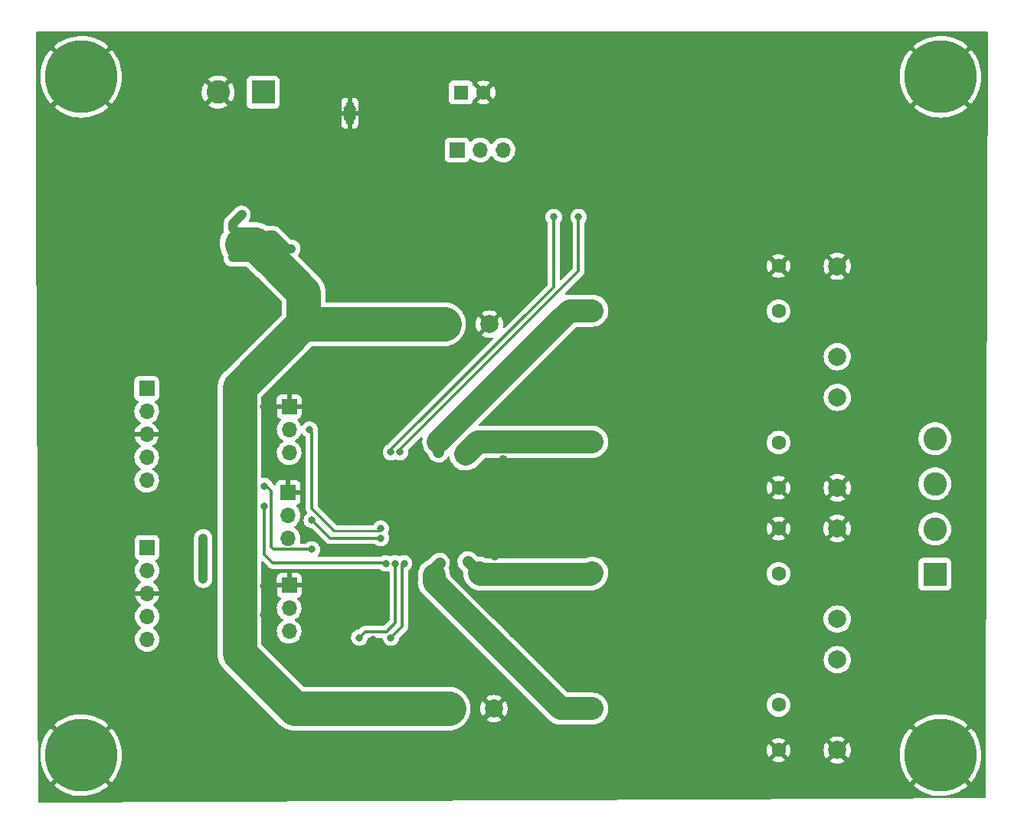
<source format=gbr>
%TF.GenerationSoftware,KiCad,Pcbnew,(6.0.0-rc1-314-g10be483430)*%
%TF.CreationDate,2021-12-05T00:45:44+01:00*%
%TF.ProjectId,ma12070p_amp_v1,6d613132-3037-4307-905f-616d705f7631,rev?*%
%TF.SameCoordinates,Original*%
%TF.FileFunction,Copper,L2,Bot*%
%TF.FilePolarity,Positive*%
%FSLAX46Y46*%
G04 Gerber Fmt 4.6, Leading zero omitted, Abs format (unit mm)*
G04 Created by KiCad (PCBNEW (6.0.0-rc1-314-g10be483430)) date 2021-12-05 00:45:44*
%MOMM*%
%LPD*%
G01*
G04 APERTURE LIST*
%TA.AperFunction,ComponentPad*%
%ADD10R,1.700000X1.700000*%
%TD*%
%TA.AperFunction,ComponentPad*%
%ADD11O,1.700000X1.700000*%
%TD*%
%TA.AperFunction,ComponentPad*%
%ADD12C,1.600000*%
%TD*%
%TA.AperFunction,ComponentPad*%
%ADD13C,0.500000*%
%TD*%
%TA.AperFunction,SMDPad,CuDef*%
%ADD14R,0.840000X2.400000*%
%TD*%
%TA.AperFunction,ComponentPad*%
%ADD15C,2.000000*%
%TD*%
%TA.AperFunction,ComponentPad*%
%ADD16R,2.000000X2.000000*%
%TD*%
%TA.AperFunction,ComponentPad*%
%ADD17C,8.000000*%
%TD*%
%TA.AperFunction,ComponentPad*%
%ADD18R,1.600000X1.600000*%
%TD*%
%TA.AperFunction,ComponentPad*%
%ADD19R,2.600000X2.600000*%
%TD*%
%TA.AperFunction,ComponentPad*%
%ADD20C,2.600000*%
%TD*%
%TA.AperFunction,ViaPad*%
%ADD21C,0.800000*%
%TD*%
%TA.AperFunction,ViaPad*%
%ADD22C,1.000000*%
%TD*%
%TA.AperFunction,Conductor*%
%ADD23C,0.300000*%
%TD*%
%TA.AperFunction,Conductor*%
%ADD24C,0.250000*%
%TD*%
%TA.AperFunction,Conductor*%
%ADD25C,1.000000*%
%TD*%
%TA.AperFunction,Conductor*%
%ADD26C,3.810000*%
%TD*%
%TA.AperFunction,Conductor*%
%ADD27C,2.540000*%
%TD*%
%TA.AperFunction,Conductor*%
%ADD28C,1.270000*%
%TD*%
G04 APERTURE END LIST*
D10*
%TO.P,JP4,1,A*%
%TO.N,GND*%
X138000000Y-86475000D03*
D11*
%TO.P,JP4,2,C*%
%TO.N,AD0*%
X138000000Y-89015000D03*
%TO.P,JP4,3,B*%
%TO.N,/VDD*%
X138000000Y-91555000D03*
%TD*%
D12*
%TO.P,C7,1*%
%TO.N,GND*%
X192100000Y-99940000D03*
%TO.P,C7,2*%
%TO.N,Net-(C7-Pad2)*%
X192100000Y-104940000D03*
%TD*%
%TO.P,C11,1*%
%TO.N,Net-(C11-Pad1)*%
X192100000Y-119440000D03*
%TO.P,C11,2*%
%TO.N,GND*%
X192100000Y-124440000D03*
%TD*%
D13*
%TO.P,U2,11,PAD*%
%TO.N,GND*%
X144695000Y-53075000D03*
D14*
X144695000Y-54025000D03*
D13*
X144695000Y-54975000D03*
X144695000Y-54025000D03*
%TD*%
D15*
%TO.P,C4,1*%
%TO.N,Net-(C4-Pad1)*%
X198600000Y-85440000D03*
%TO.P,C4,2*%
%TO.N,GND*%
X198600000Y-95440000D03*
%TD*%
D16*
%TO.P,CSUP2,1*%
%TO.N,/PVDD*%
X155632323Y-119855000D03*
D15*
%TO.P,CSUP2,2*%
%TO.N,GND*%
X160632323Y-119855000D03*
%TD*%
D17*
%TO.P,H2,1,1*%
%TO.N,GND*%
X115000000Y-50000000D03*
%TD*%
%TO.P,H4,1,1*%
%TO.N,GND*%
X210000000Y-50000000D03*
%TD*%
D18*
%TO.P,COUTBUCK0,1*%
%TO.N,/BUCK_5V*%
X156985000Y-51745000D03*
D12*
%TO.P,COUTBUCK0,2*%
%TO.N,GND*%
X159485000Y-51745000D03*
%TD*%
D16*
%TO.P,CSUP1,1*%
%TO.N,/PVDD*%
X155132323Y-77355000D03*
D15*
%TO.P,CSUP1,2*%
%TO.N,GND*%
X160132323Y-77355000D03*
%TD*%
D10*
%TO.P,JP2,1,A*%
%TO.N,/BUCK_5V*%
X156555000Y-58095000D03*
D11*
%TO.P,JP2,2,C*%
%TO.N,/VDD*%
X159095000Y-58095000D03*
%TO.P,JP2,3,B*%
%TO.N,/RPI_5V*%
X161635000Y-58095000D03*
%TD*%
D10*
%TO.P,JP3,1,A*%
%TO.N,GND*%
X138000000Y-106225000D03*
D11*
%TO.P,JP3,2,C*%
%TO.N,CLKM{slash}S*%
X138000000Y-108765000D03*
%TO.P,JP3,3,B*%
%TO.N,/VDD*%
X138000000Y-111305000D03*
%TD*%
D12*
%TO.P,C5,1*%
%TO.N,Net-(C5-Pad1)*%
X192100000Y-90440000D03*
%TO.P,C5,2*%
%TO.N,GND*%
X192100000Y-95440000D03*
%TD*%
D15*
%TO.P,C10,1*%
%TO.N,Net-(C10-Pad1)*%
X198600000Y-114440000D03*
%TO.P,C10,2*%
%TO.N,GND*%
X198600000Y-124440000D03*
%TD*%
%TO.P,C9,1*%
%TO.N,GND*%
X198585000Y-99940000D03*
%TO.P,C9,2*%
%TO.N,Net-(C9-Pad2)*%
X198585000Y-109940000D03*
%TD*%
D17*
%TO.P,H3,1,1*%
%TO.N,GND*%
X115000000Y-125000000D03*
%TD*%
D12*
%TO.P,C1,1*%
%TO.N,GND*%
X192100000Y-70902500D03*
%TO.P,C1,2*%
%TO.N,Net-(C1-Pad2)*%
X192100000Y-75902500D03*
%TD*%
D10*
%TO.P,PAUDIO1,1,Pin_1*%
%TO.N,Net-(CAPIN0B1-Pad1)*%
X122250000Y-84462500D03*
D11*
%TO.P,PAUDIO1,2,Pin_2*%
%TO.N,Net-(CAPIN0A1-Pad1)*%
X122250000Y-87002500D03*
%TO.P,PAUDIO1,3,Pin_3*%
%TO.N,GND*%
X122250000Y-89542500D03*
%TO.P,PAUDIO1,4,Pin_4*%
%TO.N,Net-(CAPIN1A1-Pad2)*%
X122250000Y-92082500D03*
%TO.P,PAUDIO1,5,Pin_5*%
%TO.N,Net-(CAPIN1B1-Pad1)*%
X122250000Y-94622500D03*
%TD*%
D17*
%TO.P,H1,1,1*%
%TO.N,GND*%
X210000000Y-125000000D03*
%TD*%
D19*
%TO.P,J3,1,Pin_1*%
%TO.N,Net-(J3-Pad1)*%
X135140000Y-51695000D03*
D20*
%TO.P,J3,2,Pin_2*%
%TO.N,GND*%
X130140000Y-51695000D03*
%TD*%
D10*
%TO.P,PCTRL1,1,Pin_1*%
%TO.N,SDL*%
X122295000Y-102037500D03*
D11*
%TO.P,PCTRL1,2,Pin_2*%
%TO.N,SDA*%
X122295000Y-104577500D03*
%TO.P,PCTRL1,3,Pin_3*%
%TO.N,GND*%
X122295000Y-107117500D03*
%TO.P,PCTRL1,4,Pin_4*%
%TO.N,ENABLE*%
X122295000Y-109657500D03*
%TO.P,PCTRL1,5,Pin_5*%
%TO.N,MUTE*%
X122295000Y-112197500D03*
%TD*%
D10*
%TO.P,JP1,1,A*%
%TO.N,GND*%
X137887500Y-95960000D03*
D11*
%TO.P,JP1,2,C*%
%TO.N,AD1*%
X137887500Y-98500000D03*
%TO.P,JP1,3,B*%
%TO.N,/VDD*%
X137887500Y-101040000D03*
%TD*%
D19*
%TO.P,J2,1,Pin_1*%
%TO.N,Net-(C11-Pad1)*%
X209380000Y-105000000D03*
D20*
%TO.P,J2,2,Pin_2*%
%TO.N,Net-(C7-Pad2)*%
X209380000Y-100000000D03*
%TO.P,J2,3,Pin_3*%
%TO.N,Net-(C5-Pad1)*%
X209380000Y-95000000D03*
%TO.P,J2,4,Pin_4*%
%TO.N,Net-(C1-Pad2)*%
X209380000Y-90000000D03*
%TD*%
D15*
%TO.P,C3,1*%
%TO.N,GND*%
X198600000Y-70940000D03*
%TO.P,C3,2*%
%TO.N,Net-(C3-Pad2)*%
X198600000Y-80940000D03*
%TD*%
D21*
%TO.N,GND*%
X163000000Y-96250000D03*
X148500000Y-108000000D03*
X147250000Y-112250000D03*
X147500000Y-108000000D03*
%TO.N,Net-(CAPIN1B1-Pad1)*%
X135250000Y-95250000D03*
X140500000Y-102250000D03*
%TO.N,GND*%
X149500000Y-94750000D03*
X148750000Y-98250000D03*
X149500000Y-98250000D03*
X202250000Y-71500000D03*
D22*
X125750000Y-91000000D03*
X125750000Y-93000000D03*
X129000000Y-86000000D03*
X135250000Y-86500000D03*
X135500000Y-91500000D03*
X135250000Y-109500000D03*
X135250000Y-106250000D03*
X141000000Y-112250000D03*
X141000000Y-110000000D03*
X125000000Y-111000000D03*
X167000000Y-115250000D03*
X128000000Y-81500000D03*
X118500000Y-95500000D03*
X125750000Y-107250000D03*
X125750000Y-117000000D03*
X130000000Y-117000000D03*
X130250000Y-121000000D03*
%TO.N,/VDD*%
X128500000Y-101000000D03*
X128500000Y-105500000D03*
%TO.N,/PVDD*%
X131750000Y-66750000D03*
X131750000Y-70000000D03*
X136250000Y-70500000D03*
X136250000Y-67500000D03*
X132750000Y-65250000D03*
X132750000Y-68500000D03*
X134250000Y-69000000D03*
X138250000Y-69000000D03*
%TO.N,GND*%
X153250000Y-53750000D03*
X153250000Y-51975000D03*
X146500000Y-56500000D03*
X142250000Y-54750000D03*
X142500000Y-52750000D03*
X129500000Y-77500000D03*
X150500000Y-68250000D03*
X142750000Y-68250000D03*
X163500000Y-69500000D03*
X163750000Y-62500000D03*
X170750000Y-98750000D03*
X170750000Y-85000000D03*
X170500000Y-80000000D03*
X168250000Y-82250000D03*
X140500000Y-116000000D03*
X142750000Y-81000000D03*
X149000000Y-81000000D03*
X165500000Y-113000000D03*
X188250000Y-80500000D03*
X188250000Y-82000000D03*
X188250000Y-84750000D03*
X188250000Y-86250000D03*
X188000000Y-109000000D03*
X188000000Y-110500000D03*
X188000000Y-114250000D03*
X188000000Y-115750000D03*
X176750000Y-121250000D03*
X181250000Y-121250000D03*
X178250000Y-123500000D03*
X179750000Y-123500000D03*
X181250000Y-123500000D03*
X176750000Y-123500000D03*
X179750000Y-121250000D03*
X178250000Y-121250000D03*
X176750000Y-114750000D03*
X181250000Y-114750000D03*
X178250000Y-117000000D03*
X179750000Y-117000000D03*
X181250000Y-117000000D03*
X176750000Y-117000000D03*
X179750000Y-114750000D03*
X178250000Y-114750000D03*
X176750000Y-77250000D03*
X181250000Y-77250000D03*
X178250000Y-79500000D03*
X179750000Y-79500000D03*
X181250000Y-79500000D03*
X176750000Y-79500000D03*
X179750000Y-77250000D03*
X178250000Y-77250000D03*
X176500000Y-71500000D03*
X181000000Y-71500000D03*
X178000000Y-73750000D03*
X179500000Y-73750000D03*
X181000000Y-73750000D03*
X176500000Y-73750000D03*
X179500000Y-71500000D03*
X178000000Y-71500000D03*
X176750000Y-92000000D03*
X181250000Y-92000000D03*
X178250000Y-94250000D03*
X179750000Y-94250000D03*
X181250000Y-94250000D03*
X176750000Y-94250000D03*
X179750000Y-92000000D03*
X178250000Y-92000000D03*
X176750000Y-86000000D03*
X181250000Y-86000000D03*
X178250000Y-88250000D03*
X179750000Y-88250000D03*
X181250000Y-88250000D03*
X176750000Y-88250000D03*
X179750000Y-86000000D03*
X178250000Y-86000000D03*
X176750000Y-108750000D03*
X181250000Y-108750000D03*
X179750000Y-108750000D03*
X178250000Y-108750000D03*
X176750000Y-106750000D03*
X181250000Y-106750000D03*
X179750000Y-106750000D03*
X178250000Y-106750000D03*
X176750000Y-103000000D03*
X181250000Y-103000000D03*
X179750000Y-103000000D03*
X178250000Y-103000000D03*
X181250000Y-100750000D03*
X179750000Y-100750000D03*
X178250000Y-100750000D03*
X176750000Y-100750000D03*
X160750000Y-103000000D03*
D21*
X152050000Y-103850000D03*
D22*
X151750000Y-91500000D03*
X161100000Y-93200000D03*
X161675000Y-92350000D03*
X162750000Y-111500000D03*
X143000000Y-87250000D03*
X142950000Y-83475000D03*
X154000000Y-83500000D03*
X169500000Y-92750000D03*
X169750000Y-102500000D03*
X169500000Y-96000000D03*
X154250000Y-65000000D03*
X125750000Y-99000000D03*
X169500000Y-109750000D03*
X144000000Y-116250000D03*
X127250000Y-61500000D03*
X127250000Y-65000000D03*
X127250000Y-68500000D03*
X154250000Y-62000000D03*
X146250000Y-61750000D03*
D21*
%TO.N,/ERROR*%
X149250000Y-91500000D03*
X167250000Y-65500000D03*
%TO.N,/CLIP*%
X170000000Y-65500000D03*
X150250000Y-91500000D03*
%TO.N,AD1*%
X148150000Y-101000000D03*
X140500000Y-99000000D03*
%TO.N,AD0*%
X148125000Y-99950000D03*
X140250000Y-89000000D03*
D22*
%TO.N,OUT0B*%
X171500000Y-75855000D03*
X154500000Y-91500000D03*
%TO.N,OUT0A*%
X157500000Y-91750000D03*
X171500000Y-90355000D03*
%TO.N,OUT1A*%
X171500000Y-104855000D03*
X157750000Y-103605000D03*
%TO.N,OUT1B*%
X171500000Y-119855000D03*
X154625000Y-103750000D03*
D21*
%TO.N,CLK*%
X148700000Y-103800000D03*
X135250000Y-97500000D03*
%TO.N,ENABLE*%
X145750000Y-112000000D03*
X149700000Y-103800000D03*
%TO.N,MUTE*%
X149250000Y-112000000D03*
X150700000Y-103800000D03*
%TD*%
D23*
%TO.N,/CLIP*%
X170000000Y-71500000D02*
X170000000Y-65500000D01*
X150250000Y-91250000D02*
X170000000Y-71500000D01*
X150250000Y-91500000D02*
X150250000Y-91250000D01*
%TO.N,AD1*%
X142500000Y-101000000D02*
X140500000Y-99000000D01*
X148150000Y-101000000D02*
X142500000Y-101000000D01*
D24*
%TO.N,AD0*%
X147875000Y-100200000D02*
X142950000Y-100200000D01*
X148125000Y-99950000D02*
X147875000Y-100200000D01*
D23*
X140500000Y-89250000D02*
X140250000Y-89000000D01*
X140500000Y-97750000D02*
X140500000Y-89250000D01*
X142950000Y-100200000D02*
X140500000Y-97750000D01*
%TO.N,Net-(CAPIN1B1-Pad1)*%
X136000000Y-95750000D02*
X135500000Y-95250000D01*
X136000000Y-102000000D02*
X136000000Y-95750000D01*
X135500000Y-95250000D02*
X135250000Y-95250000D01*
X136250000Y-102250000D02*
X136000000Y-102000000D01*
X140500000Y-102250000D02*
X136250000Y-102250000D01*
%TO.N,CLK*%
X135250000Y-102800000D02*
X136200000Y-103750000D01*
X135250000Y-97500000D02*
X135250000Y-102800000D01*
X148650000Y-103750000D02*
X148700000Y-103800000D01*
X136200000Y-103750000D02*
X148650000Y-103750000D01*
D25*
%TO.N,/VDD*%
X128500000Y-101000000D02*
X128500000Y-105500000D01*
%TO.N,/PVDD*%
X135750000Y-70000000D02*
X136250000Y-70500000D01*
X131750000Y-70000000D02*
X135750000Y-70000000D01*
X137750000Y-69000000D02*
X136250000Y-70500000D01*
X138250000Y-69000000D02*
X137750000Y-69000000D01*
X136250000Y-67500000D02*
X137750000Y-69000000D01*
X135750000Y-67500000D02*
X134250000Y-69000000D01*
X136250000Y-67500000D02*
X135750000Y-67500000D01*
X131750000Y-66250000D02*
X132750000Y-65250000D01*
X131750000Y-66750000D02*
X131750000Y-66250000D01*
X132750000Y-68500000D02*
X132750000Y-67750000D01*
X132750000Y-67750000D02*
X131750000Y-66750000D01*
D26*
X134250000Y-68500000D02*
X132750000Y-68500000D01*
X136250000Y-70500000D02*
X134250000Y-68500000D01*
X139605000Y-73855000D02*
X136250000Y-70500000D01*
X139605000Y-77250000D02*
X139605000Y-73855000D01*
X138605000Y-119855000D02*
X155632323Y-119855000D01*
X132500000Y-84355000D02*
X132500000Y-113750000D01*
X139710000Y-77355000D02*
X139605000Y-77250000D01*
X132500000Y-113750000D02*
X138605000Y-119855000D01*
X155132323Y-77355000D02*
X139710000Y-77355000D01*
X139605000Y-77250000D02*
X132500000Y-84355000D01*
D23*
%TO.N,MUTE*%
X150500000Y-104000000D02*
X150700000Y-103800000D01*
X150500000Y-110750000D02*
X150500000Y-104000000D01*
X149250000Y-112000000D02*
X150500000Y-110750000D01*
%TO.N,ENABLE*%
X145750000Y-112105000D02*
X145750000Y-112000000D01*
X149750000Y-103850000D02*
X149700000Y-103800000D01*
X149750000Y-110355000D02*
X149750000Y-103850000D01*
X148750000Y-111355000D02*
X149750000Y-110355000D01*
X146395000Y-111355000D02*
X148750000Y-111355000D01*
X145750000Y-112000000D02*
X146395000Y-111355000D01*
D27*
%TO.N,OUT1A*%
X159145000Y-105000000D02*
X171355000Y-105000000D01*
X159000000Y-104855000D02*
X159145000Y-105000000D01*
X171355000Y-105000000D02*
X171500000Y-104855000D01*
D28*
%TO.N,OUT1B*%
X154000000Y-104375000D02*
X154000000Y-105105000D01*
X154625000Y-103750000D02*
X154000000Y-104375000D01*
D23*
%TO.N,/ERROR*%
X167250000Y-73250000D02*
X167250000Y-65500000D01*
X149250000Y-91500000D02*
X149250000Y-91250000D01*
X149250000Y-91250000D02*
X167250000Y-73250000D01*
D27*
%TO.N,OUT0B*%
X170000000Y-75855000D02*
X169000000Y-75855000D01*
X169000000Y-75855000D02*
X168000000Y-76855000D01*
X171500000Y-75855000D02*
X170000000Y-75855000D01*
X168000000Y-76855000D02*
X154500000Y-90355000D01*
D28*
X154500000Y-91500000D02*
X154500000Y-90355000D01*
D25*
X154500000Y-91355000D02*
X154500000Y-91500000D01*
D27*
%TO.N,OUT0A*%
X157500000Y-91750000D02*
X158895000Y-90355000D01*
X158895000Y-90355000D02*
X171500000Y-90355000D01*
D28*
%TO.N,OUT1A*%
X157750000Y-103605000D02*
X159000000Y-104855000D01*
D27*
%TO.N,OUT1B*%
X154000000Y-105855000D02*
X154000000Y-105105000D01*
X168000000Y-119855000D02*
X154000000Y-105855000D01*
X171500000Y-119855000D02*
X168000000Y-119855000D01*
%TD*%
%TA.AperFunction,Conductor*%
%TO.N,GND*%
G36*
X215191749Y-45020002D02*
G01*
X215238242Y-45073658D01*
X215249627Y-45126372D01*
X215114879Y-90805975D01*
X215000701Y-129512555D01*
X215000369Y-129624970D01*
X214980167Y-129693031D01*
X214926374Y-129739366D01*
X214874972Y-129750597D01*
X183377124Y-129900945D01*
X110376230Y-130249397D01*
X110308015Y-130229720D01*
X110261267Y-130176287D01*
X110249630Y-130123767D01*
X110244474Y-128365431D01*
X112000109Y-128365431D01*
X112000190Y-128366564D01*
X112005168Y-128374136D01*
X112025401Y-128393539D01*
X112029678Y-128397283D01*
X112345218Y-128649175D01*
X112349801Y-128652505D01*
X112686867Y-128874759D01*
X112691763Y-128877677D01*
X113047543Y-129068444D01*
X113052717Y-129070923D01*
X113424339Y-129228668D01*
X113429674Y-129230652D01*
X113814069Y-129354068D01*
X113819570Y-129355563D01*
X114213575Y-129443633D01*
X114219187Y-129444622D01*
X114619538Y-129496619D01*
X114625244Y-129497098D01*
X115028642Y-129512595D01*
X115034368Y-129512555D01*
X115437518Y-129491427D01*
X115443199Y-129490870D01*
X115842795Y-129433288D01*
X115848390Y-129432220D01*
X116241123Y-129338657D01*
X116246605Y-129337086D01*
X116629233Y-129208318D01*
X116634563Y-129206250D01*
X117003946Y-129043332D01*
X117009053Y-129040797D01*
X117362145Y-128845075D01*
X117367024Y-128842074D01*
X117700898Y-128615174D01*
X117705511Y-128611723D01*
X117991829Y-128376539D01*
X117999388Y-128365431D01*
X207000109Y-128365431D01*
X207000190Y-128366564D01*
X207005168Y-128374136D01*
X207025401Y-128393539D01*
X207029678Y-128397283D01*
X207345218Y-128649175D01*
X207349801Y-128652505D01*
X207686867Y-128874759D01*
X207691763Y-128877677D01*
X208047543Y-129068444D01*
X208052717Y-129070923D01*
X208424339Y-129228668D01*
X208429674Y-129230652D01*
X208814069Y-129354068D01*
X208819570Y-129355563D01*
X209213575Y-129443633D01*
X209219187Y-129444622D01*
X209619538Y-129496619D01*
X209625244Y-129497098D01*
X210028642Y-129512595D01*
X210034368Y-129512555D01*
X210437518Y-129491427D01*
X210443199Y-129490870D01*
X210842795Y-129433288D01*
X210848390Y-129432220D01*
X211241123Y-129338657D01*
X211246605Y-129337086D01*
X211629233Y-129208318D01*
X211634563Y-129206250D01*
X212003946Y-129043332D01*
X212009053Y-129040797D01*
X212362145Y-128845075D01*
X212367024Y-128842074D01*
X212700898Y-128615174D01*
X212705511Y-128611723D01*
X212991829Y-128376539D01*
X213000290Y-128364106D01*
X212994040Y-128353250D01*
X210012812Y-125372022D01*
X209998868Y-125364408D01*
X209997035Y-125364539D01*
X209990420Y-125368790D01*
X207007723Y-128351487D01*
X207000109Y-128365431D01*
X117999388Y-128365431D01*
X118000290Y-128364106D01*
X117994040Y-128353250D01*
X115012812Y-125372022D01*
X114998868Y-125364408D01*
X114997035Y-125364539D01*
X114990420Y-125368790D01*
X112007723Y-128351487D01*
X112000109Y-128365431D01*
X110244474Y-128365431D01*
X110235058Y-125154638D01*
X110489964Y-125154638D01*
X110490163Y-125160343D01*
X110522540Y-125562753D01*
X110523258Y-125568430D01*
X110591970Y-125966229D01*
X110593201Y-125971829D01*
X110697689Y-126361786D01*
X110699413Y-126367219D01*
X110838817Y-126746108D01*
X110841025Y-126751362D01*
X111014192Y-127116050D01*
X111016877Y-127121099D01*
X111222390Y-127468606D01*
X111225500Y-127473358D01*
X111461668Y-127800812D01*
X111465208Y-127805278D01*
X111625528Y-127989704D01*
X111638657Y-127998113D01*
X111648570Y-127992220D01*
X114627978Y-125012812D01*
X114634356Y-125001132D01*
X115364408Y-125001132D01*
X115364539Y-125002965D01*
X115368790Y-125009580D01*
X118350688Y-127991478D01*
X118364134Y-127998820D01*
X118373970Y-127991900D01*
X118573611Y-127755657D01*
X118577097Y-127751130D01*
X118808659Y-127420424D01*
X118811716Y-127415608D01*
X119012350Y-127065281D01*
X119014962Y-127060199D01*
X119183020Y-126693127D01*
X119185159Y-126687834D01*
X119319255Y-126307047D01*
X119320908Y-126301573D01*
X119419939Y-125910206D01*
X119421090Y-125904600D01*
X119481044Y-125526062D01*
X191378493Y-125526062D01*
X191387789Y-125538077D01*
X191438994Y-125573931D01*
X191448489Y-125579414D01*
X191645947Y-125671490D01*
X191656239Y-125675236D01*
X191866688Y-125731625D01*
X191877481Y-125733528D01*
X192094525Y-125752517D01*
X192105475Y-125752517D01*
X192322519Y-125733528D01*
X192333312Y-125731625D01*
X192543761Y-125675236D01*
X192550811Y-125672670D01*
X197732160Y-125672670D01*
X197737887Y-125680320D01*
X197909042Y-125785205D01*
X197917837Y-125789687D01*
X198127988Y-125876734D01*
X198137373Y-125879783D01*
X198358554Y-125932885D01*
X198368301Y-125934428D01*
X198595070Y-125952275D01*
X198604930Y-125952275D01*
X198831699Y-125934428D01*
X198841446Y-125932885D01*
X199062627Y-125879783D01*
X199072012Y-125876734D01*
X199282163Y-125789687D01*
X199290958Y-125785205D01*
X199458445Y-125682568D01*
X199467907Y-125672110D01*
X199464124Y-125663334D01*
X198612812Y-124812022D01*
X198598868Y-124804408D01*
X198597035Y-124804539D01*
X198590420Y-124808790D01*
X197738920Y-125660290D01*
X197732160Y-125672670D01*
X192550811Y-125672670D01*
X192554053Y-125671490D01*
X192751511Y-125579414D01*
X192761006Y-125573931D01*
X192813048Y-125537491D01*
X192821424Y-125527012D01*
X192814356Y-125513566D01*
X192112812Y-124812022D01*
X192098868Y-124804408D01*
X192097035Y-124804539D01*
X192090420Y-124808790D01*
X191384923Y-125514287D01*
X191378493Y-125526062D01*
X119481044Y-125526062D01*
X119484245Y-125505854D01*
X119484880Y-125500192D01*
X119511709Y-125096260D01*
X119511843Y-125092753D01*
X119512796Y-125001773D01*
X119512734Y-124998225D01*
X119494371Y-124593843D01*
X119493855Y-124588165D01*
X119474309Y-124445475D01*
X190787483Y-124445475D01*
X190806472Y-124662519D01*
X190808375Y-124673312D01*
X190864764Y-124883761D01*
X190868510Y-124894053D01*
X190960586Y-125091511D01*
X190966069Y-125101006D01*
X191002509Y-125153048D01*
X191012988Y-125161424D01*
X191026434Y-125154356D01*
X191727978Y-124452812D01*
X191734356Y-124441132D01*
X192464408Y-124441132D01*
X192464539Y-124442965D01*
X192468790Y-124449580D01*
X193174287Y-125155077D01*
X193186062Y-125161507D01*
X193198077Y-125152211D01*
X193233931Y-125101006D01*
X193239414Y-125091511D01*
X193331490Y-124894053D01*
X193335236Y-124883761D01*
X193391625Y-124673312D01*
X193393528Y-124662519D01*
X193412517Y-124445475D01*
X193412517Y-124444930D01*
X197087725Y-124444930D01*
X197105572Y-124671699D01*
X197107115Y-124681446D01*
X197160217Y-124902627D01*
X197163266Y-124912012D01*
X197250313Y-125122163D01*
X197254795Y-125130958D01*
X197357432Y-125298445D01*
X197367890Y-125307907D01*
X197376666Y-125304124D01*
X198227978Y-124452812D01*
X198234356Y-124441132D01*
X198964408Y-124441132D01*
X198964539Y-124442965D01*
X198968790Y-124449580D01*
X199820290Y-125301080D01*
X199832670Y-125307840D01*
X199840320Y-125302113D01*
X199930694Y-125154638D01*
X205489964Y-125154638D01*
X205490163Y-125160343D01*
X205522540Y-125562753D01*
X205523258Y-125568430D01*
X205591970Y-125966229D01*
X205593201Y-125971829D01*
X205697689Y-126361786D01*
X205699413Y-126367219D01*
X205838817Y-126746108D01*
X205841025Y-126751362D01*
X206014192Y-127116050D01*
X206016877Y-127121099D01*
X206222390Y-127468606D01*
X206225500Y-127473358D01*
X206461668Y-127800812D01*
X206465208Y-127805278D01*
X206625528Y-127989704D01*
X206638657Y-127998113D01*
X206648570Y-127992220D01*
X209627978Y-125012812D01*
X209634356Y-125001132D01*
X210364408Y-125001132D01*
X210364539Y-125002965D01*
X210368790Y-125009580D01*
X213350688Y-127991478D01*
X213364134Y-127998820D01*
X213373970Y-127991900D01*
X213573611Y-127755657D01*
X213577097Y-127751130D01*
X213808659Y-127420424D01*
X213811716Y-127415608D01*
X214012350Y-127065281D01*
X214014962Y-127060199D01*
X214183020Y-126693127D01*
X214185159Y-126687834D01*
X214319255Y-126307047D01*
X214320908Y-126301573D01*
X214419939Y-125910206D01*
X214421090Y-125904600D01*
X214484245Y-125505854D01*
X214484880Y-125500192D01*
X214511709Y-125096260D01*
X214511843Y-125092753D01*
X214512796Y-125001773D01*
X214512734Y-124998225D01*
X214494371Y-124593843D01*
X214493855Y-124588165D01*
X214439063Y-124188177D01*
X214438036Y-124182577D01*
X214347216Y-123789198D01*
X214345682Y-123783702D01*
X214219588Y-123400183D01*
X214217558Y-123394841D01*
X214057226Y-123024336D01*
X214054722Y-123019202D01*
X213861471Y-122664752D01*
X213858508Y-122659861D01*
X213633930Y-122324389D01*
X213630537Y-122319787D01*
X213376832Y-122006489D01*
X213363963Y-121999226D01*
X213362596Y-121999305D01*
X213355268Y-122003942D01*
X210372022Y-124987188D01*
X210364408Y-125001132D01*
X209634356Y-125001132D01*
X209635592Y-124998868D01*
X209635461Y-124997035D01*
X209631210Y-124990420D01*
X206650424Y-122009634D01*
X206636480Y-122002020D01*
X206636287Y-122002033D01*
X206627465Y-122008012D01*
X206524743Y-122121298D01*
X206521091Y-122125712D01*
X206278139Y-122448120D01*
X206274906Y-122452843D01*
X206062173Y-122795946D01*
X206059379Y-122800946D01*
X205878624Y-123161905D01*
X205876290Y-123167147D01*
X205728992Y-123543009D01*
X205727149Y-123548422D01*
X205614517Y-123936103D01*
X205613175Y-123941653D01*
X205536142Y-124337952D01*
X205535309Y-124343593D01*
X205494512Y-124745234D01*
X205494192Y-124750958D01*
X205489964Y-125154638D01*
X199930694Y-125154638D01*
X199945205Y-125130958D01*
X199949687Y-125122163D01*
X200036734Y-124912012D01*
X200039783Y-124902627D01*
X200092885Y-124681446D01*
X200094428Y-124671699D01*
X200112275Y-124444930D01*
X200112275Y-124435070D01*
X200094428Y-124208301D01*
X200092885Y-124198554D01*
X200039783Y-123977373D01*
X200036734Y-123967988D01*
X199949687Y-123757837D01*
X199945205Y-123749042D01*
X199842568Y-123581555D01*
X199832110Y-123572093D01*
X199823334Y-123575876D01*
X198972022Y-124427188D01*
X198964408Y-124441132D01*
X198234356Y-124441132D01*
X198235592Y-124438868D01*
X198235461Y-124437035D01*
X198231210Y-124430420D01*
X197379710Y-123578920D01*
X197367330Y-123572160D01*
X197359680Y-123577887D01*
X197254795Y-123749042D01*
X197250313Y-123757837D01*
X197163266Y-123967988D01*
X197160217Y-123977373D01*
X197107115Y-124198554D01*
X197105572Y-124208301D01*
X197087725Y-124435070D01*
X197087725Y-124444930D01*
X193412517Y-124444930D01*
X193412517Y-124434525D01*
X193393528Y-124217481D01*
X193391625Y-124206688D01*
X193335236Y-123996239D01*
X193331490Y-123985947D01*
X193239414Y-123788489D01*
X193233931Y-123778994D01*
X193197491Y-123726952D01*
X193187012Y-123718576D01*
X193173566Y-123725644D01*
X192472022Y-124427188D01*
X192464408Y-124441132D01*
X191734356Y-124441132D01*
X191735592Y-124438868D01*
X191735461Y-124437035D01*
X191731210Y-124430420D01*
X191025713Y-123724923D01*
X191013938Y-123718493D01*
X191001923Y-123727789D01*
X190966069Y-123778994D01*
X190960586Y-123788489D01*
X190868510Y-123985947D01*
X190864764Y-123996239D01*
X190808375Y-124206688D01*
X190806472Y-124217481D01*
X190787483Y-124434525D01*
X190787483Y-124445475D01*
X119474309Y-124445475D01*
X119439063Y-124188177D01*
X119438036Y-124182577D01*
X119347216Y-123789198D01*
X119345682Y-123783702D01*
X119219588Y-123400183D01*
X119217558Y-123394841D01*
X119199447Y-123352988D01*
X191378576Y-123352988D01*
X191385644Y-123366434D01*
X192087188Y-124067978D01*
X192101132Y-124075592D01*
X192102965Y-124075461D01*
X192109580Y-124071210D01*
X192815077Y-123365713D01*
X192821507Y-123353938D01*
X192812211Y-123341923D01*
X192761006Y-123306069D01*
X192751511Y-123300586D01*
X192554053Y-123208510D01*
X192552350Y-123207890D01*
X197732093Y-123207890D01*
X197735876Y-123216666D01*
X198587188Y-124067978D01*
X198601132Y-124075592D01*
X198602965Y-124075461D01*
X198609580Y-124071210D01*
X199461080Y-123219710D01*
X199467840Y-123207330D01*
X199462113Y-123199680D01*
X199290958Y-123094795D01*
X199282163Y-123090313D01*
X199072012Y-123003266D01*
X199062627Y-123000217D01*
X198841446Y-122947115D01*
X198831699Y-122945572D01*
X198604930Y-122927725D01*
X198595070Y-122927725D01*
X198368301Y-122945572D01*
X198358554Y-122947115D01*
X198137373Y-123000217D01*
X198127988Y-123003266D01*
X197917837Y-123090313D01*
X197909042Y-123094795D01*
X197741555Y-123197432D01*
X197732093Y-123207890D01*
X192552350Y-123207890D01*
X192543761Y-123204764D01*
X192333312Y-123148375D01*
X192322519Y-123146472D01*
X192105475Y-123127483D01*
X192094525Y-123127483D01*
X191877481Y-123146472D01*
X191866688Y-123148375D01*
X191656239Y-123204764D01*
X191645947Y-123208510D01*
X191448489Y-123300586D01*
X191438994Y-123306069D01*
X191386952Y-123342509D01*
X191378576Y-123352988D01*
X119199447Y-123352988D01*
X119057226Y-123024336D01*
X119054722Y-123019202D01*
X118861471Y-122664752D01*
X118858508Y-122659861D01*
X118633930Y-122324389D01*
X118630537Y-122319787D01*
X118376832Y-122006489D01*
X118363963Y-121999226D01*
X118362596Y-121999305D01*
X118355268Y-122003942D01*
X115372022Y-124987188D01*
X115364408Y-125001132D01*
X114634356Y-125001132D01*
X114635592Y-124998868D01*
X114635461Y-124997035D01*
X114631210Y-124990420D01*
X111650424Y-122009634D01*
X111636480Y-122002020D01*
X111636287Y-122002033D01*
X111627465Y-122008012D01*
X111524743Y-122121298D01*
X111521091Y-122125712D01*
X111278139Y-122448120D01*
X111274906Y-122452843D01*
X111062173Y-122795946D01*
X111059379Y-122800946D01*
X110878624Y-123161905D01*
X110876290Y-123167147D01*
X110728992Y-123543009D01*
X110727149Y-123548422D01*
X110614517Y-123936103D01*
X110613175Y-123941653D01*
X110536142Y-124337952D01*
X110535309Y-124343593D01*
X110494512Y-124745234D01*
X110494192Y-124750958D01*
X110489964Y-125154638D01*
X110235058Y-125154638D01*
X110224747Y-121638713D01*
X112001723Y-121638713D01*
X112001735Y-121639144D01*
X112007102Y-121647892D01*
X114987188Y-124627978D01*
X115001132Y-124635592D01*
X115002965Y-124635461D01*
X115009580Y-124631210D01*
X117990943Y-121649847D01*
X117998351Y-121636280D01*
X117991609Y-121626624D01*
X117780533Y-121445711D01*
X117776040Y-121442200D01*
X117446969Y-121208341D01*
X117442146Y-121205233D01*
X117093242Y-121002166D01*
X117088177Y-120999519D01*
X116722296Y-120828905D01*
X116717003Y-120826724D01*
X116337166Y-120689973D01*
X116331706Y-120688284D01*
X115941036Y-120586522D01*
X115935446Y-120585334D01*
X115537154Y-120519397D01*
X115531490Y-120518721D01*
X115128851Y-120489153D01*
X115123150Y-120488994D01*
X114719489Y-120496040D01*
X114713801Y-120496398D01*
X114312457Y-120539998D01*
X114306787Y-120540876D01*
X113911058Y-120620669D01*
X113905512Y-120622051D01*
X113518627Y-120737387D01*
X113513223Y-120739269D01*
X113138396Y-120889189D01*
X113133189Y-120891551D01*
X112773475Y-121074834D01*
X112768510Y-121077655D01*
X112426897Y-121292781D01*
X112422202Y-121296044D01*
X112101494Y-121541243D01*
X112097114Y-121544917D01*
X112009910Y-121625106D01*
X112001723Y-121638713D01*
X110224747Y-121638713D01*
X110196963Y-112164195D01*
X120932251Y-112164195D01*
X120932548Y-112169348D01*
X120932548Y-112169351D01*
X120938867Y-112278938D01*
X120945110Y-112387215D01*
X120946247Y-112392261D01*
X120946248Y-112392267D01*
X120966119Y-112480439D01*
X120994222Y-112605139D01*
X121078266Y-112812116D01*
X121194987Y-113002588D01*
X121341250Y-113171438D01*
X121513126Y-113314132D01*
X121706000Y-113426838D01*
X121914692Y-113506530D01*
X121919760Y-113507561D01*
X121919763Y-113507562D01*
X122027017Y-113529383D01*
X122133597Y-113551067D01*
X122138772Y-113551257D01*
X122138774Y-113551257D01*
X122351673Y-113559064D01*
X122351677Y-113559064D01*
X122356837Y-113559253D01*
X122361957Y-113558597D01*
X122361959Y-113558597D01*
X122573288Y-113531525D01*
X122573289Y-113531525D01*
X122578416Y-113530868D01*
X122583366Y-113529383D01*
X122787429Y-113468161D01*
X122787434Y-113468159D01*
X122792384Y-113466674D01*
X122992994Y-113368396D01*
X123174860Y-113238673D01*
X123333096Y-113080989D01*
X123392594Y-112998189D01*
X123460435Y-112903777D01*
X123463453Y-112899577D01*
X123515730Y-112793803D01*
X123560136Y-112703953D01*
X123560137Y-112703951D01*
X123562430Y-112699311D01*
X123627370Y-112485569D01*
X123656529Y-112264090D01*
X123658156Y-112197500D01*
X123639852Y-111974861D01*
X123585431Y-111758202D01*
X123496354Y-111553340D01*
X123419496Y-111434535D01*
X123377822Y-111370117D01*
X123377820Y-111370114D01*
X123375014Y-111365777D01*
X123224670Y-111200551D01*
X123220619Y-111197352D01*
X123220615Y-111197348D01*
X123053414Y-111065300D01*
X123053410Y-111065298D01*
X123049359Y-111062098D01*
X123008053Y-111039296D01*
X122958084Y-110988864D01*
X122943312Y-110919421D01*
X122968428Y-110853016D01*
X122995780Y-110826409D01*
X123063609Y-110778027D01*
X123174860Y-110698673D01*
X123212826Y-110660840D01*
X123329435Y-110544637D01*
X123333096Y-110540989D01*
X123392594Y-110458189D01*
X123460435Y-110363777D01*
X123463453Y-110359577D01*
X123553831Y-110176711D01*
X123560136Y-110163953D01*
X123560137Y-110163951D01*
X123562430Y-110159311D01*
X123627370Y-109945569D01*
X123656529Y-109724090D01*
X123658156Y-109657500D01*
X123639852Y-109434861D01*
X123585431Y-109218202D01*
X123496354Y-109013340D01*
X123375014Y-108825777D01*
X123224670Y-108660551D01*
X123220619Y-108657352D01*
X123220615Y-108657348D01*
X123053414Y-108525300D01*
X123053410Y-108525298D01*
X123049359Y-108522098D01*
X123007569Y-108499029D01*
X122957598Y-108448597D01*
X122942826Y-108379154D01*
X122967942Y-108312748D01*
X122995294Y-108286141D01*
X123170328Y-108161292D01*
X123178200Y-108154639D01*
X123329052Y-108004312D01*
X123335730Y-107996465D01*
X123460003Y-107823520D01*
X123465313Y-107814683D01*
X123559670Y-107623767D01*
X123563469Y-107614172D01*
X123625377Y-107410410D01*
X123627555Y-107400337D01*
X123628986Y-107389462D01*
X123626775Y-107375278D01*
X123613617Y-107371500D01*
X120978225Y-107371500D01*
X120964694Y-107375473D01*
X120963257Y-107385466D01*
X120993565Y-107519946D01*
X120996645Y-107529775D01*
X121076770Y-107727103D01*
X121081413Y-107736294D01*
X121192694Y-107917888D01*
X121198777Y-107926199D01*
X121338213Y-108087167D01*
X121345580Y-108094383D01*
X121509434Y-108230416D01*
X121517881Y-108236331D01*
X121586969Y-108276703D01*
X121635693Y-108328342D01*
X121648764Y-108398125D01*
X121622033Y-108463896D01*
X121581584Y-108497252D01*
X121568607Y-108504007D01*
X121564474Y-108507110D01*
X121564471Y-108507112D01*
X121394100Y-108635030D01*
X121389965Y-108638135D01*
X121235629Y-108799638D01*
X121232715Y-108803910D01*
X121232714Y-108803911D01*
X121187610Y-108870031D01*
X121109743Y-108984180D01*
X121077766Y-109053069D01*
X121022264Y-109172639D01*
X121015688Y-109186805D01*
X120955989Y-109402070D01*
X120932251Y-109624195D01*
X120932548Y-109629348D01*
X120932548Y-109629351D01*
X120938867Y-109738938D01*
X120945110Y-109847215D01*
X120946247Y-109852261D01*
X120946248Y-109852267D01*
X120964909Y-109935070D01*
X120994222Y-110065139D01*
X121078266Y-110272116D01*
X121088841Y-110289373D01*
X121188138Y-110451411D01*
X121194987Y-110462588D01*
X121341250Y-110631438D01*
X121513126Y-110774132D01*
X121564255Y-110804009D01*
X121586445Y-110816976D01*
X121635169Y-110868614D01*
X121648240Y-110938397D01*
X121621509Y-111004169D01*
X121581055Y-111037527D01*
X121568607Y-111044007D01*
X121564474Y-111047110D01*
X121564471Y-111047112D01*
X121405116Y-111166759D01*
X121389965Y-111178135D01*
X121359760Y-111209743D01*
X121257023Y-111317251D01*
X121235629Y-111339638D01*
X121232715Y-111343910D01*
X121232714Y-111343911D01*
X121171683Y-111433380D01*
X121109743Y-111524180D01*
X121094003Y-111558090D01*
X121022264Y-111712639D01*
X121015688Y-111726805D01*
X120955989Y-111942070D01*
X120932251Y-112164195D01*
X110196963Y-112164195D01*
X110174617Y-104544195D01*
X120932251Y-104544195D01*
X120932548Y-104549348D01*
X120932548Y-104549351D01*
X120941921Y-104711913D01*
X120945110Y-104767215D01*
X120946247Y-104772261D01*
X120946248Y-104772267D01*
X120961825Y-104841384D01*
X120994222Y-104985139D01*
X121078266Y-105192116D01*
X121118268Y-105257394D01*
X121158787Y-105323514D01*
X121194987Y-105382588D01*
X121341250Y-105551438D01*
X121513126Y-105694132D01*
X121558308Y-105720534D01*
X121586955Y-105737274D01*
X121635679Y-105788912D01*
X121648750Y-105858695D01*
X121622019Y-105924467D01*
X121581562Y-105957827D01*
X121573457Y-105962046D01*
X121564738Y-105967536D01*
X121394433Y-106095405D01*
X121386726Y-106102248D01*
X121239590Y-106256217D01*
X121233104Y-106264227D01*
X121113098Y-106440149D01*
X121108000Y-106449123D01*
X121018338Y-106642283D01*
X121014775Y-106651970D01*
X120959389Y-106851683D01*
X120960912Y-106860107D01*
X120973292Y-106863500D01*
X123613344Y-106863500D01*
X123626875Y-106859527D01*
X123628180Y-106850447D01*
X123586214Y-106683375D01*
X123582894Y-106673624D01*
X123497972Y-106478314D01*
X123493105Y-106469239D01*
X123377426Y-106290426D01*
X123371136Y-106282257D01*
X123227806Y-106124740D01*
X123220273Y-106117715D01*
X123053139Y-105985722D01*
X123044556Y-105980020D01*
X123007602Y-105959620D01*
X122957631Y-105909187D01*
X122942859Y-105839745D01*
X122967975Y-105773339D01*
X122995327Y-105746732D01*
X123036359Y-105717464D01*
X123174860Y-105618673D01*
X123203083Y-105590549D01*
X123308147Y-105485851D01*
X127486719Y-105485851D01*
X127487235Y-105491995D01*
X127491058Y-105537524D01*
X127491314Y-105543619D01*
X127491350Y-105543617D01*
X127491500Y-105546684D01*
X127491500Y-105549769D01*
X127493121Y-105566306D01*
X127495498Y-105590549D01*
X127495657Y-105592299D01*
X127503268Y-105682934D01*
X127504925Y-105688714D01*
X127504963Y-105688904D01*
X127505295Y-105690645D01*
X127505334Y-105690858D01*
X127505920Y-105696833D01*
X127507702Y-105702735D01*
X127532191Y-105783848D01*
X127532688Y-105785535D01*
X127557783Y-105873050D01*
X127560533Y-105878399D01*
X127560600Y-105878563D01*
X127561240Y-105880148D01*
X127561351Y-105880429D01*
X127563084Y-105886169D01*
X127565975Y-105891606D01*
X127565979Y-105891616D01*
X127605824Y-105966553D01*
X127606568Y-105967975D01*
X127648187Y-106048956D01*
X127651914Y-106053659D01*
X127652060Y-106053878D01*
X127653017Y-106055340D01*
X127653109Y-106055482D01*
X127655934Y-106060796D01*
X127713439Y-106131304D01*
X127714531Y-106132663D01*
X127771035Y-106203953D01*
X127775613Y-106207849D01*
X127775743Y-106207980D01*
X127776983Y-106209246D01*
X127777138Y-106209407D01*
X127780935Y-106214062D01*
X127785682Y-106217989D01*
X127785685Y-106217992D01*
X127851011Y-106272034D01*
X127852359Y-106273165D01*
X127916960Y-106328145D01*
X127916963Y-106328147D01*
X127921650Y-106332136D01*
X127926898Y-106335069D01*
X127927074Y-106335188D01*
X127928548Y-106336198D01*
X127928695Y-106336300D01*
X127933325Y-106340130D01*
X127938745Y-106343060D01*
X127938747Y-106343062D01*
X128013335Y-106383392D01*
X128014876Y-106384239D01*
X128088917Y-106425619D01*
X128094294Y-106428624D01*
X128100009Y-106430481D01*
X128100183Y-106430554D01*
X128101785Y-106431241D01*
X128102022Y-106431345D01*
X128107299Y-106434198D01*
X128113188Y-106436021D01*
X128115488Y-106436733D01*
X128193711Y-106460947D01*
X128194234Y-106461109D01*
X128195897Y-106461637D01*
X128282392Y-106489740D01*
X128288354Y-106490451D01*
X128288574Y-106490496D01*
X128290291Y-106490861D01*
X128290493Y-106490905D01*
X128296232Y-106492682D01*
X128302359Y-106493326D01*
X128386676Y-106502188D01*
X128388424Y-106502384D01*
X128444824Y-106509109D01*
X128478777Y-106513158D01*
X128484772Y-106512697D01*
X128484920Y-106512698D01*
X128486668Y-106512722D01*
X128486957Y-106512728D01*
X128492925Y-106513355D01*
X128583512Y-106505111D01*
X128585148Y-106504973D01*
X128675972Y-106497984D01*
X128681760Y-106496368D01*
X128681949Y-106496332D01*
X128683685Y-106496013D01*
X128683900Y-106495975D01*
X128689888Y-106495430D01*
X128695794Y-106493692D01*
X128695798Y-106493691D01*
X128777171Y-106469742D01*
X128778861Y-106469258D01*
X128860521Y-106446458D01*
X128860530Y-106446455D01*
X128866463Y-106444798D01*
X128871819Y-106442093D01*
X128872063Y-106441994D01*
X128873699Y-106441346D01*
X128873845Y-106441290D01*
X128879619Y-106439590D01*
X128893122Y-106432531D01*
X128960251Y-106397437D01*
X128961815Y-106396633D01*
X129037503Y-106358400D01*
X129037505Y-106358399D01*
X129042996Y-106355625D01*
X129047721Y-106351934D01*
X129047921Y-106351803D01*
X129049398Y-106350851D01*
X129049571Y-106350741D01*
X129054890Y-106347960D01*
X129064629Y-106340130D01*
X129125741Y-106290994D01*
X129127120Y-106289900D01*
X129149266Y-106272598D01*
X129198847Y-106233861D01*
X129202771Y-106229315D01*
X129202923Y-106229166D01*
X129204161Y-106227971D01*
X129204352Y-106227789D01*
X129209025Y-106224032D01*
X129267565Y-106154266D01*
X129268563Y-106153093D01*
X129328078Y-106084145D01*
X129331040Y-106078931D01*
X129331177Y-106078731D01*
X129332181Y-106077286D01*
X129332292Y-106077128D01*
X129336154Y-106072526D01*
X129379984Y-105992798D01*
X129380835Y-105991277D01*
X129422724Y-105917539D01*
X129425769Y-105912179D01*
X129427667Y-105906472D01*
X129427722Y-105906344D01*
X129428418Y-105904750D01*
X129428543Y-105904469D01*
X129431433Y-105899213D01*
X129458947Y-105812478D01*
X129459457Y-105810909D01*
X129488197Y-105724513D01*
X129488950Y-105718559D01*
X129488997Y-105718336D01*
X129489374Y-105716620D01*
X129489420Y-105716416D01*
X129491235Y-105710694D01*
X129501384Y-105620218D01*
X129501587Y-105618518D01*
X129504337Y-105596749D01*
X129512985Y-105528295D01*
X129513380Y-105500000D01*
X129509101Y-105456360D01*
X129508500Y-105444064D01*
X129508500Y-101071722D01*
X129509492Y-101055944D01*
X129512985Y-101028295D01*
X129513380Y-101000000D01*
X129494080Y-100803167D01*
X129436916Y-100613831D01*
X129344066Y-100439204D01*
X129252782Y-100327279D01*
X129222960Y-100290713D01*
X129222957Y-100290710D01*
X129219065Y-100285938D01*
X129212724Y-100280692D01*
X129071425Y-100163799D01*
X129071421Y-100163797D01*
X129066675Y-100159870D01*
X128892701Y-100065802D01*
X128703768Y-100007318D01*
X128697643Y-100006674D01*
X128697642Y-100006674D01*
X128513204Y-99987289D01*
X128513202Y-99987289D01*
X128507075Y-99986645D01*
X128424576Y-99994153D01*
X128316251Y-100004011D01*
X128316248Y-100004012D01*
X128310112Y-100004570D01*
X128304206Y-100006308D01*
X128304202Y-100006309D01*
X128242826Y-100024373D01*
X128120381Y-100060410D01*
X128114923Y-100063263D01*
X128114919Y-100063265D01*
X128060418Y-100091758D01*
X127945110Y-100152040D01*
X127790975Y-100275968D01*
X127663846Y-100427474D01*
X127660879Y-100432872D01*
X127660875Y-100432877D01*
X127634926Y-100480079D01*
X127568567Y-100600787D01*
X127566706Y-100606654D01*
X127566705Y-100606656D01*
X127523846Y-100741765D01*
X127508765Y-100789306D01*
X127486719Y-100985851D01*
X127487235Y-100991995D01*
X127491058Y-101037524D01*
X127491500Y-101048067D01*
X127491500Y-105436181D01*
X127490715Y-105450225D01*
X127486719Y-105485851D01*
X123308147Y-105485851D01*
X123329435Y-105464637D01*
X123333096Y-105460989D01*
X123340827Y-105450231D01*
X123460435Y-105283777D01*
X123463453Y-105279577D01*
X123474416Y-105257396D01*
X123560136Y-105083953D01*
X123560137Y-105083951D01*
X123562430Y-105079311D01*
X123627370Y-104865569D01*
X123656529Y-104644090D01*
X123656611Y-104640740D01*
X123658074Y-104580865D01*
X123658074Y-104580861D01*
X123658156Y-104577500D01*
X123639852Y-104354861D01*
X123585431Y-104138202D01*
X123496354Y-103933340D01*
X123420325Y-103815817D01*
X123377822Y-103750117D01*
X123377820Y-103750114D01*
X123375014Y-103745777D01*
X123371532Y-103741950D01*
X123227798Y-103583988D01*
X123196746Y-103520142D01*
X123205141Y-103449643D01*
X123250317Y-103394875D01*
X123276761Y-103381206D01*
X123383297Y-103341267D01*
X123391705Y-103338115D01*
X123508261Y-103250761D01*
X123595615Y-103134205D01*
X123646745Y-102997816D01*
X123653500Y-102935634D01*
X123653500Y-101139366D01*
X123646745Y-101077184D01*
X123595615Y-100940795D01*
X123508261Y-100824239D01*
X123391705Y-100736885D01*
X123255316Y-100685755D01*
X123193134Y-100679000D01*
X121396866Y-100679000D01*
X121334684Y-100685755D01*
X121198295Y-100736885D01*
X121081739Y-100824239D01*
X120994385Y-100940795D01*
X120943255Y-101077184D01*
X120936500Y-101139366D01*
X120936500Y-102935634D01*
X120943255Y-102997816D01*
X120994385Y-103134205D01*
X121081739Y-103250761D01*
X121198295Y-103338115D01*
X121206704Y-103341267D01*
X121206705Y-103341268D01*
X121315451Y-103382035D01*
X121372216Y-103424676D01*
X121396916Y-103491238D01*
X121381709Y-103560587D01*
X121362316Y-103587068D01*
X121235629Y-103719638D01*
X121232715Y-103723910D01*
X121232714Y-103723911D01*
X121176331Y-103806565D01*
X121109743Y-103904180D01*
X121095993Y-103933802D01*
X121018749Y-104100211D01*
X121015688Y-104106805D01*
X120955989Y-104322070D01*
X120932251Y-104544195D01*
X110174617Y-104544195D01*
X110145423Y-94589195D01*
X120887251Y-94589195D01*
X120887548Y-94594348D01*
X120887548Y-94594351D01*
X120898742Y-94788489D01*
X120900110Y-94812215D01*
X120901247Y-94817261D01*
X120901248Y-94817267D01*
X120916451Y-94884725D01*
X120949222Y-95030139D01*
X121003873Y-95164728D01*
X121021566Y-95208301D01*
X121033266Y-95237116D01*
X121149987Y-95427588D01*
X121296250Y-95596438D01*
X121468126Y-95739132D01*
X121661000Y-95851838D01*
X121665825Y-95853680D01*
X121665826Y-95853681D01*
X121696413Y-95865361D01*
X121869692Y-95931530D01*
X121874760Y-95932561D01*
X121874763Y-95932562D01*
X121982017Y-95954383D01*
X122088597Y-95976067D01*
X122093772Y-95976257D01*
X122093774Y-95976257D01*
X122306673Y-95984064D01*
X122306677Y-95984064D01*
X122311837Y-95984253D01*
X122316957Y-95983597D01*
X122316959Y-95983597D01*
X122528288Y-95956525D01*
X122528289Y-95956525D01*
X122533416Y-95955868D01*
X122538366Y-95954383D01*
X122742429Y-95893161D01*
X122742434Y-95893159D01*
X122747384Y-95891674D01*
X122947994Y-95793396D01*
X123129860Y-95663673D01*
X123288096Y-95505989D01*
X123331580Y-95445475D01*
X123415435Y-95328777D01*
X123418453Y-95324577D01*
X123471943Y-95216349D01*
X123515136Y-95128953D01*
X123515137Y-95128951D01*
X123517430Y-95124311D01*
X123568203Y-94957197D01*
X123580865Y-94915523D01*
X123580865Y-94915521D01*
X123582370Y-94910569D01*
X123611529Y-94689090D01*
X123611738Y-94680538D01*
X123613074Y-94625865D01*
X123613074Y-94625861D01*
X123613156Y-94622500D01*
X123594852Y-94399861D01*
X123540431Y-94183202D01*
X123451354Y-93978340D01*
X123330014Y-93790777D01*
X123179670Y-93625551D01*
X123175619Y-93622352D01*
X123175615Y-93622348D01*
X123008414Y-93490300D01*
X123008410Y-93490298D01*
X123004359Y-93487098D01*
X122963053Y-93464296D01*
X122913084Y-93413864D01*
X122898312Y-93344421D01*
X122923428Y-93278016D01*
X122950780Y-93251409D01*
X123011651Y-93207990D01*
X123129860Y-93123673D01*
X123171274Y-93082404D01*
X123284435Y-92969637D01*
X123288096Y-92965989D01*
X123323476Y-92916753D01*
X123415435Y-92788777D01*
X123418453Y-92784577D01*
X123446330Y-92728173D01*
X123515136Y-92588953D01*
X123515137Y-92588951D01*
X123517430Y-92584311D01*
X123571251Y-92407167D01*
X123580865Y-92375523D01*
X123580865Y-92375521D01*
X123582370Y-92370569D01*
X123611529Y-92149090D01*
X123611914Y-92133327D01*
X123613074Y-92085865D01*
X123613074Y-92085861D01*
X123613156Y-92082500D01*
X123594852Y-91859861D01*
X123540431Y-91643202D01*
X123451354Y-91438340D01*
X123379546Y-91327342D01*
X123332822Y-91255117D01*
X123332820Y-91255114D01*
X123330014Y-91250777D01*
X123179670Y-91085551D01*
X123175619Y-91082352D01*
X123175615Y-91082348D01*
X123008414Y-90950300D01*
X123008410Y-90950298D01*
X123004359Y-90947098D01*
X122962569Y-90924029D01*
X122912598Y-90873597D01*
X122897826Y-90804154D01*
X122922942Y-90737748D01*
X122950294Y-90711141D01*
X123125328Y-90586292D01*
X123133200Y-90579639D01*
X123284052Y-90429312D01*
X123290730Y-90421465D01*
X123415003Y-90248520D01*
X123420313Y-90239683D01*
X123514670Y-90048767D01*
X123518469Y-90039172D01*
X123580377Y-89835410D01*
X123582555Y-89825337D01*
X123583986Y-89814462D01*
X123581775Y-89800278D01*
X123568617Y-89796500D01*
X120933225Y-89796500D01*
X120919694Y-89800473D01*
X120918257Y-89810466D01*
X120948565Y-89944946D01*
X120951645Y-89954775D01*
X121031770Y-90152103D01*
X121036413Y-90161294D01*
X121147694Y-90342888D01*
X121153777Y-90351199D01*
X121293213Y-90512167D01*
X121300580Y-90519383D01*
X121464434Y-90655416D01*
X121472881Y-90661331D01*
X121541969Y-90701703D01*
X121590693Y-90753342D01*
X121603764Y-90823125D01*
X121577033Y-90888896D01*
X121536584Y-90922252D01*
X121523607Y-90929007D01*
X121519474Y-90932110D01*
X121519471Y-90932112D01*
X121349100Y-91060030D01*
X121344965Y-91063135D01*
X121323544Y-91085551D01*
X121227484Y-91186072D01*
X121190629Y-91224638D01*
X121187715Y-91228910D01*
X121187714Y-91228911D01*
X121145590Y-91290662D01*
X121064743Y-91409180D01*
X121025633Y-91493435D01*
X120988067Y-91574366D01*
X120970688Y-91611805D01*
X120910989Y-91827070D01*
X120910440Y-91832207D01*
X120910046Y-91835897D01*
X120887251Y-92049195D01*
X120887548Y-92054348D01*
X120887548Y-92054351D01*
X120895482Y-92191950D01*
X120900110Y-92272215D01*
X120901247Y-92277261D01*
X120901248Y-92277267D01*
X120922275Y-92370569D01*
X120949222Y-92490139D01*
X121033266Y-92697116D01*
X121052298Y-92728173D01*
X121135551Y-92864030D01*
X121149987Y-92887588D01*
X121296250Y-93056438D01*
X121468126Y-93199132D01*
X121513130Y-93225430D01*
X121541445Y-93241976D01*
X121590169Y-93293614D01*
X121603240Y-93363397D01*
X121576509Y-93429169D01*
X121536055Y-93462527D01*
X121523607Y-93469007D01*
X121519474Y-93472110D01*
X121519471Y-93472112D01*
X121361672Y-93590591D01*
X121344965Y-93603135D01*
X121190629Y-93764638D01*
X121064743Y-93949180D01*
X121049418Y-93982195D01*
X120999232Y-94090313D01*
X120970688Y-94151805D01*
X120910989Y-94367070D01*
X120887251Y-94589195D01*
X110145423Y-94589195D01*
X110123077Y-86969195D01*
X120887251Y-86969195D01*
X120887548Y-86974348D01*
X120887548Y-86974351D01*
X120893011Y-87069090D01*
X120900110Y-87192215D01*
X120901247Y-87197261D01*
X120901248Y-87197267D01*
X120921119Y-87285439D01*
X120949222Y-87410139D01*
X121033266Y-87617116D01*
X121058255Y-87657894D01*
X121132055Y-87778325D01*
X121149987Y-87807588D01*
X121296250Y-87976438D01*
X121468126Y-88119132D01*
X121493383Y-88133891D01*
X121541955Y-88162274D01*
X121590679Y-88213912D01*
X121603750Y-88283695D01*
X121577019Y-88349467D01*
X121536562Y-88382827D01*
X121528457Y-88387046D01*
X121519738Y-88392536D01*
X121349433Y-88520405D01*
X121341726Y-88527248D01*
X121194590Y-88681217D01*
X121188104Y-88689227D01*
X121068098Y-88865149D01*
X121063000Y-88874123D01*
X120973338Y-89067283D01*
X120969775Y-89076970D01*
X120914389Y-89276683D01*
X120915912Y-89285107D01*
X120928292Y-89288500D01*
X123568344Y-89288500D01*
X123581875Y-89284527D01*
X123583180Y-89275447D01*
X123541214Y-89108375D01*
X123537894Y-89098624D01*
X123452972Y-88903314D01*
X123448105Y-88894239D01*
X123332426Y-88715426D01*
X123326136Y-88707257D01*
X123182806Y-88549740D01*
X123175273Y-88542715D01*
X123008139Y-88410722D01*
X122999556Y-88405020D01*
X122962602Y-88384620D01*
X122912631Y-88334187D01*
X122897859Y-88264745D01*
X122922975Y-88198339D01*
X122950327Y-88171732D01*
X123003378Y-88133891D01*
X123129860Y-88043673D01*
X123288096Y-87885989D01*
X123292689Y-87879598D01*
X123415435Y-87708777D01*
X123418453Y-87704577D01*
X123517430Y-87504311D01*
X123582370Y-87290569D01*
X123611529Y-87069090D01*
X123613156Y-87002500D01*
X123594852Y-86779861D01*
X123540431Y-86563202D01*
X123451354Y-86358340D01*
X123359610Y-86216525D01*
X123332822Y-86175117D01*
X123332820Y-86175114D01*
X123330014Y-86170777D01*
X123326532Y-86166950D01*
X123182798Y-86008988D01*
X123151746Y-85945142D01*
X123160141Y-85874643D01*
X123205317Y-85819875D01*
X123231761Y-85806206D01*
X123338297Y-85766267D01*
X123346705Y-85763115D01*
X123463261Y-85675761D01*
X123550615Y-85559205D01*
X123601745Y-85422816D01*
X123608500Y-85360634D01*
X123608500Y-84304351D01*
X130082061Y-84304351D01*
X130082232Y-84308350D01*
X130082232Y-84308354D01*
X130086385Y-84405404D01*
X130086500Y-84410791D01*
X130086500Y-113595137D01*
X130086439Y-113597083D01*
X130086304Y-113598143D01*
X130086500Y-113823343D01*
X130086500Y-113827895D01*
X130085542Y-113827895D01*
X130085525Y-113827959D01*
X130086504Y-113827958D01*
X130086572Y-113906069D01*
X130095129Y-113972406D01*
X130095776Y-113977424D01*
X130096554Y-113985515D01*
X130101134Y-114057302D01*
X130101895Y-114061236D01*
X130101896Y-114061243D01*
X130115219Y-114130103D01*
X130116478Y-114137918D01*
X130125965Y-114211466D01*
X130126977Y-114215338D01*
X130126978Y-114215342D01*
X130144159Y-114281065D01*
X130145961Y-114288998D01*
X130159625Y-114359622D01*
X130160881Y-114363430D01*
X130182847Y-114430044D01*
X130185089Y-114437636D01*
X130203844Y-114509381D01*
X130230740Y-114576118D01*
X130233527Y-114583736D01*
X130256057Y-114652059D01*
X130274136Y-114689878D01*
X130288040Y-114718964D01*
X130291227Y-114726208D01*
X130318946Y-114794986D01*
X130320902Y-114798478D01*
X130320904Y-114798483D01*
X130354099Y-114857757D01*
X130357842Y-114864979D01*
X130380401Y-114912167D01*
X130388865Y-114929873D01*
X130391042Y-114933244D01*
X130391045Y-114933250D01*
X130429097Y-114992183D01*
X130433179Y-114998963D01*
X130469406Y-115063650D01*
X130471794Y-115066871D01*
X130512247Y-115121441D01*
X130516878Y-115128130D01*
X130555897Y-115188560D01*
X130603712Y-115245242D01*
X130608612Y-115251435D01*
X130652783Y-115311020D01*
X130709567Y-115372771D01*
X130716817Y-115380021D01*
X130724031Y-115387873D01*
X130754445Y-115423927D01*
X130757406Y-115426645D01*
X130757407Y-115426646D01*
X130828972Y-115492338D01*
X130832862Y-115496066D01*
X136788878Y-121452082D01*
X136790224Y-121453515D01*
X136790880Y-121454362D01*
X136793120Y-121456598D01*
X136950731Y-121613935D01*
X136950728Y-121613938D01*
X136950808Y-121614012D01*
X136953478Y-121616682D01*
X136952773Y-121617387D01*
X136952802Y-121617435D01*
X136953518Y-121616718D01*
X137008806Y-121671909D01*
X137065781Y-121715865D01*
X137072014Y-121721002D01*
X137126041Y-121768550D01*
X137129362Y-121770795D01*
X137129363Y-121770795D01*
X137187478Y-121810068D01*
X137193893Y-121814704D01*
X137249425Y-121857546D01*
X137249429Y-121857549D01*
X137252609Y-121860002D01*
X137256072Y-121862030D01*
X137256074Y-121862031D01*
X137314685Y-121896349D01*
X137321568Y-121900683D01*
X137381173Y-121940963D01*
X137384752Y-121942767D01*
X137384764Y-121942774D01*
X137447385Y-121974337D01*
X137454333Y-121978116D01*
X137518336Y-122015591D01*
X137584562Y-122043771D01*
X137591908Y-122047181D01*
X137656145Y-122079559D01*
X137659919Y-122080892D01*
X137659929Y-122080896D01*
X137706126Y-122097209D01*
X137726076Y-122104254D01*
X137733418Y-122107109D01*
X137801679Y-122136155D01*
X137805539Y-122137244D01*
X137805543Y-122137245D01*
X137870917Y-122155682D01*
X137878672Y-122158142D01*
X137946498Y-122182094D01*
X138019011Y-122197705D01*
X138026673Y-122199609D01*
X138098044Y-122219738D01*
X138102019Y-122220329D01*
X138102026Y-122220330D01*
X138139383Y-122225879D01*
X138169209Y-122230310D01*
X138177183Y-122231759D01*
X138247527Y-122246904D01*
X138305128Y-122251792D01*
X138321428Y-122253175D01*
X138329289Y-122254092D01*
X138399329Y-122264497D01*
X138399331Y-122264497D01*
X138402628Y-122264987D01*
X138405959Y-122265127D01*
X138405963Y-122265127D01*
X138442632Y-122266664D01*
X138486445Y-122268500D01*
X138496699Y-122268500D01*
X138507352Y-122268951D01*
X138554351Y-122272939D01*
X138558350Y-122272768D01*
X138558354Y-122272768D01*
X138655411Y-122268615D01*
X138660797Y-122268500D01*
X155710218Y-122268500D01*
X155834820Y-122260552D01*
X155935617Y-122254122D01*
X155935622Y-122254121D01*
X155939625Y-122253866D01*
X155943564Y-122253104D01*
X156238008Y-122196137D01*
X156238012Y-122196136D01*
X156241945Y-122195375D01*
X156380908Y-122149552D01*
X156530565Y-122100202D01*
X156530570Y-122100200D01*
X156534382Y-122098943D01*
X156812196Y-121966135D01*
X156815561Y-121963962D01*
X156815565Y-121963960D01*
X157067515Y-121801278D01*
X157067518Y-121801276D01*
X157070883Y-121799103D01*
X157261016Y-121638713D01*
X207001723Y-121638713D01*
X207001735Y-121639144D01*
X207007102Y-121647892D01*
X209987188Y-124627978D01*
X210001132Y-124635592D01*
X210002965Y-124635461D01*
X210009580Y-124631210D01*
X212990943Y-121649847D01*
X212998351Y-121636280D01*
X212991609Y-121626624D01*
X212780533Y-121445711D01*
X212776040Y-121442200D01*
X212446969Y-121208341D01*
X212442146Y-121205233D01*
X212093242Y-121002166D01*
X212088177Y-120999519D01*
X211722296Y-120828905D01*
X211717003Y-120826724D01*
X211337166Y-120689973D01*
X211331706Y-120688284D01*
X210941036Y-120586522D01*
X210935446Y-120585334D01*
X210537154Y-120519397D01*
X210531490Y-120518721D01*
X210128851Y-120489153D01*
X210123150Y-120488994D01*
X209719489Y-120496040D01*
X209713801Y-120496398D01*
X209312457Y-120539998D01*
X209306787Y-120540876D01*
X208911058Y-120620669D01*
X208905512Y-120622051D01*
X208518627Y-120737387D01*
X208513223Y-120739269D01*
X208138396Y-120889189D01*
X208133189Y-120891551D01*
X207773475Y-121074834D01*
X207768510Y-121077655D01*
X207426897Y-121292781D01*
X207422202Y-121296044D01*
X207101494Y-121541243D01*
X207097114Y-121544917D01*
X207009910Y-121625106D01*
X207001723Y-121638713D01*
X157261016Y-121638713D01*
X157263900Y-121636280D01*
X157303173Y-121603151D01*
X157303176Y-121603148D01*
X157306250Y-121600555D01*
X157354975Y-121547474D01*
X157511765Y-121376667D01*
X157511767Y-121376665D01*
X157514480Y-121373709D01*
X157692198Y-121122244D01*
X157710543Y-121087670D01*
X159764483Y-121087670D01*
X159770210Y-121095320D01*
X159941365Y-121200205D01*
X159950160Y-121204687D01*
X160160311Y-121291734D01*
X160169696Y-121294783D01*
X160390877Y-121347885D01*
X160400624Y-121349428D01*
X160627393Y-121367275D01*
X160637253Y-121367275D01*
X160864022Y-121349428D01*
X160873769Y-121347885D01*
X161094950Y-121294783D01*
X161104335Y-121291734D01*
X161314486Y-121204687D01*
X161323281Y-121200205D01*
X161490768Y-121097568D01*
X161500230Y-121087110D01*
X161496447Y-121078334D01*
X160645135Y-120227022D01*
X160631191Y-120219408D01*
X160629358Y-120219539D01*
X160622743Y-120223790D01*
X159771243Y-121075290D01*
X159764483Y-121087670D01*
X157710543Y-121087670D01*
X157836524Y-120850235D01*
X157945116Y-120562092D01*
X158000903Y-120327012D01*
X158015287Y-120266402D01*
X158015288Y-120266397D01*
X158016216Y-120262486D01*
X158048671Y-119956275D01*
X158047209Y-119889243D01*
X158046569Y-119859930D01*
X159120048Y-119859930D01*
X159137895Y-120086699D01*
X159139438Y-120096446D01*
X159192540Y-120317627D01*
X159195589Y-120327012D01*
X159282636Y-120537163D01*
X159287118Y-120545958D01*
X159389755Y-120713445D01*
X159400213Y-120722907D01*
X159408989Y-120719124D01*
X160260301Y-119867812D01*
X160266679Y-119856132D01*
X160996731Y-119856132D01*
X160996862Y-119857965D01*
X161001113Y-119864580D01*
X161852613Y-120716080D01*
X161864993Y-120722840D01*
X161872643Y-120717113D01*
X161977528Y-120545958D01*
X161982010Y-120537163D01*
X162069057Y-120327012D01*
X162072106Y-120317627D01*
X162125208Y-120096446D01*
X162126751Y-120086699D01*
X162144598Y-119859930D01*
X162144598Y-119850070D01*
X162126751Y-119623301D01*
X162125208Y-119613554D01*
X162072106Y-119392373D01*
X162069057Y-119382988D01*
X161982010Y-119172837D01*
X161977528Y-119164042D01*
X161874891Y-118996555D01*
X161864433Y-118987093D01*
X161855657Y-118990876D01*
X161004345Y-119842188D01*
X160996731Y-119856132D01*
X160266679Y-119856132D01*
X160267915Y-119853868D01*
X160267784Y-119852035D01*
X160263533Y-119845420D01*
X159412033Y-118993920D01*
X159399653Y-118987160D01*
X159392003Y-118992887D01*
X159287118Y-119164042D01*
X159282636Y-119172837D01*
X159195589Y-119382988D01*
X159192540Y-119392373D01*
X159139438Y-119613554D01*
X159137895Y-119623301D01*
X159120048Y-119850070D01*
X159120048Y-119859930D01*
X158046569Y-119859930D01*
X158042041Y-119652439D01*
X158042041Y-119652434D01*
X158041953Y-119648422D01*
X157996173Y-119343918D01*
X157963947Y-119230410D01*
X157913171Y-119051570D01*
X157912072Y-119047698D01*
X157791014Y-118764567D01*
X157707726Y-118622890D01*
X159764416Y-118622890D01*
X159768199Y-118631666D01*
X160619511Y-119482978D01*
X160633455Y-119490592D01*
X160635288Y-119490461D01*
X160641903Y-119486210D01*
X161493403Y-118634710D01*
X161500163Y-118622330D01*
X161494436Y-118614680D01*
X161323281Y-118509795D01*
X161314486Y-118505313D01*
X161104335Y-118418266D01*
X161094950Y-118415217D01*
X160873769Y-118362115D01*
X160864022Y-118360572D01*
X160637253Y-118342725D01*
X160627393Y-118342725D01*
X160400624Y-118360572D01*
X160390877Y-118362115D01*
X160169696Y-118415217D01*
X160160311Y-118418266D01*
X159950160Y-118505313D01*
X159941365Y-118509795D01*
X159773878Y-118612432D01*
X159764416Y-118622890D01*
X157707726Y-118622890D01*
X157634961Y-118499112D01*
X157446443Y-118255638D01*
X157288670Y-118098139D01*
X157231358Y-118040927D01*
X157228517Y-118038091D01*
X157225335Y-118035636D01*
X156987907Y-117852461D01*
X156987903Y-117852458D01*
X156984714Y-117849998D01*
X156718987Y-117694409D01*
X156715302Y-117692841D01*
X156715298Y-117692839D01*
X156439338Y-117575417D01*
X156435644Y-117573845D01*
X156308723Y-117538050D01*
X156143146Y-117491352D01*
X156143137Y-117491350D01*
X156139279Y-117490262D01*
X156002458Y-117469936D01*
X155837994Y-117445503D01*
X155837992Y-117445503D01*
X155834695Y-117445013D01*
X155831364Y-117444873D01*
X155831360Y-117444873D01*
X155794691Y-117443336D01*
X155750878Y-117441500D01*
X139656894Y-117441500D01*
X139588773Y-117421498D01*
X139567799Y-117404595D01*
X134950405Y-112787201D01*
X134916379Y-112724889D01*
X134913500Y-112698106D01*
X134913500Y-111271695D01*
X136637251Y-111271695D01*
X136637548Y-111276848D01*
X136637548Y-111276851D01*
X136646640Y-111434535D01*
X136650110Y-111494715D01*
X136651247Y-111499761D01*
X136651248Y-111499767D01*
X136655786Y-111519901D01*
X136699222Y-111712639D01*
X136783266Y-111919616D01*
X136817120Y-111974861D01*
X136885936Y-112087158D01*
X136899987Y-112110088D01*
X137046250Y-112278938D01*
X137218126Y-112421632D01*
X137411000Y-112534338D01*
X137619692Y-112614030D01*
X137624760Y-112615061D01*
X137624763Y-112615062D01*
X137732017Y-112636883D01*
X137838597Y-112658567D01*
X137843772Y-112658757D01*
X137843774Y-112658757D01*
X138056673Y-112666564D01*
X138056677Y-112666564D01*
X138061837Y-112666753D01*
X138066957Y-112666097D01*
X138066959Y-112666097D01*
X138278288Y-112639025D01*
X138278289Y-112639025D01*
X138283416Y-112638368D01*
X138288366Y-112636883D01*
X138492429Y-112575661D01*
X138492434Y-112575659D01*
X138497384Y-112574174D01*
X138697994Y-112475896D01*
X138879860Y-112346173D01*
X139038096Y-112188489D01*
X139097594Y-112105689D01*
X139165435Y-112011277D01*
X139168453Y-112007077D01*
X139172664Y-111998558D01*
X139265136Y-111811453D01*
X139265137Y-111811451D01*
X139267430Y-111806811D01*
X139332370Y-111593069D01*
X139361529Y-111371590D01*
X139361671Y-111365777D01*
X139363074Y-111308365D01*
X139363074Y-111308361D01*
X139363156Y-111305000D01*
X139344852Y-111082361D01*
X139290431Y-110865702D01*
X139201354Y-110660840D01*
X139080014Y-110473277D01*
X138929670Y-110308051D01*
X138925619Y-110304852D01*
X138925615Y-110304848D01*
X138758414Y-110172800D01*
X138758410Y-110172798D01*
X138754359Y-110169598D01*
X138713053Y-110146796D01*
X138663084Y-110096364D01*
X138648312Y-110026921D01*
X138673428Y-109960516D01*
X138700780Y-109933909D01*
X138744603Y-109902650D01*
X138879860Y-109806173D01*
X139038096Y-109648489D01*
X139097594Y-109565689D01*
X139165435Y-109471277D01*
X139168453Y-109467077D01*
X139181825Y-109440022D01*
X139265136Y-109271453D01*
X139265137Y-109271451D01*
X139267430Y-109266811D01*
X139332370Y-109053069D01*
X139361529Y-108831590D01*
X139361671Y-108825777D01*
X139363074Y-108768365D01*
X139363074Y-108768361D01*
X139363156Y-108765000D01*
X139344852Y-108542361D01*
X139290431Y-108325702D01*
X139201354Y-108120840D01*
X139080014Y-107933277D01*
X139076540Y-107929459D01*
X139076533Y-107929450D01*
X138932435Y-107771088D01*
X138901383Y-107707242D01*
X138909779Y-107636744D01*
X138954956Y-107581976D01*
X138981400Y-107568307D01*
X139088052Y-107528325D01*
X139103649Y-107519786D01*
X139205724Y-107443285D01*
X139218285Y-107430724D01*
X139294786Y-107328649D01*
X139303324Y-107313054D01*
X139348478Y-107192606D01*
X139352105Y-107177351D01*
X139357631Y-107126486D01*
X139358000Y-107119672D01*
X139358000Y-106497115D01*
X139353525Y-106481876D01*
X139352135Y-106480671D01*
X139344452Y-106479000D01*
X136660116Y-106479000D01*
X136644877Y-106483475D01*
X136643672Y-106484865D01*
X136642001Y-106492548D01*
X136642001Y-107119669D01*
X136642371Y-107126490D01*
X136647895Y-107177352D01*
X136651521Y-107192604D01*
X136696676Y-107313054D01*
X136705214Y-107328649D01*
X136781715Y-107430724D01*
X136794276Y-107443285D01*
X136896351Y-107519786D01*
X136911946Y-107528324D01*
X137020827Y-107569142D01*
X137077591Y-107611784D01*
X137102291Y-107678345D01*
X137087083Y-107747694D01*
X137067691Y-107774175D01*
X137028981Y-107814683D01*
X136940629Y-107907138D01*
X136814743Y-108091680D01*
X136799003Y-108125590D01*
X136724478Y-108286141D01*
X136720688Y-108294305D01*
X136660989Y-108509570D01*
X136637251Y-108731695D01*
X136637548Y-108736848D01*
X136637548Y-108736851D01*
X136642926Y-108830117D01*
X136650110Y-108954715D01*
X136651247Y-108959761D01*
X136651248Y-108959767D01*
X136655786Y-108979901D01*
X136699222Y-109172639D01*
X136783266Y-109379616D01*
X136899987Y-109570088D01*
X137046250Y-109738938D01*
X137218126Y-109881632D01*
X137288595Y-109922811D01*
X137291445Y-109924476D01*
X137340169Y-109976114D01*
X137353240Y-110045897D01*
X137326509Y-110111669D01*
X137286055Y-110145027D01*
X137273607Y-110151507D01*
X137269474Y-110154610D01*
X137269471Y-110154612D01*
X137107105Y-110276520D01*
X137094965Y-110285635D01*
X136940629Y-110447138D01*
X136937715Y-110451410D01*
X136937714Y-110451411D01*
X136930090Y-110462588D01*
X136814743Y-110631680D01*
X136780515Y-110705419D01*
X136724308Y-110826507D01*
X136720688Y-110834305D01*
X136660989Y-111049570D01*
X136637251Y-111271695D01*
X134913500Y-111271695D01*
X134913500Y-105952885D01*
X136642000Y-105952885D01*
X136646475Y-105968124D01*
X136647865Y-105969329D01*
X136655548Y-105971000D01*
X137727885Y-105971000D01*
X137743124Y-105966525D01*
X137744329Y-105965135D01*
X137746000Y-105957452D01*
X137746000Y-105952885D01*
X138254000Y-105952885D01*
X138258475Y-105968124D01*
X138259865Y-105969329D01*
X138267548Y-105971000D01*
X139339884Y-105971000D01*
X139355123Y-105966525D01*
X139356328Y-105965135D01*
X139357999Y-105957452D01*
X139357999Y-105330331D01*
X139357629Y-105323510D01*
X139352105Y-105272648D01*
X139348479Y-105257396D01*
X139303324Y-105136946D01*
X139294786Y-105121351D01*
X139218285Y-105019276D01*
X139205724Y-105006715D01*
X139103649Y-104930214D01*
X139088054Y-104921676D01*
X138967606Y-104876522D01*
X138952351Y-104872895D01*
X138901486Y-104867369D01*
X138894672Y-104867000D01*
X138272115Y-104867000D01*
X138256876Y-104871475D01*
X138255671Y-104872865D01*
X138254000Y-104880548D01*
X138254000Y-105952885D01*
X137746000Y-105952885D01*
X137746000Y-104885116D01*
X137741525Y-104869877D01*
X137740135Y-104868672D01*
X137732452Y-104867001D01*
X137105331Y-104867001D01*
X137098510Y-104867371D01*
X137047648Y-104872895D01*
X137032396Y-104876521D01*
X136911946Y-104921676D01*
X136896351Y-104930214D01*
X136794276Y-105006715D01*
X136781715Y-105019276D01*
X136705214Y-105121351D01*
X136696676Y-105136946D01*
X136651522Y-105257394D01*
X136647895Y-105272649D01*
X136642369Y-105323514D01*
X136642000Y-105330328D01*
X136642000Y-105952885D01*
X134913500Y-105952885D01*
X134913500Y-103698950D01*
X134933502Y-103630829D01*
X134987158Y-103584336D01*
X135057432Y-103574232D01*
X135122012Y-103603726D01*
X135128595Y-103609855D01*
X135676345Y-104157605D01*
X135684335Y-104166385D01*
X135688584Y-104173080D01*
X135694362Y-104178506D01*
X135694363Y-104178507D01*
X135740257Y-104221604D01*
X135743099Y-104224359D01*
X135763667Y-104244927D01*
X135767170Y-104247644D01*
X135776195Y-104255352D01*
X135809867Y-104286972D01*
X135816818Y-104290793D01*
X135816819Y-104290794D01*
X135828658Y-104297303D01*
X135845182Y-104308157D01*
X135855271Y-104315982D01*
X135862132Y-104321304D01*
X135869404Y-104324451D01*
X135869406Y-104324452D01*
X135904535Y-104339654D01*
X135915195Y-104344876D01*
X135942745Y-104360022D01*
X135955663Y-104367124D01*
X135976441Y-104372459D01*
X135995131Y-104378858D01*
X136014824Y-104387380D01*
X136058596Y-104394313D01*
X136060448Y-104394606D01*
X136072071Y-104397013D01*
X136099383Y-104404025D01*
X136116812Y-104408500D01*
X136138259Y-104408500D01*
X136157969Y-104410051D01*
X136179152Y-104413406D01*
X136225141Y-104409059D01*
X136236996Y-104408500D01*
X147969290Y-104408500D01*
X148037411Y-104428502D01*
X148062926Y-104450189D01*
X148088747Y-104478866D01*
X148110329Y-104494546D01*
X148224505Y-104577500D01*
X148243248Y-104591118D01*
X148249276Y-104593802D01*
X148249278Y-104593803D01*
X148406877Y-104663970D01*
X148417712Y-104668794D01*
X148511112Y-104688647D01*
X148598056Y-104707128D01*
X148598061Y-104707128D01*
X148604513Y-104708500D01*
X148795487Y-104708500D01*
X148801939Y-104707128D01*
X148801944Y-104707128D01*
X148939303Y-104677931D01*
X149010094Y-104683333D01*
X149066726Y-104726150D01*
X149091220Y-104792788D01*
X149091500Y-104801178D01*
X149091500Y-110030050D01*
X149071498Y-110098171D01*
X149054595Y-110119145D01*
X148514145Y-110659595D01*
X148451833Y-110693621D01*
X148425050Y-110696500D01*
X146477059Y-110696500D01*
X146465203Y-110695941D01*
X146457463Y-110694211D01*
X146449537Y-110694460D01*
X146449536Y-110694460D01*
X146386611Y-110696438D01*
X146382653Y-110696500D01*
X146353568Y-110696500D01*
X146349637Y-110696997D01*
X146349630Y-110696997D01*
X146349179Y-110697054D01*
X146337343Y-110697986D01*
X146291169Y-110699438D01*
X146270579Y-110705420D01*
X146251218Y-110709430D01*
X146244230Y-110710312D01*
X146237796Y-110711125D01*
X146237795Y-110711125D01*
X146229936Y-110712118D01*
X146222571Y-110715034D01*
X146222567Y-110715035D01*
X146186979Y-110729126D01*
X146175769Y-110732965D01*
X146131400Y-110745855D01*
X146112935Y-110756775D01*
X146095195Y-110765466D01*
X146075244Y-110773365D01*
X146037874Y-110800516D01*
X146027952Y-110807033D01*
X145995023Y-110826507D01*
X145995019Y-110826510D01*
X145988193Y-110830547D01*
X145973029Y-110845711D01*
X145957996Y-110858551D01*
X145940643Y-110871159D01*
X145925427Y-110889552D01*
X145911198Y-110906752D01*
X145903208Y-110915532D01*
X145764145Y-111054595D01*
X145701833Y-111088621D01*
X145675050Y-111091500D01*
X145654513Y-111091500D01*
X145648061Y-111092872D01*
X145648056Y-111092872D01*
X145561112Y-111111353D01*
X145467712Y-111131206D01*
X145461682Y-111133891D01*
X145461681Y-111133891D01*
X145299278Y-111206197D01*
X145299276Y-111206198D01*
X145293248Y-111208882D01*
X145138747Y-111321134D01*
X145134326Y-111326044D01*
X145134325Y-111326045D01*
X145094643Y-111370117D01*
X145010960Y-111463056D01*
X144915473Y-111628444D01*
X144856458Y-111810072D01*
X144836496Y-112000000D01*
X144837186Y-112006565D01*
X144848067Y-112110088D01*
X144856458Y-112189928D01*
X144915473Y-112371556D01*
X144918776Y-112377278D01*
X144918777Y-112377279D01*
X144942476Y-112418327D01*
X145010960Y-112536944D01*
X145015378Y-112541851D01*
X145015379Y-112541852D01*
X145120470Y-112658567D01*
X145138747Y-112678866D01*
X145202092Y-112724889D01*
X145287857Y-112787201D01*
X145293248Y-112791118D01*
X145299276Y-112793802D01*
X145299278Y-112793803D01*
X145350302Y-112816520D01*
X145467712Y-112868794D01*
X145561113Y-112888647D01*
X145648056Y-112907128D01*
X145648061Y-112907128D01*
X145654513Y-112908500D01*
X145845487Y-112908500D01*
X145851939Y-112907128D01*
X145851944Y-112907128D01*
X145938887Y-112888647D01*
X146032288Y-112868794D01*
X146149698Y-112816520D01*
X146200722Y-112793803D01*
X146200724Y-112793802D01*
X146206752Y-112791118D01*
X146212144Y-112787201D01*
X146297908Y-112724889D01*
X146361253Y-112678866D01*
X146379530Y-112658567D01*
X146484621Y-112541852D01*
X146484622Y-112541851D01*
X146489040Y-112536944D01*
X146557524Y-112418327D01*
X146581223Y-112377279D01*
X146581224Y-112377278D01*
X146584527Y-112371556D01*
X146620534Y-112260740D01*
X146641502Y-112196207D01*
X146641502Y-112196205D01*
X146643542Y-112189928D01*
X146646786Y-112159062D01*
X146650227Y-112126328D01*
X146677241Y-112060672D01*
X146735463Y-112020043D01*
X146775537Y-112013500D01*
X148224464Y-112013500D01*
X148292585Y-112033502D01*
X148339078Y-112087158D01*
X148349774Y-112126328D01*
X148356458Y-112189928D01*
X148415473Y-112371556D01*
X148418776Y-112377278D01*
X148418777Y-112377279D01*
X148442476Y-112418327D01*
X148510960Y-112536944D01*
X148515378Y-112541851D01*
X148515379Y-112541852D01*
X148620470Y-112658567D01*
X148638747Y-112678866D01*
X148702092Y-112724889D01*
X148787857Y-112787201D01*
X148793248Y-112791118D01*
X148799276Y-112793802D01*
X148799278Y-112793803D01*
X148850302Y-112816520D01*
X148967712Y-112868794D01*
X149061113Y-112888647D01*
X149148056Y-112907128D01*
X149148061Y-112907128D01*
X149154513Y-112908500D01*
X149345487Y-112908500D01*
X149351939Y-112907128D01*
X149351944Y-112907128D01*
X149438887Y-112888647D01*
X149532288Y-112868794D01*
X149649698Y-112816520D01*
X149700722Y-112793803D01*
X149700724Y-112793802D01*
X149706752Y-112791118D01*
X149712144Y-112787201D01*
X149797908Y-112724889D01*
X149861253Y-112678866D01*
X149879530Y-112658567D01*
X149984621Y-112541852D01*
X149984622Y-112541851D01*
X149989040Y-112536944D01*
X150057524Y-112418327D01*
X150081223Y-112377279D01*
X150081224Y-112377278D01*
X150084527Y-112371556D01*
X150120534Y-112260740D01*
X150141502Y-112196207D01*
X150141502Y-112196205D01*
X150143542Y-112189928D01*
X150156755Y-112064213D01*
X150183768Y-111998558D01*
X150192970Y-111988290D01*
X150907605Y-111273655D01*
X150916385Y-111265665D01*
X150916387Y-111265663D01*
X150923080Y-111261416D01*
X150971605Y-111209742D01*
X150974359Y-111206901D01*
X150994927Y-111186333D01*
X150997647Y-111182826D01*
X151005353Y-111173804D01*
X151014394Y-111164176D01*
X151036972Y-111140133D01*
X151042634Y-111129834D01*
X151047303Y-111121342D01*
X151058157Y-111104818D01*
X151066445Y-111094132D01*
X151071304Y-111087868D01*
X151081070Y-111065300D01*
X151089654Y-111045465D01*
X151094876Y-111034805D01*
X151113305Y-111001284D01*
X151113306Y-111001282D01*
X151117124Y-110994337D01*
X151122459Y-110973559D01*
X151128858Y-110954869D01*
X151137380Y-110935176D01*
X151144606Y-110889552D01*
X151147013Y-110877929D01*
X151156528Y-110840868D01*
X151158500Y-110833188D01*
X151158500Y-110811741D01*
X151160051Y-110792031D01*
X151162166Y-110778677D01*
X151163406Y-110770848D01*
X151159059Y-110724859D01*
X151158500Y-110713004D01*
X151158500Y-105886126D01*
X152216785Y-105886126D01*
X152219179Y-105912179D01*
X152227350Y-106001113D01*
X152227532Y-106003303D01*
X152235755Y-106113947D01*
X152235757Y-106113961D01*
X152236103Y-106118616D01*
X152237134Y-106123172D01*
X152237134Y-106123173D01*
X152237725Y-106125786D01*
X152240302Y-106142057D01*
X152240973Y-106149360D01*
X152242085Y-106153904D01*
X152268433Y-106261582D01*
X152268937Y-106263722D01*
X152280523Y-106314925D01*
X152294443Y-106376441D01*
X152297103Y-106383283D01*
X152302057Y-106398993D01*
X152303803Y-106406128D01*
X152341382Y-106497984D01*
X152347555Y-106513073D01*
X152348370Y-106515114D01*
X152390251Y-106622811D01*
X152392565Y-106626860D01*
X152392571Y-106626872D01*
X152393893Y-106629184D01*
X152401116Y-106643993D01*
X152402122Y-106646453D01*
X152402125Y-106646460D01*
X152403896Y-106650788D01*
X152406290Y-106654812D01*
X152462979Y-106750097D01*
X152464085Y-106751994D01*
X152521422Y-106852313D01*
X152525966Y-106858077D01*
X152535298Y-106871655D01*
X152539053Y-106877966D01*
X152542009Y-106881584D01*
X152542016Y-106881594D01*
X152612174Y-106967462D01*
X152613551Y-106969178D01*
X152682178Y-107056232D01*
X152682183Y-107056237D01*
X152685075Y-107059906D01*
X152688477Y-107063106D01*
X152762152Y-107132413D01*
X152764914Y-107135093D01*
X166703174Y-121073353D01*
X166708082Y-121078547D01*
X166761086Y-121137933D01*
X166841350Y-121204687D01*
X166849896Y-121211795D01*
X166851575Y-121213216D01*
X166935603Y-121285620D01*
X166935607Y-121285623D01*
X166939141Y-121288668D01*
X166943094Y-121291162D01*
X166945352Y-121292587D01*
X166958678Y-121302269D01*
X166960725Y-121303971D01*
X166964324Y-121306964D01*
X166968317Y-121309387D01*
X167063142Y-121366929D01*
X167065011Y-121368086D01*
X167158751Y-121427231D01*
X167162704Y-121429725D01*
X167166983Y-121431608D01*
X167166989Y-121431611D01*
X167169414Y-121432678D01*
X167184027Y-121440284D01*
X167190314Y-121444099D01*
X167194622Y-121445906D01*
X167194623Y-121445906D01*
X167296910Y-121488799D01*
X167298930Y-121489667D01*
X167400378Y-121534305D01*
X167404660Y-121536189D01*
X167409169Y-121537418D01*
X167409174Y-121537420D01*
X167411735Y-121538118D01*
X167427320Y-121543483D01*
X167434091Y-121546323D01*
X167546152Y-121574783D01*
X167548166Y-121575313D01*
X167659694Y-121605719D01*
X167664325Y-121606267D01*
X167664340Y-121606270D01*
X167666987Y-121606583D01*
X167683186Y-121609585D01*
X167685764Y-121610240D01*
X167685767Y-121610241D01*
X167690301Y-121611392D01*
X167805304Y-121622973D01*
X167807372Y-121623199D01*
X167922205Y-121636790D01*
X168027952Y-121633559D01*
X168031800Y-121633500D01*
X171567108Y-121633500D01*
X171569433Y-121633327D01*
X171569439Y-121633327D01*
X171758964Y-121619243D01*
X171758968Y-121619242D01*
X171763616Y-121618897D01*
X172021441Y-121560557D01*
X172058044Y-121546323D01*
X172263458Y-121466442D01*
X172263460Y-121466441D01*
X172267811Y-121464749D01*
X172282073Y-121456598D01*
X172352448Y-121416375D01*
X172497313Y-121333578D01*
X172704906Y-121169925D01*
X172886030Y-120977385D01*
X172945575Y-120891551D01*
X173034042Y-120764026D01*
X173034045Y-120764021D01*
X173036704Y-120760188D01*
X173040003Y-120753498D01*
X173151555Y-120527294D01*
X173151556Y-120527291D01*
X173153620Y-120523106D01*
X173164489Y-120489153D01*
X173232786Y-120275792D01*
X173234209Y-120271347D01*
X173276700Y-120010441D01*
X173278860Y-119845420D01*
X173280099Y-119750798D01*
X173280099Y-119750795D01*
X173280160Y-119746121D01*
X173244514Y-119484192D01*
X173231634Y-119440000D01*
X190786502Y-119440000D01*
X190806457Y-119668087D01*
X190807881Y-119673400D01*
X190807881Y-119673402D01*
X190859974Y-119867812D01*
X190865716Y-119889243D01*
X190868039Y-119894224D01*
X190868039Y-119894225D01*
X190960151Y-120091762D01*
X190960154Y-120091767D01*
X190962477Y-120096749D01*
X190965634Y-120101257D01*
X191087845Y-120275792D01*
X191093802Y-120284300D01*
X191255700Y-120446198D01*
X191260208Y-120449355D01*
X191260211Y-120449357D01*
X191327393Y-120496398D01*
X191443251Y-120577523D01*
X191448233Y-120579846D01*
X191448238Y-120579849D01*
X191645775Y-120671961D01*
X191650757Y-120674284D01*
X191656065Y-120675706D01*
X191656067Y-120675707D01*
X191866598Y-120732119D01*
X191866600Y-120732119D01*
X191871913Y-120733543D01*
X192100000Y-120753498D01*
X192328087Y-120733543D01*
X192333400Y-120732119D01*
X192333402Y-120732119D01*
X192543933Y-120675707D01*
X192543935Y-120675706D01*
X192549243Y-120674284D01*
X192554225Y-120671961D01*
X192751762Y-120579849D01*
X192751767Y-120579846D01*
X192756749Y-120577523D01*
X192872607Y-120496398D01*
X192939789Y-120449357D01*
X192939792Y-120449355D01*
X192944300Y-120446198D01*
X193106198Y-120284300D01*
X193112156Y-120275792D01*
X193234366Y-120101257D01*
X193237523Y-120096749D01*
X193239846Y-120091767D01*
X193239849Y-120091762D01*
X193331961Y-119894225D01*
X193331961Y-119894224D01*
X193334284Y-119889243D01*
X193340027Y-119867812D01*
X193392119Y-119673402D01*
X193392119Y-119673400D01*
X193393543Y-119668087D01*
X193413498Y-119440000D01*
X193393543Y-119211913D01*
X193350579Y-119051570D01*
X193335707Y-118996067D01*
X193335706Y-118996065D01*
X193334284Y-118990757D01*
X193331961Y-118985775D01*
X193239849Y-118788238D01*
X193239846Y-118788233D01*
X193237523Y-118783251D01*
X193106198Y-118595700D01*
X192944300Y-118433802D01*
X192939792Y-118430645D01*
X192939789Y-118430643D01*
X192814229Y-118342725D01*
X192756749Y-118302477D01*
X192751767Y-118300154D01*
X192751762Y-118300151D01*
X192554225Y-118208039D01*
X192554224Y-118208039D01*
X192549243Y-118205716D01*
X192543935Y-118204294D01*
X192543933Y-118204293D01*
X192333402Y-118147881D01*
X192333400Y-118147881D01*
X192328087Y-118146457D01*
X192100000Y-118126502D01*
X191871913Y-118146457D01*
X191866600Y-118147881D01*
X191866598Y-118147881D01*
X191656067Y-118204293D01*
X191656065Y-118204294D01*
X191650757Y-118205716D01*
X191645776Y-118208039D01*
X191645775Y-118208039D01*
X191448238Y-118300151D01*
X191448233Y-118300154D01*
X191443251Y-118302477D01*
X191385771Y-118342725D01*
X191260211Y-118430643D01*
X191260208Y-118430645D01*
X191255700Y-118433802D01*
X191093802Y-118595700D01*
X190962477Y-118783251D01*
X190960154Y-118788233D01*
X190960151Y-118788238D01*
X190868039Y-118985775D01*
X190865716Y-118990757D01*
X190864294Y-118996065D01*
X190864293Y-118996067D01*
X190849421Y-119051570D01*
X190806457Y-119211913D01*
X190786502Y-119440000D01*
X173231634Y-119440000D01*
X173230038Y-119434525D01*
X173202501Y-119340053D01*
X173170543Y-119230410D01*
X173059873Y-118990348D01*
X173028347Y-118942263D01*
X172917501Y-118773195D01*
X172917497Y-118773190D01*
X172914935Y-118769282D01*
X172784275Y-118622890D01*
X172742031Y-118575559D01*
X172742029Y-118575557D01*
X172738914Y-118572067D01*
X172535676Y-118403036D01*
X172309686Y-118265901D01*
X172305377Y-118264094D01*
X172070224Y-118165486D01*
X172070219Y-118165484D01*
X172065909Y-118163677D01*
X172061377Y-118162526D01*
X172061374Y-118162525D01*
X171919532Y-118126502D01*
X171809699Y-118098608D01*
X171590144Y-118076500D01*
X168788869Y-118076500D01*
X168720748Y-118056498D01*
X168699774Y-118039595D01*
X165100179Y-114440000D01*
X197086835Y-114440000D01*
X197105465Y-114676711D01*
X197160895Y-114907594D01*
X197162788Y-114912165D01*
X197162789Y-114912167D01*
X197249473Y-115121441D01*
X197251760Y-115126963D01*
X197254346Y-115131183D01*
X197373241Y-115325202D01*
X197373245Y-115325208D01*
X197375824Y-115329416D01*
X197530031Y-115509969D01*
X197710584Y-115664176D01*
X197714792Y-115666755D01*
X197714798Y-115666759D01*
X197908817Y-115785654D01*
X197913037Y-115788240D01*
X197917607Y-115790133D01*
X197917611Y-115790135D01*
X198127833Y-115877211D01*
X198132406Y-115879105D01*
X198212609Y-115898360D01*
X198358476Y-115933380D01*
X198358482Y-115933381D01*
X198363289Y-115934535D01*
X198600000Y-115953165D01*
X198836711Y-115934535D01*
X198841518Y-115933381D01*
X198841524Y-115933380D01*
X198987391Y-115898360D01*
X199067594Y-115879105D01*
X199072167Y-115877211D01*
X199282389Y-115790135D01*
X199282393Y-115790133D01*
X199286963Y-115788240D01*
X199291183Y-115785654D01*
X199485202Y-115666759D01*
X199485208Y-115666755D01*
X199489416Y-115664176D01*
X199669969Y-115509969D01*
X199824176Y-115329416D01*
X199826755Y-115325208D01*
X199826759Y-115325202D01*
X199945654Y-115131183D01*
X199948240Y-115126963D01*
X199950528Y-115121441D01*
X200037211Y-114912167D01*
X200037212Y-114912165D01*
X200039105Y-114907594D01*
X200094535Y-114676711D01*
X200113165Y-114440000D01*
X200094535Y-114203289D01*
X200039105Y-113972406D01*
X200009969Y-113902064D01*
X199950135Y-113757611D01*
X199950133Y-113757607D01*
X199948240Y-113753037D01*
X199855241Y-113601277D01*
X199826759Y-113554798D01*
X199826755Y-113554792D01*
X199824176Y-113550584D01*
X199669969Y-113370031D01*
X199664538Y-113365392D01*
X199600650Y-113310827D01*
X199489416Y-113215824D01*
X199485208Y-113213245D01*
X199485202Y-113213241D01*
X199291183Y-113094346D01*
X199286963Y-113091760D01*
X199282393Y-113089867D01*
X199282389Y-113089865D01*
X199072167Y-113002789D01*
X199072165Y-113002788D01*
X199067594Y-113000895D01*
X198987391Y-112981640D01*
X198841524Y-112946620D01*
X198841518Y-112946619D01*
X198836711Y-112945465D01*
X198600000Y-112926835D01*
X198363289Y-112945465D01*
X198358482Y-112946619D01*
X198358476Y-112946620D01*
X198212609Y-112981640D01*
X198132406Y-113000895D01*
X198127835Y-113002788D01*
X198127833Y-113002789D01*
X197917611Y-113089865D01*
X197917607Y-113089867D01*
X197913037Y-113091760D01*
X197908817Y-113094346D01*
X197714798Y-113213241D01*
X197714792Y-113213245D01*
X197710584Y-113215824D01*
X197599350Y-113310827D01*
X197535463Y-113365392D01*
X197530031Y-113370031D01*
X197375824Y-113550584D01*
X197373245Y-113554792D01*
X197373241Y-113554798D01*
X197344759Y-113601277D01*
X197251760Y-113753037D01*
X197249867Y-113757607D01*
X197249865Y-113757611D01*
X197190031Y-113902064D01*
X197160895Y-113972406D01*
X197105465Y-114203289D01*
X197086835Y-114440000D01*
X165100179Y-114440000D01*
X160600179Y-109940000D01*
X197071835Y-109940000D01*
X197090465Y-110176711D01*
X197091619Y-110181518D01*
X197091620Y-110181524D01*
X197114427Y-110276520D01*
X197145895Y-110407594D01*
X197147788Y-110412165D01*
X197147789Y-110412167D01*
X197202660Y-110544637D01*
X197236760Y-110626963D01*
X197239346Y-110631183D01*
X197358241Y-110825202D01*
X197358245Y-110825208D01*
X197360824Y-110829416D01*
X197515031Y-111009969D01*
X197695584Y-111164176D01*
X197699792Y-111166755D01*
X197699798Y-111166759D01*
X197879452Y-111276851D01*
X197898037Y-111288240D01*
X197902607Y-111290133D01*
X197902611Y-111290135D01*
X198099263Y-111371590D01*
X198117406Y-111379105D01*
X198197609Y-111398360D01*
X198343476Y-111433380D01*
X198343482Y-111433381D01*
X198348289Y-111434535D01*
X198585000Y-111453165D01*
X198821711Y-111434535D01*
X198826518Y-111433381D01*
X198826524Y-111433380D01*
X198972391Y-111398360D01*
X199052594Y-111379105D01*
X199070737Y-111371590D01*
X199267389Y-111290135D01*
X199267393Y-111290133D01*
X199271963Y-111288240D01*
X199290548Y-111276851D01*
X199470202Y-111166759D01*
X199470208Y-111166755D01*
X199474416Y-111164176D01*
X199654969Y-111009969D01*
X199809176Y-110829416D01*
X199811755Y-110825208D01*
X199811759Y-110825202D01*
X199930654Y-110631183D01*
X199933240Y-110626963D01*
X199967341Y-110544637D01*
X200022211Y-110412167D01*
X200022212Y-110412165D01*
X200024105Y-110407594D01*
X200055573Y-110276520D01*
X200078380Y-110181524D01*
X200078381Y-110181518D01*
X200079535Y-110176711D01*
X200098165Y-109940000D01*
X200079535Y-109703289D01*
X200024105Y-109472406D01*
X200010691Y-109440022D01*
X199935135Y-109257611D01*
X199935133Y-109257607D01*
X199933240Y-109253037D01*
X199911893Y-109218202D01*
X199811759Y-109054798D01*
X199811755Y-109054792D01*
X199809176Y-109050584D01*
X199654969Y-108870031D01*
X199474416Y-108715824D01*
X199470208Y-108713245D01*
X199470202Y-108713241D01*
X199276183Y-108594346D01*
X199271963Y-108591760D01*
X199267393Y-108589867D01*
X199267389Y-108589865D01*
X199057167Y-108502789D01*
X199057165Y-108502788D01*
X199052594Y-108500895D01*
X198972391Y-108481640D01*
X198826524Y-108446620D01*
X198826518Y-108446619D01*
X198821711Y-108445465D01*
X198585000Y-108426835D01*
X198348289Y-108445465D01*
X198343482Y-108446619D01*
X198343476Y-108446620D01*
X198197609Y-108481640D01*
X198117406Y-108500895D01*
X198112835Y-108502788D01*
X198112833Y-108502789D01*
X197902611Y-108589865D01*
X197902607Y-108589867D01*
X197898037Y-108591760D01*
X197893817Y-108594346D01*
X197699798Y-108713241D01*
X197699792Y-108713245D01*
X197695584Y-108715824D01*
X197515031Y-108870031D01*
X197360824Y-109050584D01*
X197358245Y-109054792D01*
X197358241Y-109054798D01*
X197258107Y-109218202D01*
X197236760Y-109253037D01*
X197234867Y-109257607D01*
X197234865Y-109257611D01*
X197159309Y-109440022D01*
X197145895Y-109472406D01*
X197090465Y-109703289D01*
X197071835Y-109940000D01*
X160600179Y-109940000D01*
X155815405Y-105155226D01*
X155781379Y-105092914D01*
X155778500Y-105066131D01*
X155778500Y-105037892D01*
X155776183Y-105006715D01*
X155764243Y-104846036D01*
X155764242Y-104846032D01*
X155763897Y-104841384D01*
X155705557Y-104583559D01*
X155703201Y-104577500D01*
X155630103Y-104389528D01*
X155624056Y-104318789D01*
X155637601Y-104282295D01*
X155652689Y-104255353D01*
X155674114Y-104217097D01*
X155675970Y-104211630D01*
X155675972Y-104211625D01*
X155739812Y-104023558D01*
X155739813Y-104023553D01*
X155741668Y-104018089D01*
X155745752Y-103989928D01*
X155756746Y-103914096D01*
X155771825Y-103810103D01*
X155765173Y-103640796D01*
X155764948Y-103635061D01*
X156601994Y-103635061D01*
X156626697Y-103843765D01*
X156689018Y-104044473D01*
X156786871Y-104230463D01*
X156790443Y-104234994D01*
X156790445Y-104234997D01*
X156803287Y-104251287D01*
X156893251Y-104365404D01*
X157187479Y-104659632D01*
X157221505Y-104721944D01*
X157224181Y-104755870D01*
X157217050Y-104881450D01*
X157217050Y-104881457D01*
X157216785Y-104886126D01*
X157240973Y-105149360D01*
X157303803Y-105406128D01*
X157403896Y-105650788D01*
X157539053Y-105877966D01*
X157542006Y-105881580D01*
X157542010Y-105881586D01*
X157612705Y-105968112D01*
X157678669Y-106048848D01*
X157848174Y-106218353D01*
X157853082Y-106223547D01*
X157897368Y-106273165D01*
X157906086Y-106282933D01*
X157988894Y-106351803D01*
X157994896Y-106356795D01*
X157996548Y-106358193D01*
X158012437Y-106371884D01*
X158080603Y-106430620D01*
X158080607Y-106430623D01*
X158084141Y-106433668D01*
X158088094Y-106436162D01*
X158090352Y-106437587D01*
X158103678Y-106447269D01*
X158105725Y-106448971D01*
X158109324Y-106451964D01*
X158113317Y-106454387D01*
X158208142Y-106511929D01*
X158210011Y-106513086D01*
X158274684Y-106553891D01*
X158307704Y-106574725D01*
X158311983Y-106576608D01*
X158311989Y-106576611D01*
X158314414Y-106577678D01*
X158329027Y-106585284D01*
X158335314Y-106589099D01*
X158339622Y-106590906D01*
X158339623Y-106590906D01*
X158441910Y-106633799D01*
X158443930Y-106634667D01*
X158532467Y-106673624D01*
X158549660Y-106681189D01*
X158554169Y-106682418D01*
X158554174Y-106682420D01*
X158556735Y-106683118D01*
X158572320Y-106688483D01*
X158579091Y-106691323D01*
X158691152Y-106719783D01*
X158693166Y-106720313D01*
X158804694Y-106750719D01*
X158809325Y-106751267D01*
X158809340Y-106751270D01*
X158811987Y-106751583D01*
X158828186Y-106754585D01*
X158830764Y-106755240D01*
X158830767Y-106755241D01*
X158835301Y-106756392D01*
X158950304Y-106767973D01*
X158952372Y-106768199D01*
X159067205Y-106781790D01*
X159172952Y-106778559D01*
X159176800Y-106778500D01*
X171299522Y-106778500D01*
X171306665Y-106778703D01*
X171381450Y-106782950D01*
X171381457Y-106782950D01*
X171386126Y-106783215D01*
X171424161Y-106779720D01*
X171501113Y-106772650D01*
X171503303Y-106772468D01*
X171613947Y-106764245D01*
X171613961Y-106764243D01*
X171618616Y-106763897D01*
X171623173Y-106762866D01*
X171625786Y-106762275D01*
X171642057Y-106759698D01*
X171649360Y-106759027D01*
X171679781Y-106751583D01*
X171761582Y-106731567D01*
X171763722Y-106731063D01*
X171845872Y-106712474D01*
X171876441Y-106705557D01*
X171883283Y-106702897D01*
X171898993Y-106697943D01*
X171906128Y-106696197D01*
X172013075Y-106652444D01*
X172015115Y-106651630D01*
X172017280Y-106650788D01*
X172122811Y-106609749D01*
X172126860Y-106607435D01*
X172126872Y-106607429D01*
X172129184Y-106606107D01*
X172143993Y-106598884D01*
X172146453Y-106597878D01*
X172146460Y-106597875D01*
X172150788Y-106596104D01*
X172250099Y-106537020D01*
X172251997Y-106535913D01*
X172348247Y-106480902D01*
X172348248Y-106480901D01*
X172352313Y-106478578D01*
X172358078Y-106474033D01*
X172371656Y-106464701D01*
X172373947Y-106463338D01*
X172373946Y-106463338D01*
X172377966Y-106460947D01*
X172381584Y-106457991D01*
X172381594Y-106457984D01*
X172467462Y-106387826D01*
X172469178Y-106386449D01*
X172517781Y-106348134D01*
X207571500Y-106348134D01*
X207578255Y-106410316D01*
X207629385Y-106546705D01*
X207716739Y-106663261D01*
X207833295Y-106750615D01*
X207969684Y-106801745D01*
X208031866Y-106808500D01*
X210728134Y-106808500D01*
X210790316Y-106801745D01*
X210926705Y-106750615D01*
X211043261Y-106663261D01*
X211130615Y-106546705D01*
X211181745Y-106410316D01*
X211188500Y-106348134D01*
X211188500Y-103651866D01*
X211181745Y-103589684D01*
X211130615Y-103453295D01*
X211043261Y-103336739D01*
X210926705Y-103249385D01*
X210790316Y-103198255D01*
X210728134Y-103191500D01*
X208031866Y-103191500D01*
X207969684Y-103198255D01*
X207833295Y-103249385D01*
X207716739Y-103336739D01*
X207629385Y-103453295D01*
X207578255Y-103589684D01*
X207571500Y-103651866D01*
X207571500Y-106348134D01*
X172517781Y-106348134D01*
X172556232Y-106317822D01*
X172556237Y-106317817D01*
X172559906Y-106314925D01*
X172632413Y-106237848D01*
X172635093Y-106235086D01*
X172805042Y-106065137D01*
X172808783Y-106060796D01*
X172930614Y-105919403D01*
X172933668Y-105915859D01*
X173068139Y-105702735D01*
X173072231Y-105696249D01*
X173072232Y-105696248D01*
X173074725Y-105692296D01*
X173181189Y-105450340D01*
X173250719Y-105195306D01*
X173256709Y-105144703D01*
X173269351Y-105037892D01*
X173280937Y-104940000D01*
X190786502Y-104940000D01*
X190806457Y-105168087D01*
X190807881Y-105173400D01*
X190807881Y-105173402D01*
X190849930Y-105330328D01*
X190865716Y-105389243D01*
X190868039Y-105394224D01*
X190868039Y-105394225D01*
X190960151Y-105591762D01*
X190960154Y-105591767D01*
X190962477Y-105596749D01*
X191025455Y-105686690D01*
X191068662Y-105748396D01*
X191093802Y-105784300D01*
X191255700Y-105946198D01*
X191260208Y-105949355D01*
X191260211Y-105949357D01*
X191335765Y-106002260D01*
X191443251Y-106077523D01*
X191448233Y-106079846D01*
X191448238Y-106079849D01*
X191607935Y-106154316D01*
X191650757Y-106174284D01*
X191656065Y-106175706D01*
X191656067Y-106175707D01*
X191866598Y-106232119D01*
X191866600Y-106232119D01*
X191871913Y-106233543D01*
X192100000Y-106253498D01*
X192328087Y-106233543D01*
X192333400Y-106232119D01*
X192333402Y-106232119D01*
X192543933Y-106175707D01*
X192543935Y-106175706D01*
X192549243Y-106174284D01*
X192592065Y-106154316D01*
X192751762Y-106079849D01*
X192751767Y-106079846D01*
X192756749Y-106077523D01*
X192864235Y-106002260D01*
X192939789Y-105949357D01*
X192939792Y-105949355D01*
X192944300Y-105946198D01*
X193106198Y-105784300D01*
X193131339Y-105748396D01*
X193174545Y-105686690D01*
X193237523Y-105596749D01*
X193239846Y-105591767D01*
X193239849Y-105591762D01*
X193331961Y-105394225D01*
X193331961Y-105394224D01*
X193334284Y-105389243D01*
X193350071Y-105330328D01*
X193392119Y-105173402D01*
X193392119Y-105173400D01*
X193393543Y-105168087D01*
X193413498Y-104940000D01*
X193407625Y-104872865D01*
X193404472Y-104836830D01*
X193393543Y-104711913D01*
X193385885Y-104683333D01*
X193335707Y-104496067D01*
X193335706Y-104496065D01*
X193334284Y-104490757D01*
X193297637Y-104412166D01*
X193239849Y-104288238D01*
X193239846Y-104288233D01*
X193237523Y-104283251D01*
X193149916Y-104158136D01*
X193109357Y-104100211D01*
X193109355Y-104100208D01*
X193106198Y-104095700D01*
X192944300Y-103933802D01*
X192939792Y-103930645D01*
X192939789Y-103930643D01*
X192775800Y-103815817D01*
X192756749Y-103802477D01*
X192751767Y-103800154D01*
X192751762Y-103800151D01*
X192554225Y-103708039D01*
X192554224Y-103708039D01*
X192549243Y-103705716D01*
X192543935Y-103704294D01*
X192543933Y-103704293D01*
X192333402Y-103647881D01*
X192333400Y-103647881D01*
X192328087Y-103646457D01*
X192100000Y-103626502D01*
X191871913Y-103646457D01*
X191866600Y-103647881D01*
X191866598Y-103647881D01*
X191656067Y-103704293D01*
X191656065Y-103704294D01*
X191650757Y-103705716D01*
X191645776Y-103708039D01*
X191645775Y-103708039D01*
X191448238Y-103800151D01*
X191448233Y-103800154D01*
X191443251Y-103802477D01*
X191424200Y-103815817D01*
X191260211Y-103930643D01*
X191260208Y-103930645D01*
X191255700Y-103933802D01*
X191093802Y-104095700D01*
X191090645Y-104100208D01*
X191090643Y-104100211D01*
X191050084Y-104158136D01*
X190962477Y-104283251D01*
X190960154Y-104288233D01*
X190960151Y-104288238D01*
X190902363Y-104412166D01*
X190865716Y-104490757D01*
X190864294Y-104496065D01*
X190864293Y-104496067D01*
X190814115Y-104683333D01*
X190806457Y-104711913D01*
X190795528Y-104836830D01*
X190792376Y-104872865D01*
X190786502Y-104940000D01*
X173280937Y-104940000D01*
X173281790Y-104932795D01*
X173273717Y-104668575D01*
X173240113Y-104482745D01*
X173227510Y-104413050D01*
X173227509Y-104413046D01*
X173226678Y-104408451D01*
X173146781Y-104173080D01*
X173143212Y-104162566D01*
X173143211Y-104162563D01*
X173141708Y-104158136D01*
X173069579Y-104018089D01*
X173022814Y-103927287D01*
X173022811Y-103927282D01*
X173020673Y-103923131D01*
X172866230Y-103708597D01*
X172750390Y-103589684D01*
X172685036Y-103522596D01*
X172685032Y-103522593D01*
X172681774Y-103519248D01*
X172678054Y-103516419D01*
X172475071Y-103362065D01*
X172475069Y-103362064D01*
X172471357Y-103359241D01*
X172239600Y-103232096D01*
X171991596Y-103140602D01*
X171732792Y-103086771D01*
X171600833Y-103079278D01*
X171473550Y-103072050D01*
X171473543Y-103072050D01*
X171468874Y-103071785D01*
X171256561Y-103091294D01*
X171210297Y-103095545D01*
X171210296Y-103095545D01*
X171205640Y-103095973D01*
X170948872Y-103158803D01*
X170944539Y-103160576D01*
X170944538Y-103160576D01*
X170894959Y-103180860D01*
X170821704Y-103210829D01*
X170818553Y-103212118D01*
X170770843Y-103221500D01*
X159730215Y-103221500D01*
X159679469Y-103210829D01*
X159671540Y-103207340D01*
X159595340Y-103173811D01*
X159340306Y-103104281D01*
X159335674Y-103103733D01*
X159335670Y-103103732D01*
X159192368Y-103086771D01*
X159077795Y-103073210D01*
X158896984Y-103078735D01*
X158828285Y-103060823D01*
X158804042Y-103041889D01*
X158520876Y-102758723D01*
X158400460Y-102658574D01*
X158217096Y-102555885D01*
X158211629Y-102554029D01*
X158211624Y-102554027D01*
X158023557Y-102490187D01*
X158023552Y-102490186D01*
X158018088Y-102488331D01*
X157810103Y-102458175D01*
X157669433Y-102463702D01*
X157605877Y-102466199D01*
X157605875Y-102466199D01*
X157600104Y-102466426D01*
X157594473Y-102467700D01*
X157594467Y-102467701D01*
X157400755Y-102511534D01*
X157395125Y-102512808D01*
X157389825Y-102515085D01*
X157389822Y-102515086D01*
X157207340Y-102593486D01*
X157202031Y-102595767D01*
X157172705Y-102615362D01*
X157065035Y-102687306D01*
X157027289Y-102712527D01*
X156876751Y-102859174D01*
X156873416Y-102863892D01*
X156873415Y-102863894D01*
X156826813Y-102929834D01*
X156755457Y-103030801D01*
X156667471Y-103221657D01*
X156615740Y-103425351D01*
X156601994Y-103635061D01*
X155764948Y-103635061D01*
X155763801Y-103605877D01*
X155763801Y-103605875D01*
X155763574Y-103600104D01*
X155762300Y-103594473D01*
X155762299Y-103594467D01*
X155718466Y-103400755D01*
X155718466Y-103400754D01*
X155717192Y-103395125D01*
X155702989Y-103362065D01*
X155636514Y-103207340D01*
X155636514Y-103207339D01*
X155634233Y-103202031D01*
X155517473Y-103027289D01*
X155503323Y-103012763D01*
X155374854Y-102880887D01*
X155370825Y-102876751D01*
X155366114Y-102873422D01*
X155366111Y-102873419D01*
X155203914Y-102758789D01*
X155203912Y-102758788D01*
X155199199Y-102755457D01*
X155193958Y-102753041D01*
X155193953Y-102753038D01*
X155013590Y-102669890D01*
X155013591Y-102669890D01*
X155008343Y-102667471D01*
X154804649Y-102615740D01*
X154594938Y-102601995D01*
X154386234Y-102626697D01*
X154185526Y-102689018D01*
X153999537Y-102786871D01*
X153995005Y-102790443D01*
X153995003Y-102790445D01*
X153918581Y-102850692D01*
X153864595Y-102893251D01*
X153861971Y-102895875D01*
X153294808Y-103463039D01*
X153258463Y-103488370D01*
X153135348Y-103545127D01*
X153131439Y-103547690D01*
X152918195Y-103687499D01*
X152918190Y-103687503D01*
X152914282Y-103690065D01*
X152910790Y-103693182D01*
X152742076Y-103843765D01*
X152717067Y-103866086D01*
X152548036Y-104069324D01*
X152410901Y-104295314D01*
X152409095Y-104299622D01*
X152409094Y-104299623D01*
X152332305Y-104482745D01*
X152308677Y-104539091D01*
X152307526Y-104543623D01*
X152307525Y-104543626D01*
X152276962Y-104663970D01*
X152243608Y-104795301D01*
X152221500Y-105014856D01*
X152221500Y-105799522D01*
X152221297Y-105806665D01*
X152217050Y-105881450D01*
X152217050Y-105881457D01*
X152216785Y-105886126D01*
X151158500Y-105886126D01*
X151158500Y-104654048D01*
X151178502Y-104585927D01*
X151210439Y-104552112D01*
X151287578Y-104496067D01*
X151311253Y-104478866D01*
X151356601Y-104428502D01*
X151434621Y-104341852D01*
X151434622Y-104341851D01*
X151439040Y-104336944D01*
X151504041Y-104224359D01*
X151531223Y-104177279D01*
X151531224Y-104177278D01*
X151534527Y-104171556D01*
X151593542Y-103989928D01*
X151599032Y-103937699D01*
X151612814Y-103806565D01*
X151613504Y-103800000D01*
X151603839Y-103708039D01*
X151594232Y-103616635D01*
X151594232Y-103616633D01*
X151593542Y-103610072D01*
X151534527Y-103428444D01*
X151515796Y-103396000D01*
X151442341Y-103268774D01*
X151439040Y-103263056D01*
X151413190Y-103234346D01*
X151315675Y-103126045D01*
X151315674Y-103126044D01*
X151311253Y-103121134D01*
X151201121Y-103041118D01*
X151162094Y-103012763D01*
X151162093Y-103012762D01*
X151156752Y-103008882D01*
X151150724Y-103006198D01*
X151150722Y-103006197D01*
X150988319Y-102933891D01*
X150988318Y-102933891D01*
X150982288Y-102931206D01*
X150888887Y-102911353D01*
X150801944Y-102892872D01*
X150801939Y-102892872D01*
X150795487Y-102891500D01*
X150604513Y-102891500D01*
X150598061Y-102892872D01*
X150598056Y-102892872D01*
X150511113Y-102911353D01*
X150417712Y-102931206D01*
X150411682Y-102933891D01*
X150411681Y-102933891D01*
X150380962Y-102947568D01*
X150251248Y-103005320D01*
X150180882Y-103014754D01*
X150148753Y-103005320D01*
X150019038Y-102947568D01*
X149988319Y-102933891D01*
X149988318Y-102933891D01*
X149982288Y-102931206D01*
X149888887Y-102911353D01*
X149801944Y-102892872D01*
X149801939Y-102892872D01*
X149795487Y-102891500D01*
X149604513Y-102891500D01*
X149598061Y-102892872D01*
X149598056Y-102892872D01*
X149511113Y-102911353D01*
X149417712Y-102931206D01*
X149411682Y-102933891D01*
X149411681Y-102933891D01*
X149380962Y-102947568D01*
X149251248Y-103005320D01*
X149180882Y-103014754D01*
X149148753Y-103005320D01*
X149019038Y-102947568D01*
X148988319Y-102933891D01*
X148988318Y-102933891D01*
X148982288Y-102931206D01*
X148888887Y-102911353D01*
X148801944Y-102892872D01*
X148801939Y-102892872D01*
X148795487Y-102891500D01*
X148604513Y-102891500D01*
X148598061Y-102892872D01*
X148598056Y-102892872D01*
X148511113Y-102911353D01*
X148417712Y-102931206D01*
X148411682Y-102933891D01*
X148411681Y-102933891D01*
X148249278Y-103006197D01*
X148249276Y-103006198D01*
X148243248Y-103008882D01*
X148237907Y-103012762D01*
X148237906Y-103012763D01*
X148162656Y-103067436D01*
X148095789Y-103091294D01*
X148088595Y-103091500D01*
X141247817Y-103091500D01*
X141179696Y-103071498D01*
X141133203Y-103017842D01*
X141123099Y-102947568D01*
X141154181Y-102881190D01*
X141234621Y-102791852D01*
X141234622Y-102791851D01*
X141239040Y-102786944D01*
X141334527Y-102621556D01*
X141393542Y-102439928D01*
X141413504Y-102250000D01*
X141393542Y-102060072D01*
X141334527Y-101878444D01*
X141327406Y-101866109D01*
X141284109Y-101791118D01*
X141239040Y-101713056D01*
X141211752Y-101682749D01*
X141115675Y-101576045D01*
X141115674Y-101576044D01*
X141111253Y-101571134D01*
X141009707Y-101497356D01*
X140962094Y-101462763D01*
X140962093Y-101462762D01*
X140956752Y-101458882D01*
X140950724Y-101456198D01*
X140950722Y-101456197D01*
X140788319Y-101383891D01*
X140788318Y-101383891D01*
X140782288Y-101381206D01*
X140688888Y-101361353D01*
X140601944Y-101342872D01*
X140601939Y-101342872D01*
X140595487Y-101341500D01*
X140404513Y-101341500D01*
X140398061Y-101342872D01*
X140398056Y-101342872D01*
X140311112Y-101361353D01*
X140217712Y-101381206D01*
X140211682Y-101383891D01*
X140211681Y-101383891D01*
X140049278Y-101456197D01*
X140049276Y-101456198D01*
X140043248Y-101458882D01*
X140037907Y-101462762D01*
X140037906Y-101462763D01*
X139990293Y-101497356D01*
X139894092Y-101567251D01*
X139893837Y-101567436D01*
X139826969Y-101591294D01*
X139819776Y-101591500D01*
X139309802Y-101591500D01*
X139241681Y-101571498D01*
X139195188Y-101517842D01*
X139185084Y-101447568D01*
X139189241Y-101428879D01*
X139219870Y-101328069D01*
X139249029Y-101106590D01*
X139249111Y-101103240D01*
X139250574Y-101043365D01*
X139250574Y-101043361D01*
X139250656Y-101040000D01*
X139232352Y-100817361D01*
X139177931Y-100600702D01*
X139088854Y-100395840D01*
X139017755Y-100285938D01*
X138970322Y-100212617D01*
X138970320Y-100212614D01*
X138967514Y-100208277D01*
X138817170Y-100043051D01*
X138813119Y-100039852D01*
X138813115Y-100039848D01*
X138645914Y-99907800D01*
X138645910Y-99907798D01*
X138641859Y-99904598D01*
X138600553Y-99881796D01*
X138550584Y-99831364D01*
X138535812Y-99761921D01*
X138560928Y-99695516D01*
X138588280Y-99668909D01*
X138632103Y-99637650D01*
X138767360Y-99541173D01*
X138925596Y-99383489D01*
X139055953Y-99202077D01*
X139061958Y-99189928D01*
X139152636Y-99006453D01*
X139152637Y-99006451D01*
X139154930Y-99001811D01*
X139219870Y-98788069D01*
X139249029Y-98566590D01*
X139249161Y-98561197D01*
X139250574Y-98503365D01*
X139250574Y-98503361D01*
X139250656Y-98500000D01*
X139232352Y-98277361D01*
X139177931Y-98060702D01*
X139088854Y-97855840D01*
X138967514Y-97668277D01*
X138964040Y-97664459D01*
X138964033Y-97664450D01*
X138819935Y-97506088D01*
X138788883Y-97442242D01*
X138797279Y-97371744D01*
X138842456Y-97316976D01*
X138868900Y-97303307D01*
X138975552Y-97263325D01*
X138991149Y-97254786D01*
X139093224Y-97178285D01*
X139105785Y-97165724D01*
X139182286Y-97063649D01*
X139190824Y-97048054D01*
X139235978Y-96927606D01*
X139239605Y-96912351D01*
X139245131Y-96861486D01*
X139245500Y-96854672D01*
X139245500Y-96232115D01*
X139241025Y-96216876D01*
X139239635Y-96215671D01*
X139231952Y-96214000D01*
X137759500Y-96214000D01*
X137691379Y-96193998D01*
X137644886Y-96140342D01*
X137633500Y-96088000D01*
X137633500Y-95687885D01*
X138141500Y-95687885D01*
X138145975Y-95703124D01*
X138147365Y-95704329D01*
X138155048Y-95706000D01*
X139227384Y-95706000D01*
X139242623Y-95701525D01*
X139243828Y-95700135D01*
X139245499Y-95692452D01*
X139245499Y-95065331D01*
X139245129Y-95058510D01*
X139239605Y-95007648D01*
X139235979Y-94992396D01*
X139190824Y-94871946D01*
X139182286Y-94856351D01*
X139105785Y-94754276D01*
X139093224Y-94741715D01*
X138991149Y-94665214D01*
X138975554Y-94656676D01*
X138855106Y-94611522D01*
X138839851Y-94607895D01*
X138788986Y-94602369D01*
X138782172Y-94602000D01*
X138159615Y-94602000D01*
X138144376Y-94606475D01*
X138143171Y-94607865D01*
X138141500Y-94615548D01*
X138141500Y-95687885D01*
X137633500Y-95687885D01*
X137633500Y-94620116D01*
X137629025Y-94604877D01*
X137627635Y-94603672D01*
X137619952Y-94602001D01*
X136992831Y-94602001D01*
X136986010Y-94602371D01*
X136935148Y-94607895D01*
X136919896Y-94611521D01*
X136799446Y-94656676D01*
X136783851Y-94665214D01*
X136681776Y-94741715D01*
X136669215Y-94754276D01*
X136592714Y-94856351D01*
X136584176Y-94871946D01*
X136539022Y-94992394D01*
X136535394Y-95007650D01*
X136529845Y-95058738D01*
X136502604Y-95124301D01*
X136444241Y-95164728D01*
X136373287Y-95167184D01*
X136315487Y-95134227D01*
X136117866Y-94936606D01*
X136089658Y-94890578D01*
X136089254Y-94890758D01*
X136087889Y-94887692D01*
X136087129Y-94886452D01*
X136086568Y-94884725D01*
X136086568Y-94884724D01*
X136084527Y-94878444D01*
X135989040Y-94713056D01*
X135970449Y-94692408D01*
X135865675Y-94576045D01*
X135865674Y-94576044D01*
X135861253Y-94571134D01*
X135728016Y-94474331D01*
X135712094Y-94462763D01*
X135712093Y-94462762D01*
X135706752Y-94458882D01*
X135700724Y-94456198D01*
X135700722Y-94456197D01*
X135538319Y-94383891D01*
X135538318Y-94383891D01*
X135532288Y-94381206D01*
X135434301Y-94360378D01*
X135351944Y-94342872D01*
X135351939Y-94342872D01*
X135345487Y-94341500D01*
X135154513Y-94341500D01*
X135148058Y-94342872D01*
X135148049Y-94342873D01*
X135065698Y-94360378D01*
X134994907Y-94354977D01*
X134938274Y-94312161D01*
X134913780Y-94245523D01*
X134913500Y-94237132D01*
X134913500Y-91521695D01*
X136637251Y-91521695D01*
X136637548Y-91526848D01*
X136637548Y-91526851D01*
X136647162Y-91693582D01*
X136650110Y-91744715D01*
X136651247Y-91749761D01*
X136651248Y-91749767D01*
X136667547Y-91822088D01*
X136699222Y-91962639D01*
X136746530Y-92079146D01*
X136776279Y-92152408D01*
X136783266Y-92169616D01*
X136791314Y-92182749D01*
X136846139Y-92272215D01*
X136899987Y-92360088D01*
X137046250Y-92528938D01*
X137218126Y-92671632D01*
X137411000Y-92784338D01*
X137415825Y-92786180D01*
X137415826Y-92786181D01*
X137488612Y-92813975D01*
X137619692Y-92864030D01*
X137624760Y-92865061D01*
X137624763Y-92865062D01*
X137713861Y-92883189D01*
X137838597Y-92908567D01*
X137843772Y-92908757D01*
X137843774Y-92908757D01*
X138056673Y-92916564D01*
X138056677Y-92916564D01*
X138061837Y-92916753D01*
X138066957Y-92916097D01*
X138066959Y-92916097D01*
X138278288Y-92889025D01*
X138278289Y-92889025D01*
X138283416Y-92888368D01*
X138288366Y-92886883D01*
X138492429Y-92825661D01*
X138492434Y-92825659D01*
X138497384Y-92824174D01*
X138697994Y-92725896D01*
X138879860Y-92596173D01*
X138887106Y-92588953D01*
X139025519Y-92451022D01*
X139038096Y-92438489D01*
X139083342Y-92375523D01*
X139165435Y-92261277D01*
X139168453Y-92257077D01*
X139220184Y-92152408D01*
X139265136Y-92061453D01*
X139265137Y-92061451D01*
X139267430Y-92056811D01*
X139323715Y-91871556D01*
X139330865Y-91848023D01*
X139330865Y-91848021D01*
X139332370Y-91843069D01*
X139361529Y-91621590D01*
X139363156Y-91555000D01*
X139344852Y-91332361D01*
X139290431Y-91115702D01*
X139201354Y-90910840D01*
X139132336Y-90804154D01*
X139082822Y-90727617D01*
X139082820Y-90727614D01*
X139080014Y-90723277D01*
X138929670Y-90558051D01*
X138925619Y-90554852D01*
X138925615Y-90554848D01*
X138758414Y-90422800D01*
X138758410Y-90422798D01*
X138754359Y-90419598D01*
X138713053Y-90396796D01*
X138663084Y-90346364D01*
X138648312Y-90276921D01*
X138673428Y-90210516D01*
X138700780Y-90183909D01*
X138745370Y-90152103D01*
X138879860Y-90056173D01*
X139038096Y-89898489D01*
X139043927Y-89890375D01*
X139165435Y-89721277D01*
X139168453Y-89717077D01*
X139267430Y-89516811D01*
X139268100Y-89517142D01*
X139309221Y-89464438D01*
X139376223Y-89440960D01*
X139445282Y-89457433D01*
X139491819Y-89503791D01*
X139510960Y-89536944D01*
X139515378Y-89541851D01*
X139515379Y-89541852D01*
X139634325Y-89673955D01*
X139638747Y-89678866D01*
X139644089Y-89682747D01*
X139644091Y-89682749D01*
X139691340Y-89717077D01*
X139776216Y-89778743D01*
X139789561Y-89788439D01*
X139832915Y-89844661D01*
X139841500Y-89890375D01*
X139841500Y-97667944D01*
X139840941Y-97679800D01*
X139839212Y-97687537D01*
X139839461Y-97695459D01*
X139841438Y-97758369D01*
X139841500Y-97762327D01*
X139841500Y-97791432D01*
X139842056Y-97795832D01*
X139842988Y-97807664D01*
X139844438Y-97853831D01*
X139846650Y-97861444D01*
X139846650Y-97861445D01*
X139850419Y-97874416D01*
X139854430Y-97893782D01*
X139857118Y-97915064D01*
X139860034Y-97922429D01*
X139860035Y-97922433D01*
X139874126Y-97958021D01*
X139877965Y-97969231D01*
X139890855Y-98013600D01*
X139901775Y-98032065D01*
X139910466Y-98049805D01*
X139918365Y-98069756D01*
X139945516Y-98107126D01*
X139952028Y-98117039D01*
X139959074Y-98128954D01*
X139976533Y-98197768D01*
X139954016Y-98265099D01*
X139924683Y-98295025D01*
X139888747Y-98321134D01*
X139884326Y-98326044D01*
X139884325Y-98326045D01*
X139776703Y-98445572D01*
X139760960Y-98463056D01*
X139665473Y-98628444D01*
X139606458Y-98810072D01*
X139605768Y-98816633D01*
X139605768Y-98816635D01*
X139592082Y-98946854D01*
X139586496Y-99000000D01*
X139587186Y-99006565D01*
X139595368Y-99084408D01*
X139606458Y-99189928D01*
X139665473Y-99371556D01*
X139668776Y-99377278D01*
X139668777Y-99377279D01*
X139674469Y-99387137D01*
X139760960Y-99536944D01*
X139765378Y-99541851D01*
X139765379Y-99541852D01*
X139881571Y-99670896D01*
X139888747Y-99678866D01*
X139961793Y-99731937D01*
X140013004Y-99769144D01*
X140043248Y-99791118D01*
X140049276Y-99793802D01*
X140049278Y-99793803D01*
X140055646Y-99796638D01*
X140217712Y-99868794D01*
X140301045Y-99886507D01*
X140398056Y-99907128D01*
X140398061Y-99907128D01*
X140404513Y-99908500D01*
X140425050Y-99908500D01*
X140493171Y-99928502D01*
X140514145Y-99945405D01*
X141976345Y-101407605D01*
X141984335Y-101416385D01*
X141988584Y-101423080D01*
X141994362Y-101428506D01*
X141994363Y-101428507D01*
X142040257Y-101471604D01*
X142043099Y-101474359D01*
X142063667Y-101494927D01*
X142067170Y-101497644D01*
X142076195Y-101505352D01*
X142109867Y-101536972D01*
X142116818Y-101540793D01*
X142116819Y-101540794D01*
X142128658Y-101547303D01*
X142145182Y-101558157D01*
X142155865Y-101566443D01*
X142162132Y-101571304D01*
X142169407Y-101574452D01*
X142204536Y-101589654D01*
X142215181Y-101594869D01*
X142255663Y-101617124D01*
X142263337Y-101619094D01*
X142263344Y-101619097D01*
X142276426Y-101622455D01*
X142295134Y-101628860D01*
X142314823Y-101637380D01*
X142322649Y-101638619D01*
X142322651Y-101638620D01*
X142347159Y-101642501D01*
X142360459Y-101644608D01*
X142372070Y-101647012D01*
X142403107Y-101654981D01*
X142409135Y-101656529D01*
X142409136Y-101656529D01*
X142416812Y-101658500D01*
X142438258Y-101658500D01*
X142457968Y-101660051D01*
X142471322Y-101662166D01*
X142471323Y-101662166D01*
X142479152Y-101663406D01*
X142525141Y-101659059D01*
X142536996Y-101658500D01*
X147469776Y-101658500D01*
X147537897Y-101678502D01*
X147543834Y-101682562D01*
X147579050Y-101708148D01*
X147680715Y-101782012D01*
X147693248Y-101791118D01*
X147699276Y-101793802D01*
X147699278Y-101793803D01*
X147861681Y-101866109D01*
X147867712Y-101868794D01*
X147942680Y-101884729D01*
X148048056Y-101907128D01*
X148048061Y-101907128D01*
X148054513Y-101908500D01*
X148245487Y-101908500D01*
X148251939Y-101907128D01*
X148251944Y-101907128D01*
X148357320Y-101884729D01*
X148432288Y-101868794D01*
X148438319Y-101866109D01*
X148600722Y-101793803D01*
X148600724Y-101793802D01*
X148606752Y-101791118D01*
X148619286Y-101782012D01*
X148663025Y-101750233D01*
X148761253Y-101678866D01*
X148789932Y-101647015D01*
X148884621Y-101541852D01*
X148884622Y-101541851D01*
X148889040Y-101536944D01*
X148963714Y-101407605D01*
X148981223Y-101377279D01*
X148981224Y-101377278D01*
X148984527Y-101371556D01*
X149043542Y-101189928D01*
X149057626Y-101055931D01*
X149060765Y-101026062D01*
X191378493Y-101026062D01*
X191387789Y-101038077D01*
X191438994Y-101073931D01*
X191448489Y-101079414D01*
X191645947Y-101171490D01*
X191656239Y-101175236D01*
X191866688Y-101231625D01*
X191877481Y-101233528D01*
X192094525Y-101252517D01*
X192105475Y-101252517D01*
X192322519Y-101233528D01*
X192333312Y-101231625D01*
X192543761Y-101175236D01*
X192550811Y-101172670D01*
X197717160Y-101172670D01*
X197722887Y-101180320D01*
X197894042Y-101285205D01*
X197902837Y-101289687D01*
X198112988Y-101376734D01*
X198122373Y-101379783D01*
X198343554Y-101432885D01*
X198353301Y-101434428D01*
X198580070Y-101452275D01*
X198589930Y-101452275D01*
X198816699Y-101434428D01*
X198826446Y-101432885D01*
X199047627Y-101379783D01*
X199057012Y-101376734D01*
X199267163Y-101289687D01*
X199275958Y-101285205D01*
X199443445Y-101182568D01*
X199452907Y-101172110D01*
X199449124Y-101163334D01*
X198597812Y-100312022D01*
X198583868Y-100304408D01*
X198582035Y-100304539D01*
X198575420Y-100308790D01*
X197723920Y-101160290D01*
X197717160Y-101172670D01*
X192550811Y-101172670D01*
X192554053Y-101171490D01*
X192751511Y-101079414D01*
X192761006Y-101073931D01*
X192813048Y-101037491D01*
X192821424Y-101027012D01*
X192814356Y-101013566D01*
X192112812Y-100312022D01*
X192098868Y-100304408D01*
X192097035Y-100304539D01*
X192090420Y-100308790D01*
X191384923Y-101014287D01*
X191378493Y-101026062D01*
X149060765Y-101026062D01*
X149062814Y-101006565D01*
X149063504Y-101000000D01*
X149044851Y-100822522D01*
X149044232Y-100816635D01*
X149044232Y-100816633D01*
X149043542Y-100810072D01*
X148984527Y-100628444D01*
X148980901Y-100622163D01*
X148919809Y-100516349D01*
X148903071Y-100447354D01*
X148919809Y-100390349D01*
X148933475Y-100366680D01*
X148959527Y-100321556D01*
X149018542Y-100139928D01*
X149027083Y-100058670D01*
X149037814Y-99956565D01*
X149038504Y-99950000D01*
X149038028Y-99945475D01*
X190787483Y-99945475D01*
X190806472Y-100162519D01*
X190808375Y-100173312D01*
X190864764Y-100383761D01*
X190868510Y-100394053D01*
X190960586Y-100591511D01*
X190966069Y-100601006D01*
X191002509Y-100653048D01*
X191012988Y-100661424D01*
X191026434Y-100654356D01*
X191727978Y-99952812D01*
X191734356Y-99941132D01*
X192464408Y-99941132D01*
X192464539Y-99942965D01*
X192468790Y-99949580D01*
X193174287Y-100655077D01*
X193186062Y-100661507D01*
X193198077Y-100652211D01*
X193233931Y-100601006D01*
X193239414Y-100591511D01*
X193331490Y-100394053D01*
X193335236Y-100383761D01*
X193391625Y-100173312D01*
X193393528Y-100162519D01*
X193412517Y-99945475D01*
X193412517Y-99944930D01*
X197072725Y-99944930D01*
X197090572Y-100171699D01*
X197092115Y-100181446D01*
X197145217Y-100402627D01*
X197148266Y-100412012D01*
X197235313Y-100622163D01*
X197239795Y-100630958D01*
X197342432Y-100798445D01*
X197352890Y-100807907D01*
X197361666Y-100804124D01*
X198212978Y-99952812D01*
X198219356Y-99941132D01*
X198949408Y-99941132D01*
X198949539Y-99942965D01*
X198953790Y-99949580D01*
X199805290Y-100801080D01*
X199817670Y-100807840D01*
X199825320Y-100802113D01*
X199930205Y-100630958D01*
X199934687Y-100622163D01*
X200021734Y-100412012D01*
X200024783Y-100402627D01*
X200077885Y-100181446D01*
X200079428Y-100171699D01*
X200096677Y-99952526D01*
X207567050Y-99952526D01*
X207567274Y-99957192D01*
X207567274Y-99957197D01*
X207570501Y-100024373D01*
X207579947Y-100221019D01*
X207632388Y-100484656D01*
X207723220Y-100737646D01*
X207725432Y-100741762D01*
X207725433Y-100741765D01*
X207766053Y-100817361D01*
X207850450Y-100974431D01*
X207853241Y-100978168D01*
X207853245Y-100978175D01*
X207934887Y-101087506D01*
X208011281Y-101189810D01*
X208014590Y-101193090D01*
X208014595Y-101193096D01*
X208145577Y-101322939D01*
X208202180Y-101379050D01*
X208205942Y-101381808D01*
X208205945Y-101381811D01*
X208374436Y-101505353D01*
X208418954Y-101537995D01*
X208423089Y-101540171D01*
X208423093Y-101540173D01*
X208650942Y-101660051D01*
X208656840Y-101663154D01*
X208910613Y-101751775D01*
X208915206Y-101752647D01*
X209170109Y-101801042D01*
X209170112Y-101801042D01*
X209174698Y-101801913D01*
X209302370Y-101806929D01*
X209438625Y-101812283D01*
X209438630Y-101812283D01*
X209443293Y-101812466D01*
X209547607Y-101801042D01*
X209705844Y-101783713D01*
X209705850Y-101783712D01*
X209710497Y-101783203D01*
X209715021Y-101782012D01*
X209965918Y-101715956D01*
X209965920Y-101715955D01*
X209970441Y-101714765D01*
X209974738Y-101712919D01*
X210213120Y-101610502D01*
X210213122Y-101610501D01*
X210217414Y-101608657D01*
X210325436Y-101541811D01*
X210442017Y-101469669D01*
X210442021Y-101469666D01*
X210445990Y-101467210D01*
X210651149Y-101293530D01*
X210828382Y-101091434D01*
X210839641Y-101073931D01*
X210971269Y-100869291D01*
X210973797Y-100865361D01*
X211084199Y-100620278D01*
X211121209Y-100489051D01*
X211155893Y-100366072D01*
X211155894Y-100366069D01*
X211157163Y-100361568D01*
X211166177Y-100290713D01*
X211190688Y-100098045D01*
X211190688Y-100098041D01*
X211191086Y-100094915D01*
X211191990Y-100060410D01*
X211193112Y-100017530D01*
X211193571Y-100000000D01*
X211189514Y-99945405D01*
X211173996Y-99736592D01*
X211173996Y-99736591D01*
X211173650Y-99731937D01*
X211170379Y-99717481D01*
X211115361Y-99474331D01*
X211115360Y-99474326D01*
X211114327Y-99469763D01*
X211016902Y-99219238D01*
X210883518Y-98985864D01*
X210717105Y-98774769D01*
X210521317Y-98590591D01*
X210337477Y-98463056D01*
X210304299Y-98440039D01*
X210304296Y-98440037D01*
X210300457Y-98437374D01*
X210280891Y-98427725D01*
X210063564Y-98320551D01*
X210063561Y-98320550D01*
X210059376Y-98318486D01*
X210011745Y-98303239D01*
X209915222Y-98272342D01*
X209803370Y-98236538D01*
X209798763Y-98235788D01*
X209798760Y-98235787D01*
X209542674Y-98194081D01*
X209542675Y-98194081D01*
X209538063Y-98193330D01*
X209407719Y-98191624D01*
X209273961Y-98189873D01*
X209273958Y-98189873D01*
X209269284Y-98189812D01*
X209002937Y-98226060D01*
X208744874Y-98301278D01*
X208500763Y-98413815D01*
X208496854Y-98416378D01*
X208279881Y-98558631D01*
X208279876Y-98558635D01*
X208275968Y-98561197D01*
X208243035Y-98590591D01*
X208098370Y-98719710D01*
X208075426Y-98740188D01*
X207903544Y-98946854D01*
X207901121Y-98950847D01*
X207772527Y-99162763D01*
X207764096Y-99176656D01*
X207762287Y-99180970D01*
X207762285Y-99180974D01*
X207683287Y-99369364D01*
X207660148Y-99424545D01*
X207593981Y-99685077D01*
X207567050Y-99952526D01*
X200096677Y-99952526D01*
X200097275Y-99944930D01*
X200097275Y-99935070D01*
X200079428Y-99708301D01*
X200077885Y-99698554D01*
X200024783Y-99477373D01*
X200021734Y-99467988D01*
X199934687Y-99257837D01*
X199930205Y-99249042D01*
X199827568Y-99081555D01*
X199817110Y-99072093D01*
X199808334Y-99075876D01*
X198957022Y-99927188D01*
X198949408Y-99941132D01*
X198219356Y-99941132D01*
X198220592Y-99938868D01*
X198220461Y-99937035D01*
X198216210Y-99930420D01*
X197364710Y-99078920D01*
X197352330Y-99072160D01*
X197344680Y-99077887D01*
X197239795Y-99249042D01*
X197235313Y-99257837D01*
X197148266Y-99467988D01*
X197145217Y-99477373D01*
X197092115Y-99698554D01*
X197090572Y-99708301D01*
X197072725Y-99935070D01*
X197072725Y-99944930D01*
X193412517Y-99944930D01*
X193412517Y-99934525D01*
X193393528Y-99717481D01*
X193391625Y-99706688D01*
X193335236Y-99496239D01*
X193331490Y-99485947D01*
X193239414Y-99288489D01*
X193233931Y-99278994D01*
X193197491Y-99226952D01*
X193187012Y-99218576D01*
X193173566Y-99225644D01*
X192472022Y-99927188D01*
X192464408Y-99941132D01*
X191734356Y-99941132D01*
X191735592Y-99938868D01*
X191735461Y-99937035D01*
X191731210Y-99930420D01*
X191025713Y-99224923D01*
X191013938Y-99218493D01*
X191001923Y-99227789D01*
X190966069Y-99278994D01*
X190960586Y-99288489D01*
X190868510Y-99485947D01*
X190864764Y-99496239D01*
X190808375Y-99706688D01*
X190806472Y-99717481D01*
X190787483Y-99934525D01*
X190787483Y-99945475D01*
X149038028Y-99945475D01*
X149036446Y-99930420D01*
X149019232Y-99766635D01*
X149019232Y-99766633D01*
X149018542Y-99760072D01*
X148959527Y-99578444D01*
X148955351Y-99571210D01*
X148906124Y-99485947D01*
X148864040Y-99413056D01*
X148840703Y-99387137D01*
X148740675Y-99276045D01*
X148740674Y-99276044D01*
X148736253Y-99271134D01*
X148581752Y-99158882D01*
X148575724Y-99156198D01*
X148575722Y-99156197D01*
X148413319Y-99083891D01*
X148413318Y-99083891D01*
X148407288Y-99081206D01*
X148313887Y-99061353D01*
X148226944Y-99042872D01*
X148226939Y-99042872D01*
X148220487Y-99041500D01*
X148029513Y-99041500D01*
X148023061Y-99042872D01*
X148023056Y-99042872D01*
X147936113Y-99061353D01*
X147842712Y-99081206D01*
X147836682Y-99083891D01*
X147836681Y-99083891D01*
X147674278Y-99156197D01*
X147674276Y-99156198D01*
X147668248Y-99158882D01*
X147513747Y-99271134D01*
X147509326Y-99276044D01*
X147509325Y-99276045D01*
X147409298Y-99387137D01*
X147385960Y-99413056D01*
X147350810Y-99473938D01*
X147333742Y-99503500D01*
X147282359Y-99552493D01*
X147224623Y-99566500D01*
X143299949Y-99566500D01*
X143231828Y-99546498D01*
X143210854Y-99529595D01*
X142534247Y-98852988D01*
X191378576Y-98852988D01*
X191385644Y-98866434D01*
X192087188Y-99567978D01*
X192101132Y-99575592D01*
X192102965Y-99575461D01*
X192109580Y-99571210D01*
X192815077Y-98865713D01*
X192821507Y-98853938D01*
X192812211Y-98841923D01*
X192761006Y-98806069D01*
X192751511Y-98800586D01*
X192554053Y-98708510D01*
X192552350Y-98707890D01*
X197717093Y-98707890D01*
X197720876Y-98716666D01*
X198572188Y-99567978D01*
X198586132Y-99575592D01*
X198587965Y-99575461D01*
X198594580Y-99571210D01*
X199446080Y-98719710D01*
X199452840Y-98707330D01*
X199447113Y-98699680D01*
X199275958Y-98594795D01*
X199267163Y-98590313D01*
X199057012Y-98503266D01*
X199047627Y-98500217D01*
X198826446Y-98447115D01*
X198816699Y-98445572D01*
X198589930Y-98427725D01*
X198580070Y-98427725D01*
X198353301Y-98445572D01*
X198343554Y-98447115D01*
X198122373Y-98500217D01*
X198112988Y-98503266D01*
X197902837Y-98590313D01*
X197894042Y-98594795D01*
X197726555Y-98697432D01*
X197717093Y-98707890D01*
X192552350Y-98707890D01*
X192543761Y-98704764D01*
X192333312Y-98648375D01*
X192322519Y-98646472D01*
X192105475Y-98627483D01*
X192094525Y-98627483D01*
X191877481Y-98646472D01*
X191866688Y-98648375D01*
X191656239Y-98704764D01*
X191645947Y-98708510D01*
X191448489Y-98800586D01*
X191438994Y-98806069D01*
X191386952Y-98842509D01*
X191378576Y-98852988D01*
X142534247Y-98852988D01*
X141195405Y-97514145D01*
X141161379Y-97451833D01*
X141158500Y-97425050D01*
X141158500Y-96526062D01*
X191378493Y-96526062D01*
X191387789Y-96538077D01*
X191438994Y-96573931D01*
X191448489Y-96579414D01*
X191645947Y-96671490D01*
X191656239Y-96675236D01*
X191866688Y-96731625D01*
X191877481Y-96733528D01*
X192094525Y-96752517D01*
X192105475Y-96752517D01*
X192322519Y-96733528D01*
X192333312Y-96731625D01*
X192543761Y-96675236D01*
X192550811Y-96672670D01*
X197732160Y-96672670D01*
X197737887Y-96680320D01*
X197909042Y-96785205D01*
X197917837Y-96789687D01*
X198127988Y-96876734D01*
X198137373Y-96879783D01*
X198358554Y-96932885D01*
X198368301Y-96934428D01*
X198595070Y-96952275D01*
X198604930Y-96952275D01*
X198831699Y-96934428D01*
X198841446Y-96932885D01*
X199062627Y-96879783D01*
X199072012Y-96876734D01*
X199282163Y-96789687D01*
X199290958Y-96785205D01*
X199458445Y-96682568D01*
X199467907Y-96672110D01*
X199464124Y-96663334D01*
X198612812Y-95812022D01*
X198598868Y-95804408D01*
X198597035Y-95804539D01*
X198590420Y-95808790D01*
X197738920Y-96660290D01*
X197732160Y-96672670D01*
X192550811Y-96672670D01*
X192554053Y-96671490D01*
X192751511Y-96579414D01*
X192761006Y-96573931D01*
X192813048Y-96537491D01*
X192821424Y-96527012D01*
X192814356Y-96513566D01*
X192112812Y-95812022D01*
X192098868Y-95804408D01*
X192097035Y-95804539D01*
X192090420Y-95808790D01*
X191384923Y-96514287D01*
X191378493Y-96526062D01*
X141158500Y-96526062D01*
X141158500Y-95445475D01*
X190787483Y-95445475D01*
X190806472Y-95662519D01*
X190808375Y-95673312D01*
X190864764Y-95883761D01*
X190868510Y-95894053D01*
X190960586Y-96091511D01*
X190966069Y-96101006D01*
X191002509Y-96153048D01*
X191012988Y-96161424D01*
X191026434Y-96154356D01*
X191727978Y-95452812D01*
X191734356Y-95441132D01*
X192464408Y-95441132D01*
X192464539Y-95442965D01*
X192468790Y-95449580D01*
X193174287Y-96155077D01*
X193186062Y-96161507D01*
X193198077Y-96152211D01*
X193233931Y-96101006D01*
X193239414Y-96091511D01*
X193331490Y-95894053D01*
X193335236Y-95883761D01*
X193391625Y-95673312D01*
X193393528Y-95662519D01*
X193412517Y-95445475D01*
X193412517Y-95444930D01*
X197087725Y-95444930D01*
X197105572Y-95671699D01*
X197107115Y-95681446D01*
X197160217Y-95902627D01*
X197163266Y-95912012D01*
X197250313Y-96122163D01*
X197254795Y-96130958D01*
X197357432Y-96298445D01*
X197367890Y-96307907D01*
X197376666Y-96304124D01*
X198227978Y-95452812D01*
X198234356Y-95441132D01*
X198964408Y-95441132D01*
X198964539Y-95442965D01*
X198968790Y-95449580D01*
X199820290Y-96301080D01*
X199832670Y-96307840D01*
X199840320Y-96302113D01*
X199945205Y-96130958D01*
X199949687Y-96122163D01*
X200036734Y-95912012D01*
X200039783Y-95902627D01*
X200092885Y-95681446D01*
X200094428Y-95671699D01*
X200112275Y-95444930D01*
X200112275Y-95435070D01*
X200094428Y-95208301D01*
X200092885Y-95198554D01*
X200039783Y-94977373D01*
X200036734Y-94967988D01*
X200030329Y-94952526D01*
X207567050Y-94952526D01*
X207567274Y-94957192D01*
X207567274Y-94957197D01*
X207572596Y-95067978D01*
X207579947Y-95221019D01*
X207632388Y-95484656D01*
X207723220Y-95737646D01*
X207725432Y-95741762D01*
X207725433Y-95741765D01*
X207753176Y-95793396D01*
X207850450Y-95974431D01*
X207853241Y-95978168D01*
X207853245Y-95978175D01*
X208008484Y-96186065D01*
X208011281Y-96189810D01*
X208014590Y-96193090D01*
X208014595Y-96193096D01*
X208130413Y-96307907D01*
X208202180Y-96379050D01*
X208205942Y-96381808D01*
X208205945Y-96381811D01*
X208361029Y-96495523D01*
X208418954Y-96537995D01*
X208423089Y-96540171D01*
X208423093Y-96540173D01*
X208651396Y-96660290D01*
X208656840Y-96663154D01*
X208910613Y-96751775D01*
X208915206Y-96752647D01*
X209170109Y-96801042D01*
X209170112Y-96801042D01*
X209174698Y-96801913D01*
X209302370Y-96806929D01*
X209438625Y-96812283D01*
X209438630Y-96812283D01*
X209443293Y-96812466D01*
X209547607Y-96801042D01*
X209705844Y-96783713D01*
X209705850Y-96783712D01*
X209710497Y-96783203D01*
X209715021Y-96782012D01*
X209965918Y-96715956D01*
X209965920Y-96715955D01*
X209970441Y-96714765D01*
X210050614Y-96680320D01*
X210213120Y-96610502D01*
X210213122Y-96610501D01*
X210217414Y-96608657D01*
X210350886Y-96526062D01*
X210442017Y-96469669D01*
X210442021Y-96469666D01*
X210445990Y-96467210D01*
X210651149Y-96293530D01*
X210828382Y-96091434D01*
X210973797Y-95865361D01*
X211084199Y-95620278D01*
X211090923Y-95596438D01*
X211155893Y-95366072D01*
X211155894Y-95366069D01*
X211157163Y-95361568D01*
X211172996Y-95237116D01*
X211190688Y-95098045D01*
X211190688Y-95098041D01*
X211191086Y-95094915D01*
X211191596Y-95075461D01*
X211192914Y-95025096D01*
X211193571Y-95000000D01*
X211192527Y-94985947D01*
X211173996Y-94736592D01*
X211173996Y-94736591D01*
X211173650Y-94731937D01*
X211169378Y-94713056D01*
X211115361Y-94474331D01*
X211115360Y-94474326D01*
X211114327Y-94469763D01*
X211016902Y-94219238D01*
X210883518Y-93985864D01*
X210717105Y-93774769D01*
X210521317Y-93590591D01*
X210350531Y-93472112D01*
X210304299Y-93440039D01*
X210304296Y-93440037D01*
X210300457Y-93437374D01*
X210283819Y-93429169D01*
X210063564Y-93320551D01*
X210063561Y-93320550D01*
X210059376Y-93318486D01*
X210011745Y-93303239D01*
X209849827Y-93251409D01*
X209803370Y-93236538D01*
X209798763Y-93235788D01*
X209798760Y-93235787D01*
X209589715Y-93201742D01*
X209538063Y-93193330D01*
X209407719Y-93191624D01*
X209273961Y-93189873D01*
X209273958Y-93189873D01*
X209269284Y-93189812D01*
X209002937Y-93226060D01*
X208744874Y-93301278D01*
X208740621Y-93303238D01*
X208740620Y-93303239D01*
X208710634Y-93317063D01*
X208500763Y-93413815D01*
X208451372Y-93446197D01*
X208279881Y-93558631D01*
X208279876Y-93558635D01*
X208275968Y-93561197D01*
X208075426Y-93740188D01*
X207903544Y-93946854D01*
X207764096Y-94176656D01*
X207762287Y-94180970D01*
X207762285Y-94180974D01*
X207747942Y-94215179D01*
X207660148Y-94424545D01*
X207593981Y-94685077D01*
X207567050Y-94952526D01*
X200030329Y-94952526D01*
X199949687Y-94757837D01*
X199945205Y-94749042D01*
X199842568Y-94581555D01*
X199832110Y-94572093D01*
X199823334Y-94575876D01*
X198972022Y-95427188D01*
X198964408Y-95441132D01*
X198234356Y-95441132D01*
X198235592Y-95438868D01*
X198235461Y-95437035D01*
X198231210Y-95430420D01*
X197379710Y-94578920D01*
X197367330Y-94572160D01*
X197359680Y-94577887D01*
X197254795Y-94749042D01*
X197250313Y-94757837D01*
X197163266Y-94967988D01*
X197160217Y-94977373D01*
X197107115Y-95198554D01*
X197105572Y-95208301D01*
X197087725Y-95435070D01*
X197087725Y-95444930D01*
X193412517Y-95444930D01*
X193412517Y-95434525D01*
X193393528Y-95217481D01*
X193391625Y-95206688D01*
X193335236Y-94996239D01*
X193331490Y-94985947D01*
X193239414Y-94788489D01*
X193233931Y-94778994D01*
X193197491Y-94726952D01*
X193187012Y-94718576D01*
X193173566Y-94725644D01*
X192472022Y-95427188D01*
X192464408Y-95441132D01*
X191734356Y-95441132D01*
X191735592Y-95438868D01*
X191735461Y-95437035D01*
X191731210Y-95430420D01*
X191025713Y-94724923D01*
X191013938Y-94718493D01*
X191001923Y-94727789D01*
X190966069Y-94778994D01*
X190960586Y-94788489D01*
X190868510Y-94985947D01*
X190864764Y-94996239D01*
X190808375Y-95206688D01*
X190806472Y-95217481D01*
X190787483Y-95434525D01*
X190787483Y-95445475D01*
X141158500Y-95445475D01*
X141158500Y-94352988D01*
X191378576Y-94352988D01*
X191385644Y-94366434D01*
X192087188Y-95067978D01*
X192101132Y-95075592D01*
X192102965Y-95075461D01*
X192109580Y-95071210D01*
X192815077Y-94365713D01*
X192821507Y-94353938D01*
X192812211Y-94341923D01*
X192761006Y-94306069D01*
X192751511Y-94300586D01*
X192554053Y-94208510D01*
X192552350Y-94207890D01*
X197732093Y-94207890D01*
X197735876Y-94216666D01*
X198587188Y-95067978D01*
X198601132Y-95075592D01*
X198602965Y-95075461D01*
X198609580Y-95071210D01*
X199461080Y-94219710D01*
X199467840Y-94207330D01*
X199462113Y-94199680D01*
X199290958Y-94094795D01*
X199282163Y-94090313D01*
X199072012Y-94003266D01*
X199062627Y-94000217D01*
X198841446Y-93947115D01*
X198831699Y-93945572D01*
X198604930Y-93927725D01*
X198595070Y-93927725D01*
X198368301Y-93945572D01*
X198358554Y-93947115D01*
X198137373Y-94000217D01*
X198127988Y-94003266D01*
X197917837Y-94090313D01*
X197909042Y-94094795D01*
X197741555Y-94197432D01*
X197732093Y-94207890D01*
X192552350Y-94207890D01*
X192543761Y-94204764D01*
X192333312Y-94148375D01*
X192322519Y-94146472D01*
X192105475Y-94127483D01*
X192094525Y-94127483D01*
X191877481Y-94146472D01*
X191866688Y-94148375D01*
X191656239Y-94204764D01*
X191645947Y-94208510D01*
X191448489Y-94300586D01*
X191438994Y-94306069D01*
X191386952Y-94342509D01*
X191378576Y-94352988D01*
X141158500Y-94352988D01*
X141158500Y-91500000D01*
X148336496Y-91500000D01*
X148337186Y-91506565D01*
X148354570Y-91671961D01*
X148356458Y-91689928D01*
X148415473Y-91871556D01*
X148418776Y-91877278D01*
X148418777Y-91877279D01*
X148438563Y-91911549D01*
X148510960Y-92036944D01*
X148515378Y-92041851D01*
X148515379Y-92041852D01*
X148614924Y-92152408D01*
X148638747Y-92178866D01*
X148737843Y-92250864D01*
X148786171Y-92285976D01*
X148793248Y-92291118D01*
X148799276Y-92293802D01*
X148799278Y-92293803D01*
X148961681Y-92366109D01*
X148967712Y-92368794D01*
X149061113Y-92388647D01*
X149148056Y-92407128D01*
X149148061Y-92407128D01*
X149154513Y-92408500D01*
X149345487Y-92408500D01*
X149351939Y-92407128D01*
X149351944Y-92407128D01*
X149438887Y-92388647D01*
X149532288Y-92368794D01*
X149539824Y-92365439D01*
X149600089Y-92338607D01*
X149698752Y-92294680D01*
X149769118Y-92285246D01*
X149801247Y-92294680D01*
X149899911Y-92338607D01*
X149960177Y-92365439D01*
X149967712Y-92368794D01*
X150061113Y-92388647D01*
X150148056Y-92407128D01*
X150148061Y-92407128D01*
X150154513Y-92408500D01*
X150345487Y-92408500D01*
X150351939Y-92407128D01*
X150351944Y-92407128D01*
X150438887Y-92388647D01*
X150532288Y-92368794D01*
X150538319Y-92366109D01*
X150700722Y-92293803D01*
X150700724Y-92293802D01*
X150706752Y-92291118D01*
X150713830Y-92285976D01*
X150762157Y-92250864D01*
X150861253Y-92178866D01*
X150885076Y-92152408D01*
X150984621Y-92041852D01*
X150984622Y-92041851D01*
X150989040Y-92036944D01*
X151061437Y-91911549D01*
X151081223Y-91877279D01*
X151081224Y-91877278D01*
X151084527Y-91871556D01*
X151143542Y-91689928D01*
X151145431Y-91671961D01*
X151162814Y-91506565D01*
X151163504Y-91500000D01*
X151160058Y-91467210D01*
X151147698Y-91349612D01*
X151160470Y-91279774D01*
X151183913Y-91247347D01*
X152538580Y-89892680D01*
X152600892Y-89858654D01*
X152671707Y-89863719D01*
X152728543Y-89906266D01*
X152753354Y-89972786D01*
X152751359Y-90005823D01*
X152750512Y-90010179D01*
X152749281Y-90014694D01*
X152748732Y-90019331D01*
X152748731Y-90019337D01*
X152735831Y-90128327D01*
X152718210Y-90277205D01*
X152723017Y-90434525D01*
X152725610Y-90519383D01*
X152726283Y-90541425D01*
X152739728Y-90615775D01*
X152767028Y-90766741D01*
X152773322Y-90801549D01*
X152814296Y-90922254D01*
X152849952Y-91027294D01*
X152858292Y-91051864D01*
X152883731Y-91101257D01*
X152977186Y-91282713D01*
X152977189Y-91282718D01*
X152979327Y-91286869D01*
X153133770Y-91501403D01*
X153318226Y-91690752D01*
X153344984Y-91711100D01*
X153387099Y-91768253D01*
X153389984Y-91777192D01*
X153409961Y-91848023D01*
X153427877Y-91911549D01*
X153430429Y-91916724D01*
X153430431Y-91916729D01*
X153485656Y-92028714D01*
X153520829Y-92100037D01*
X153524283Y-92104663D01*
X153524284Y-92104664D01*
X153592898Y-92196549D01*
X153646573Y-92268429D01*
X153650807Y-92272343D01*
X153650809Y-92272345D01*
X153757068Y-92370569D01*
X153800899Y-92411086D01*
X153978638Y-92523231D01*
X154173837Y-92601108D01*
X154179494Y-92602233D01*
X154179500Y-92602235D01*
X154374293Y-92640981D01*
X154374295Y-92640981D01*
X154379960Y-92642108D01*
X154385735Y-92642184D01*
X154385739Y-92642184D01*
X154490999Y-92643562D01*
X154590102Y-92644859D01*
X154595799Y-92643880D01*
X154595800Y-92643880D01*
X154791531Y-92610247D01*
X154791532Y-92610247D01*
X154797228Y-92609268D01*
X154994399Y-92536528D01*
X154999361Y-92533576D01*
X155170047Y-92432028D01*
X155170048Y-92432027D01*
X155175012Y-92429074D01*
X155333019Y-92290506D01*
X155403599Y-92200975D01*
X155459550Y-92130002D01*
X155459551Y-92130000D01*
X155463128Y-92125463D01*
X155514030Y-92028714D01*
X155563450Y-91977742D01*
X155632582Y-91961579D01*
X155699478Y-91985358D01*
X155742899Y-92041529D01*
X155749526Y-92064957D01*
X155756706Y-92104664D01*
X155770827Y-92182749D01*
X155773322Y-92196549D01*
X155833898Y-92375001D01*
X155844804Y-92407128D01*
X155858292Y-92446864D01*
X155904472Y-92536528D01*
X155977186Y-92677713D01*
X155977189Y-92677718D01*
X155979327Y-92681869D01*
X156133770Y-92896403D01*
X156197469Y-92961792D01*
X156314964Y-93082404D01*
X156314968Y-93082407D01*
X156318226Y-93085752D01*
X156321944Y-93088580D01*
X156321946Y-93088581D01*
X156482864Y-93210947D01*
X156528643Y-93245759D01*
X156760400Y-93372904D01*
X157008405Y-93464398D01*
X157267208Y-93518229D01*
X157399167Y-93525722D01*
X157526450Y-93532950D01*
X157526457Y-93532950D01*
X157531126Y-93533215D01*
X157750945Y-93513016D01*
X157789703Y-93509455D01*
X157789704Y-93509455D01*
X157794360Y-93509027D01*
X158051128Y-93446197D01*
X158295788Y-93346104D01*
X158522966Y-93210947D01*
X158526580Y-93207994D01*
X158526586Y-93207990D01*
X158672735Y-93088581D01*
X158693848Y-93071331D01*
X159594774Y-92170405D01*
X159657086Y-92136379D01*
X159683869Y-92133500D01*
X171567108Y-92133500D01*
X171569433Y-92133327D01*
X171569439Y-92133327D01*
X171758964Y-92119243D01*
X171758968Y-92119242D01*
X171763616Y-92118897D01*
X172021441Y-92060557D01*
X172043813Y-92051857D01*
X172263458Y-91966442D01*
X172263460Y-91966441D01*
X172267811Y-91964749D01*
X172273358Y-91961579D01*
X172430865Y-91871556D01*
X172497313Y-91833578D01*
X172704906Y-91669925D01*
X172886030Y-91477385D01*
X172909821Y-91443090D01*
X173034042Y-91264026D01*
X173034045Y-91264021D01*
X173036704Y-91260188D01*
X173041345Y-91250777D01*
X173151555Y-91027294D01*
X173151556Y-91027291D01*
X173153620Y-91023106D01*
X173176926Y-90950300D01*
X173232786Y-90775792D01*
X173234209Y-90771347D01*
X173264347Y-90586292D01*
X173275949Y-90515053D01*
X173275949Y-90515052D01*
X173276700Y-90510441D01*
X173277622Y-90440000D01*
X190786502Y-90440000D01*
X190806457Y-90668087D01*
X190807881Y-90673400D01*
X190807881Y-90673402D01*
X190861524Y-90873597D01*
X190865716Y-90889243D01*
X190868039Y-90894224D01*
X190868039Y-90894225D01*
X190960151Y-91091762D01*
X190960154Y-91091767D01*
X190962477Y-91096749D01*
X190975748Y-91115702D01*
X191090633Y-91279774D01*
X191093802Y-91284300D01*
X191255700Y-91446198D01*
X191260208Y-91449355D01*
X191260211Y-91449357D01*
X191305104Y-91480791D01*
X191443251Y-91577523D01*
X191448233Y-91579846D01*
X191448238Y-91579849D01*
X191626888Y-91663154D01*
X191650757Y-91674284D01*
X191656065Y-91675706D01*
X191656067Y-91675707D01*
X191866598Y-91732119D01*
X191866600Y-91732119D01*
X191871913Y-91733543D01*
X192100000Y-91753498D01*
X192328087Y-91733543D01*
X192333400Y-91732119D01*
X192333402Y-91732119D01*
X192543933Y-91675707D01*
X192543935Y-91675706D01*
X192549243Y-91674284D01*
X192573112Y-91663154D01*
X192751762Y-91579849D01*
X192751767Y-91579846D01*
X192756749Y-91577523D01*
X192894896Y-91480791D01*
X192939789Y-91449357D01*
X192939792Y-91449355D01*
X192944300Y-91446198D01*
X193106198Y-91284300D01*
X193109368Y-91279774D01*
X193224252Y-91115702D01*
X193237523Y-91096749D01*
X193239846Y-91091767D01*
X193239849Y-91091762D01*
X193331961Y-90894225D01*
X193331961Y-90894224D01*
X193334284Y-90889243D01*
X193338477Y-90873597D01*
X193392119Y-90673402D01*
X193392119Y-90673400D01*
X193393543Y-90668087D01*
X193413498Y-90440000D01*
X193393543Y-90211913D01*
X193362193Y-90094915D01*
X193335707Y-89996067D01*
X193335706Y-89996065D01*
X193334284Y-89990757D01*
X193318635Y-89957197D01*
X193316457Y-89952526D01*
X207567050Y-89952526D01*
X207567274Y-89957192D01*
X207567274Y-89957197D01*
X207569141Y-89996067D01*
X207579947Y-90221019D01*
X207632388Y-90484656D01*
X207723220Y-90737646D01*
X207725432Y-90741762D01*
X207725433Y-90741765D01*
X207768080Y-90821134D01*
X207850450Y-90974431D01*
X207853241Y-90978168D01*
X207853245Y-90978175D01*
X207928991Y-91079610D01*
X208011281Y-91189810D01*
X208014590Y-91193090D01*
X208014595Y-91193096D01*
X208160288Y-91337522D01*
X208202180Y-91379050D01*
X208205942Y-91381808D01*
X208205945Y-91381811D01*
X208293758Y-91446198D01*
X208418954Y-91537995D01*
X208423089Y-91540171D01*
X208423093Y-91540173D01*
X208652698Y-91660975D01*
X208656840Y-91663154D01*
X208735869Y-91690752D01*
X208873361Y-91738766D01*
X208910613Y-91751775D01*
X208915206Y-91752647D01*
X209170109Y-91801042D01*
X209170112Y-91801042D01*
X209174698Y-91801913D01*
X209302370Y-91806929D01*
X209438625Y-91812283D01*
X209438630Y-91812283D01*
X209443293Y-91812466D01*
X209547607Y-91801042D01*
X209705844Y-91783713D01*
X209705850Y-91783712D01*
X209710497Y-91783203D01*
X209715021Y-91782012D01*
X209965918Y-91715956D01*
X209965920Y-91715955D01*
X209970441Y-91714765D01*
X209978976Y-91711098D01*
X210213120Y-91610502D01*
X210213122Y-91610501D01*
X210217414Y-91608657D01*
X210382393Y-91506565D01*
X210442017Y-91469669D01*
X210442021Y-91469666D01*
X210445990Y-91467210D01*
X210651149Y-91293530D01*
X210828382Y-91091434D01*
X210834227Y-91082348D01*
X210955231Y-90894225D01*
X210973797Y-90865361D01*
X211084199Y-90620278D01*
X211108947Y-90532530D01*
X211155893Y-90366072D01*
X211155894Y-90366069D01*
X211157163Y-90361568D01*
X211167301Y-90281876D01*
X211190688Y-90098045D01*
X211190688Y-90098041D01*
X211191086Y-90094915D01*
X211193571Y-90000000D01*
X211173650Y-89731937D01*
X211162020Y-89680538D01*
X211115361Y-89474331D01*
X211115360Y-89474326D01*
X211114327Y-89469763D01*
X211016902Y-89219238D01*
X210883518Y-88985864D01*
X210880232Y-88981695D01*
X210730973Y-88792361D01*
X210717105Y-88774769D01*
X210521317Y-88590591D01*
X210337477Y-88463056D01*
X210304299Y-88440039D01*
X210304296Y-88440037D01*
X210300457Y-88437374D01*
X210296264Y-88435306D01*
X210063564Y-88320551D01*
X210063561Y-88320550D01*
X210059376Y-88318486D01*
X210037646Y-88311530D01*
X209891489Y-88264745D01*
X209803370Y-88236538D01*
X209798763Y-88235788D01*
X209798760Y-88235787D01*
X209542674Y-88194081D01*
X209542675Y-88194081D01*
X209538063Y-88193330D01*
X209407719Y-88191624D01*
X209273961Y-88189873D01*
X209273958Y-88189873D01*
X209269284Y-88189812D01*
X209002937Y-88226060D01*
X208744874Y-88301278D01*
X208500763Y-88413815D01*
X208496854Y-88416378D01*
X208279881Y-88558631D01*
X208279876Y-88558635D01*
X208275968Y-88561197D01*
X208075426Y-88740188D01*
X207903544Y-88946854D01*
X207901121Y-88950847D01*
X207830466Y-89067283D01*
X207764096Y-89176656D01*
X207762287Y-89180970D01*
X207762285Y-89180974D01*
X207710011Y-89305634D01*
X207660148Y-89424545D01*
X207593981Y-89685077D01*
X207567050Y-89952526D01*
X193316457Y-89952526D01*
X193239849Y-89788238D01*
X193239846Y-89788233D01*
X193237523Y-89783251D01*
X193133030Y-89634020D01*
X193109357Y-89600211D01*
X193109355Y-89600208D01*
X193106198Y-89595700D01*
X192944300Y-89433802D01*
X192939792Y-89430645D01*
X192939789Y-89430643D01*
X192798992Y-89332056D01*
X192756749Y-89302477D01*
X192751767Y-89300154D01*
X192751762Y-89300151D01*
X192554225Y-89208039D01*
X192554224Y-89208039D01*
X192549243Y-89205716D01*
X192543935Y-89204294D01*
X192543933Y-89204293D01*
X192333402Y-89147881D01*
X192333400Y-89147881D01*
X192328087Y-89146457D01*
X192100000Y-89126502D01*
X191871913Y-89146457D01*
X191866600Y-89147881D01*
X191866598Y-89147881D01*
X191656067Y-89204293D01*
X191656065Y-89204294D01*
X191650757Y-89205716D01*
X191645776Y-89208039D01*
X191645775Y-89208039D01*
X191448238Y-89300151D01*
X191448233Y-89300154D01*
X191443251Y-89302477D01*
X191401008Y-89332056D01*
X191260211Y-89430643D01*
X191260208Y-89430645D01*
X191255700Y-89433802D01*
X191093802Y-89595700D01*
X191090645Y-89600208D01*
X191090643Y-89600211D01*
X191066970Y-89634020D01*
X190962477Y-89783251D01*
X190960154Y-89788233D01*
X190960151Y-89788238D01*
X190881365Y-89957197D01*
X190865716Y-89990757D01*
X190864294Y-89996065D01*
X190864293Y-89996067D01*
X190837807Y-90094915D01*
X190806457Y-90211913D01*
X190786502Y-90440000D01*
X173277622Y-90440000D01*
X173278649Y-90361568D01*
X173280099Y-90250798D01*
X173280099Y-90250795D01*
X173280160Y-90246121D01*
X173244514Y-89984192D01*
X173241190Y-89972786D01*
X173196682Y-89820088D01*
X173170543Y-89730410D01*
X173164397Y-89717077D01*
X173106644Y-89591803D01*
X173059873Y-89490348D01*
X173022800Y-89433802D01*
X172917501Y-89273195D01*
X172917497Y-89273190D01*
X172914935Y-89269282D01*
X172738914Y-89072067D01*
X172592369Y-88950187D01*
X172539270Y-88906025D01*
X172539269Y-88906024D01*
X172535676Y-88903036D01*
X172309686Y-88765901D01*
X172305377Y-88764094D01*
X172070224Y-88665486D01*
X172070219Y-88665484D01*
X172065909Y-88663677D01*
X172061377Y-88662526D01*
X172061374Y-88662525D01*
X171904644Y-88622721D01*
X171809699Y-88598608D01*
X171590144Y-88576500D01*
X159097869Y-88576500D01*
X159029748Y-88556498D01*
X158983255Y-88502842D01*
X158973151Y-88432568D01*
X159002645Y-88367988D01*
X159008774Y-88361405D01*
X161930179Y-85440000D01*
X197086835Y-85440000D01*
X197105465Y-85676711D01*
X197106619Y-85681518D01*
X197106620Y-85681524D01*
X197136554Y-85806206D01*
X197160895Y-85907594D01*
X197162788Y-85912165D01*
X197162789Y-85912167D01*
X197193201Y-85985587D01*
X197251760Y-86126963D01*
X197254346Y-86131183D01*
X197373241Y-86325202D01*
X197373245Y-86325208D01*
X197375824Y-86329416D01*
X197530031Y-86509969D01*
X197533787Y-86513177D01*
X197554618Y-86530968D01*
X197710584Y-86664176D01*
X197714792Y-86666755D01*
X197714798Y-86666759D01*
X197899364Y-86779861D01*
X197913037Y-86788240D01*
X197917607Y-86790133D01*
X197917611Y-86790135D01*
X198127833Y-86877211D01*
X198132406Y-86879105D01*
X198212609Y-86898360D01*
X198358476Y-86933380D01*
X198358482Y-86933381D01*
X198363289Y-86934535D01*
X198600000Y-86953165D01*
X198836711Y-86934535D01*
X198841518Y-86933381D01*
X198841524Y-86933380D01*
X198987391Y-86898360D01*
X199067594Y-86879105D01*
X199072167Y-86877211D01*
X199282389Y-86790135D01*
X199282393Y-86790133D01*
X199286963Y-86788240D01*
X199300636Y-86779861D01*
X199485202Y-86666759D01*
X199485208Y-86666755D01*
X199489416Y-86664176D01*
X199645382Y-86530968D01*
X199666213Y-86513177D01*
X199669969Y-86509969D01*
X199824176Y-86329416D01*
X199826755Y-86325208D01*
X199826759Y-86325202D01*
X199945654Y-86131183D01*
X199948240Y-86126963D01*
X200006800Y-85985587D01*
X200037211Y-85912167D01*
X200037212Y-85912165D01*
X200039105Y-85907594D01*
X200063446Y-85806206D01*
X200093380Y-85681524D01*
X200093381Y-85681518D01*
X200094535Y-85676711D01*
X200113165Y-85440000D01*
X200094535Y-85203289D01*
X200088996Y-85180214D01*
X200040260Y-84977218D01*
X200039105Y-84972406D01*
X199948240Y-84753037D01*
X199945654Y-84748817D01*
X199826759Y-84554798D01*
X199826755Y-84554792D01*
X199824176Y-84550584D01*
X199669969Y-84370031D01*
X199489416Y-84215824D01*
X199485208Y-84213245D01*
X199485202Y-84213241D01*
X199291183Y-84094346D01*
X199286963Y-84091760D01*
X199282393Y-84089867D01*
X199282389Y-84089865D01*
X199072167Y-84002789D01*
X199072165Y-84002788D01*
X199067594Y-84000895D01*
X198987391Y-83981640D01*
X198841524Y-83946620D01*
X198841518Y-83946619D01*
X198836711Y-83945465D01*
X198600000Y-83926835D01*
X198363289Y-83945465D01*
X198358482Y-83946619D01*
X198358476Y-83946620D01*
X198212609Y-83981640D01*
X198132406Y-84000895D01*
X198127835Y-84002788D01*
X198127833Y-84002789D01*
X197917611Y-84089865D01*
X197917607Y-84089867D01*
X197913037Y-84091760D01*
X197908817Y-84094346D01*
X197714798Y-84213241D01*
X197714792Y-84213245D01*
X197710584Y-84215824D01*
X197530031Y-84370031D01*
X197375824Y-84550584D01*
X197373245Y-84554792D01*
X197373241Y-84554798D01*
X197254346Y-84748817D01*
X197251760Y-84753037D01*
X197160895Y-84972406D01*
X197159740Y-84977218D01*
X197111005Y-85180214D01*
X197105465Y-85203289D01*
X197086835Y-85440000D01*
X161930179Y-85440000D01*
X166430179Y-80940000D01*
X197086835Y-80940000D01*
X197105465Y-81176711D01*
X197160895Y-81407594D01*
X197251760Y-81626963D01*
X197254346Y-81631183D01*
X197373241Y-81825202D01*
X197373245Y-81825208D01*
X197375824Y-81829416D01*
X197530031Y-82009969D01*
X197710584Y-82164176D01*
X197714792Y-82166755D01*
X197714798Y-82166759D01*
X197908817Y-82285654D01*
X197913037Y-82288240D01*
X197917607Y-82290133D01*
X197917611Y-82290135D01*
X198127833Y-82377211D01*
X198132406Y-82379105D01*
X198212609Y-82398360D01*
X198358476Y-82433380D01*
X198358482Y-82433381D01*
X198363289Y-82434535D01*
X198600000Y-82453165D01*
X198836711Y-82434535D01*
X198841518Y-82433381D01*
X198841524Y-82433380D01*
X198987391Y-82398360D01*
X199067594Y-82379105D01*
X199072167Y-82377211D01*
X199282389Y-82290135D01*
X199282393Y-82290133D01*
X199286963Y-82288240D01*
X199291183Y-82285654D01*
X199485202Y-82166759D01*
X199485208Y-82166755D01*
X199489416Y-82164176D01*
X199669969Y-82009969D01*
X199824176Y-81829416D01*
X199826755Y-81825208D01*
X199826759Y-81825202D01*
X199945654Y-81631183D01*
X199948240Y-81626963D01*
X200039105Y-81407594D01*
X200094535Y-81176711D01*
X200113165Y-80940000D01*
X200094535Y-80703289D01*
X200039105Y-80472406D01*
X199948240Y-80253037D01*
X199945654Y-80248817D01*
X199826759Y-80054798D01*
X199826755Y-80054792D01*
X199824176Y-80050584D01*
X199669969Y-79870031D01*
X199489416Y-79715824D01*
X199485208Y-79713245D01*
X199485202Y-79713241D01*
X199291183Y-79594346D01*
X199286963Y-79591760D01*
X199282393Y-79589867D01*
X199282389Y-79589865D01*
X199072167Y-79502789D01*
X199072165Y-79502788D01*
X199067594Y-79500895D01*
X198987391Y-79481640D01*
X198841524Y-79446620D01*
X198841518Y-79446619D01*
X198836711Y-79445465D01*
X198600000Y-79426835D01*
X198363289Y-79445465D01*
X198358482Y-79446619D01*
X198358476Y-79446620D01*
X198212609Y-79481640D01*
X198132406Y-79500895D01*
X198127835Y-79502788D01*
X198127833Y-79502789D01*
X197917611Y-79589865D01*
X197917607Y-79589867D01*
X197913037Y-79591760D01*
X197908817Y-79594346D01*
X197714798Y-79713241D01*
X197714792Y-79713245D01*
X197710584Y-79715824D01*
X197530031Y-79870031D01*
X197375824Y-80050584D01*
X197373245Y-80054792D01*
X197373241Y-80054798D01*
X197254346Y-80248817D01*
X197251760Y-80253037D01*
X197160895Y-80472406D01*
X197105465Y-80703289D01*
X197086835Y-80940000D01*
X166430179Y-80940000D01*
X169699774Y-77670405D01*
X169762086Y-77636379D01*
X169788869Y-77633500D01*
X171567108Y-77633500D01*
X171569433Y-77633327D01*
X171569439Y-77633327D01*
X171758964Y-77619243D01*
X171758968Y-77619242D01*
X171763616Y-77618897D01*
X172021441Y-77560557D01*
X172025795Y-77558864D01*
X172263458Y-77466442D01*
X172263460Y-77466441D01*
X172267811Y-77464749D01*
X172282638Y-77456275D01*
X172352448Y-77416375D01*
X172497313Y-77333578D01*
X172704906Y-77169925D01*
X172886030Y-76977385D01*
X173036704Y-76760188D01*
X173038771Y-76755997D01*
X173151555Y-76527294D01*
X173151556Y-76527291D01*
X173153620Y-76523106D01*
X173165127Y-76487160D01*
X173232786Y-76275792D01*
X173234209Y-76271347D01*
X173276700Y-76010441D01*
X173278113Y-75902500D01*
X190786502Y-75902500D01*
X190806457Y-76130587D01*
X190807881Y-76135900D01*
X190807881Y-76135902D01*
X190842940Y-76266741D01*
X190865716Y-76351743D01*
X190868039Y-76356724D01*
X190868039Y-76356725D01*
X190960151Y-76554262D01*
X190960154Y-76554267D01*
X190962477Y-76559249D01*
X191093802Y-76746800D01*
X191255700Y-76908698D01*
X191260208Y-76911855D01*
X191260211Y-76911857D01*
X191338389Y-76966598D01*
X191443251Y-77040023D01*
X191448233Y-77042346D01*
X191448238Y-77042349D01*
X191621842Y-77123301D01*
X191650757Y-77136784D01*
X191656065Y-77138206D01*
X191656067Y-77138207D01*
X191866598Y-77194619D01*
X191866600Y-77194619D01*
X191871913Y-77196043D01*
X192100000Y-77215998D01*
X192328087Y-77196043D01*
X192333400Y-77194619D01*
X192333402Y-77194619D01*
X192543933Y-77138207D01*
X192543935Y-77138206D01*
X192549243Y-77136784D01*
X192578158Y-77123301D01*
X192751762Y-77042349D01*
X192751767Y-77042346D01*
X192756749Y-77040023D01*
X192861611Y-76966598D01*
X192939789Y-76911857D01*
X192939792Y-76911855D01*
X192944300Y-76908698D01*
X193106198Y-76746800D01*
X193237523Y-76559249D01*
X193239846Y-76554267D01*
X193239849Y-76554262D01*
X193331961Y-76356725D01*
X193331961Y-76356724D01*
X193334284Y-76351743D01*
X193357061Y-76266741D01*
X193392119Y-76135902D01*
X193392119Y-76135900D01*
X193393543Y-76130587D01*
X193413498Y-75902500D01*
X193393543Y-75674413D01*
X193357775Y-75540927D01*
X193335707Y-75458567D01*
X193335706Y-75458565D01*
X193334284Y-75453257D01*
X193331961Y-75448275D01*
X193239849Y-75250738D01*
X193239846Y-75250733D01*
X193237523Y-75245751D01*
X193106198Y-75058200D01*
X192944300Y-74896302D01*
X192939792Y-74893145D01*
X192939789Y-74893143D01*
X192762897Y-74769282D01*
X192756749Y-74764977D01*
X192751767Y-74762654D01*
X192751762Y-74762651D01*
X192554225Y-74670539D01*
X192554224Y-74670539D01*
X192549243Y-74668216D01*
X192543935Y-74666794D01*
X192543933Y-74666793D01*
X192333402Y-74610381D01*
X192333400Y-74610381D01*
X192328087Y-74608957D01*
X192100000Y-74589002D01*
X191871913Y-74608957D01*
X191866600Y-74610381D01*
X191866598Y-74610381D01*
X191656067Y-74666793D01*
X191656065Y-74666794D01*
X191650757Y-74668216D01*
X191645776Y-74670539D01*
X191645775Y-74670539D01*
X191448238Y-74762651D01*
X191448233Y-74762654D01*
X191443251Y-74764977D01*
X191437103Y-74769282D01*
X191260211Y-74893143D01*
X191260208Y-74893145D01*
X191255700Y-74896302D01*
X191093802Y-75058200D01*
X190962477Y-75245751D01*
X190960154Y-75250733D01*
X190960151Y-75250738D01*
X190868039Y-75448275D01*
X190865716Y-75453257D01*
X190864294Y-75458565D01*
X190864293Y-75458567D01*
X190842225Y-75540927D01*
X190806457Y-75674413D01*
X190786502Y-75902500D01*
X173278113Y-75902500D01*
X173279994Y-75758822D01*
X173280099Y-75750798D01*
X173280099Y-75750795D01*
X173280160Y-75746121D01*
X173244514Y-75484192D01*
X173235498Y-75453257D01*
X173176468Y-75250738D01*
X173170543Y-75230410D01*
X173153947Y-75194409D01*
X173099090Y-75075417D01*
X173059873Y-74990348D01*
X173005159Y-74906895D01*
X172917501Y-74773195D01*
X172917497Y-74773190D01*
X172914935Y-74769282D01*
X172738914Y-74572067D01*
X172535676Y-74403036D01*
X172309686Y-74265901D01*
X172278897Y-74252990D01*
X172070224Y-74165486D01*
X172070219Y-74165484D01*
X172065909Y-74163677D01*
X172061377Y-74162526D01*
X172061374Y-74162525D01*
X171850129Y-74108876D01*
X171809699Y-74098608D01*
X171590144Y-74076500D01*
X169055478Y-74076500D01*
X169048335Y-74076297D01*
X168973550Y-74072050D01*
X168973543Y-74072050D01*
X168968874Y-74071785D01*
X168930839Y-74075280D01*
X168853887Y-74082350D01*
X168851697Y-74082532D01*
X168741053Y-74090755D01*
X168741039Y-74090757D01*
X168736384Y-74091103D01*
X168731828Y-74092134D01*
X168731827Y-74092134D01*
X168729214Y-74092725D01*
X168712943Y-74095302D01*
X168705640Y-74095973D01*
X168652910Y-74108876D01*
X168581989Y-74105639D01*
X168524075Y-74064572D01*
X168497558Y-73998713D01*
X168510855Y-73928973D01*
X168533868Y-73897392D01*
X170407605Y-72023655D01*
X170416385Y-72015665D01*
X170416387Y-72015663D01*
X170423080Y-72011416D01*
X170433259Y-72000577D01*
X170444542Y-71988562D01*
X191378493Y-71988562D01*
X191387789Y-72000577D01*
X191438994Y-72036431D01*
X191448489Y-72041914D01*
X191645947Y-72133990D01*
X191656239Y-72137736D01*
X191866688Y-72194125D01*
X191877481Y-72196028D01*
X192094525Y-72215017D01*
X192105475Y-72215017D01*
X192322519Y-72196028D01*
X192333312Y-72194125D01*
X192413384Y-72172670D01*
X197732160Y-72172670D01*
X197737887Y-72180320D01*
X197909042Y-72285205D01*
X197917837Y-72289687D01*
X198127988Y-72376734D01*
X198137373Y-72379783D01*
X198358554Y-72432885D01*
X198368301Y-72434428D01*
X198595070Y-72452275D01*
X198604930Y-72452275D01*
X198831699Y-72434428D01*
X198841446Y-72432885D01*
X199062627Y-72379783D01*
X199072012Y-72376734D01*
X199282163Y-72289687D01*
X199290958Y-72285205D01*
X199458445Y-72182568D01*
X199467907Y-72172110D01*
X199464124Y-72163334D01*
X198612812Y-71312022D01*
X198598868Y-71304408D01*
X198597035Y-71304539D01*
X198590420Y-71308790D01*
X197738920Y-72160290D01*
X197732160Y-72172670D01*
X192413384Y-72172670D01*
X192543761Y-72137736D01*
X192554053Y-72133990D01*
X192751511Y-72041914D01*
X192761006Y-72036431D01*
X192813048Y-71999991D01*
X192821424Y-71989512D01*
X192814356Y-71976066D01*
X192112812Y-71274522D01*
X192098868Y-71266908D01*
X192097035Y-71267039D01*
X192090420Y-71271290D01*
X191384923Y-71976787D01*
X191378493Y-71988562D01*
X170444542Y-71988562D01*
X170471604Y-71959743D01*
X170474359Y-71956901D01*
X170494927Y-71936333D01*
X170497647Y-71932826D01*
X170505353Y-71923804D01*
X170531544Y-71895913D01*
X170536972Y-71890133D01*
X170540794Y-71883181D01*
X170547303Y-71871342D01*
X170558157Y-71854818D01*
X170566445Y-71844132D01*
X170571304Y-71837868D01*
X170574452Y-71830594D01*
X170589654Y-71795465D01*
X170594876Y-71784805D01*
X170613305Y-71751284D01*
X170613306Y-71751282D01*
X170617124Y-71744337D01*
X170622459Y-71723559D01*
X170628858Y-71704869D01*
X170637380Y-71685176D01*
X170644606Y-71639552D01*
X170647013Y-71627929D01*
X170656528Y-71590868D01*
X170658500Y-71583188D01*
X170658500Y-71561741D01*
X170660051Y-71542031D01*
X170662166Y-71528677D01*
X170663406Y-71520848D01*
X170659059Y-71474859D01*
X170658500Y-71463004D01*
X170658500Y-70907975D01*
X190787483Y-70907975D01*
X190806472Y-71125019D01*
X190808375Y-71135812D01*
X190864764Y-71346261D01*
X190868510Y-71356553D01*
X190960586Y-71554011D01*
X190966069Y-71563506D01*
X191002509Y-71615548D01*
X191012988Y-71623924D01*
X191026434Y-71616856D01*
X191727978Y-70915312D01*
X191734356Y-70903632D01*
X192464408Y-70903632D01*
X192464539Y-70905465D01*
X192468790Y-70912080D01*
X193174287Y-71617577D01*
X193186062Y-71624007D01*
X193198077Y-71614711D01*
X193233931Y-71563506D01*
X193239414Y-71554011D01*
X193331490Y-71356553D01*
X193335236Y-71346261D01*
X193391625Y-71135812D01*
X193393528Y-71125019D01*
X193409284Y-70944930D01*
X197087725Y-70944930D01*
X197105572Y-71171699D01*
X197107115Y-71181446D01*
X197160217Y-71402627D01*
X197163266Y-71412012D01*
X197250313Y-71622163D01*
X197254795Y-71630958D01*
X197357432Y-71798445D01*
X197367890Y-71807907D01*
X197376666Y-71804124D01*
X198227978Y-70952812D01*
X198234356Y-70941132D01*
X198964408Y-70941132D01*
X198964539Y-70942965D01*
X198968790Y-70949580D01*
X199820290Y-71801080D01*
X199832670Y-71807840D01*
X199840320Y-71802113D01*
X199945205Y-71630958D01*
X199949687Y-71622163D01*
X200036734Y-71412012D01*
X200039783Y-71402627D01*
X200092885Y-71181446D01*
X200094428Y-71171699D01*
X200112275Y-70944930D01*
X200112275Y-70935070D01*
X200094428Y-70708301D01*
X200092885Y-70698554D01*
X200039783Y-70477373D01*
X200036734Y-70467988D01*
X199949687Y-70257837D01*
X199945205Y-70249042D01*
X199842568Y-70081555D01*
X199832110Y-70072093D01*
X199823334Y-70075876D01*
X198972022Y-70927188D01*
X198964408Y-70941132D01*
X198234356Y-70941132D01*
X198235592Y-70938868D01*
X198235461Y-70937035D01*
X198231210Y-70930420D01*
X197379710Y-70078920D01*
X197367330Y-70072160D01*
X197359680Y-70077887D01*
X197254795Y-70249042D01*
X197250313Y-70257837D01*
X197163266Y-70467988D01*
X197160217Y-70477373D01*
X197107115Y-70698554D01*
X197105572Y-70708301D01*
X197087725Y-70935070D01*
X197087725Y-70944930D01*
X193409284Y-70944930D01*
X193412517Y-70907975D01*
X193412517Y-70897025D01*
X193393528Y-70679981D01*
X193391625Y-70669188D01*
X193335236Y-70458739D01*
X193331490Y-70448447D01*
X193239414Y-70250989D01*
X193233931Y-70241494D01*
X193197491Y-70189452D01*
X193187012Y-70181076D01*
X193173566Y-70188144D01*
X192472022Y-70889688D01*
X192464408Y-70903632D01*
X191734356Y-70903632D01*
X191735592Y-70901368D01*
X191735461Y-70899535D01*
X191731210Y-70892920D01*
X191025713Y-70187423D01*
X191013938Y-70180993D01*
X191001923Y-70190289D01*
X190966069Y-70241494D01*
X190960586Y-70250989D01*
X190868510Y-70448447D01*
X190864764Y-70458739D01*
X190808375Y-70669188D01*
X190806472Y-70679981D01*
X190787483Y-70897025D01*
X190787483Y-70907975D01*
X170658500Y-70907975D01*
X170658500Y-69815488D01*
X191378576Y-69815488D01*
X191385644Y-69828934D01*
X192087188Y-70530478D01*
X192101132Y-70538092D01*
X192102965Y-70537961D01*
X192109580Y-70533710D01*
X192815077Y-69828213D01*
X192821507Y-69816438D01*
X192812211Y-69804423D01*
X192761006Y-69768569D01*
X192751511Y-69763086D01*
X192633143Y-69707890D01*
X197732093Y-69707890D01*
X197735876Y-69716666D01*
X198587188Y-70567978D01*
X198601132Y-70575592D01*
X198602965Y-70575461D01*
X198609580Y-70571210D01*
X199461080Y-69719710D01*
X199467840Y-69707330D01*
X199462113Y-69699680D01*
X199290958Y-69594795D01*
X199282163Y-69590313D01*
X199072012Y-69503266D01*
X199062627Y-69500217D01*
X198841446Y-69447115D01*
X198831699Y-69445572D01*
X198604930Y-69427725D01*
X198595070Y-69427725D01*
X198368301Y-69445572D01*
X198358554Y-69447115D01*
X198137373Y-69500217D01*
X198127988Y-69503266D01*
X197917837Y-69590313D01*
X197909042Y-69594795D01*
X197741555Y-69697432D01*
X197732093Y-69707890D01*
X192633143Y-69707890D01*
X192554053Y-69671010D01*
X192543761Y-69667264D01*
X192333312Y-69610875D01*
X192322519Y-69608972D01*
X192105475Y-69589983D01*
X192094525Y-69589983D01*
X191877481Y-69608972D01*
X191866688Y-69610875D01*
X191656239Y-69667264D01*
X191645947Y-69671010D01*
X191448489Y-69763086D01*
X191438994Y-69768569D01*
X191386952Y-69805009D01*
X191378576Y-69815488D01*
X170658500Y-69815488D01*
X170658500Y-66174759D01*
X170678502Y-66106638D01*
X170690864Y-66090449D01*
X170734621Y-66041852D01*
X170734622Y-66041851D01*
X170739040Y-66036944D01*
X170818286Y-65899686D01*
X170831223Y-65877279D01*
X170831224Y-65877278D01*
X170834527Y-65871556D01*
X170893542Y-65689928D01*
X170895896Y-65667537D01*
X170912814Y-65506565D01*
X170913504Y-65500000D01*
X170909559Y-65462463D01*
X170894232Y-65316635D01*
X170894232Y-65316633D01*
X170893542Y-65310072D01*
X170834527Y-65128444D01*
X170739040Y-64963056D01*
X170651878Y-64866252D01*
X170615675Y-64826045D01*
X170615674Y-64826044D01*
X170611253Y-64821134D01*
X170456752Y-64708882D01*
X170450724Y-64706198D01*
X170450722Y-64706197D01*
X170288319Y-64633891D01*
X170288318Y-64633891D01*
X170282288Y-64631206D01*
X170188887Y-64611353D01*
X170101944Y-64592872D01*
X170101939Y-64592872D01*
X170095487Y-64591500D01*
X169904513Y-64591500D01*
X169898061Y-64592872D01*
X169898056Y-64592872D01*
X169811113Y-64611353D01*
X169717712Y-64631206D01*
X169711682Y-64633891D01*
X169711681Y-64633891D01*
X169549278Y-64706197D01*
X169549276Y-64706198D01*
X169543248Y-64708882D01*
X169388747Y-64821134D01*
X169384326Y-64826044D01*
X169384325Y-64826045D01*
X169348123Y-64866252D01*
X169260960Y-64963056D01*
X169165473Y-65128444D01*
X169106458Y-65310072D01*
X169105768Y-65316633D01*
X169105768Y-65316635D01*
X169090441Y-65462463D01*
X169086496Y-65500000D01*
X169087186Y-65506565D01*
X169104105Y-65667537D01*
X169106458Y-65689928D01*
X169165473Y-65871556D01*
X169168776Y-65877278D01*
X169168777Y-65877279D01*
X169181714Y-65899686D01*
X169260960Y-66036944D01*
X169265378Y-66041851D01*
X169265379Y-66041852D01*
X169309136Y-66090449D01*
X169339854Y-66154456D01*
X169341500Y-66174759D01*
X169341500Y-71175050D01*
X169321498Y-71243171D01*
X169304595Y-71264145D01*
X168123595Y-72445145D01*
X168061283Y-72479171D01*
X167990468Y-72474106D01*
X167933632Y-72431559D01*
X167908821Y-72365039D01*
X167908500Y-72356050D01*
X167908500Y-66174759D01*
X167928502Y-66106638D01*
X167940864Y-66090449D01*
X167984621Y-66041852D01*
X167984622Y-66041851D01*
X167989040Y-66036944D01*
X168068286Y-65899686D01*
X168081223Y-65877279D01*
X168081224Y-65877278D01*
X168084527Y-65871556D01*
X168143542Y-65689928D01*
X168145896Y-65667537D01*
X168162814Y-65506565D01*
X168163504Y-65500000D01*
X168159559Y-65462463D01*
X168144232Y-65316635D01*
X168144232Y-65316633D01*
X168143542Y-65310072D01*
X168084527Y-65128444D01*
X167989040Y-64963056D01*
X167901878Y-64866252D01*
X167865675Y-64826045D01*
X167865674Y-64826044D01*
X167861253Y-64821134D01*
X167706752Y-64708882D01*
X167700724Y-64706198D01*
X167700722Y-64706197D01*
X167538319Y-64633891D01*
X167538318Y-64633891D01*
X167532288Y-64631206D01*
X167438887Y-64611353D01*
X167351944Y-64592872D01*
X167351939Y-64592872D01*
X167345487Y-64591500D01*
X167154513Y-64591500D01*
X167148061Y-64592872D01*
X167148056Y-64592872D01*
X167061113Y-64611353D01*
X166967712Y-64631206D01*
X166961682Y-64633891D01*
X166961681Y-64633891D01*
X166799278Y-64706197D01*
X166799276Y-64706198D01*
X166793248Y-64708882D01*
X166638747Y-64821134D01*
X166634326Y-64826044D01*
X166634325Y-64826045D01*
X166598123Y-64866252D01*
X166510960Y-64963056D01*
X166415473Y-65128444D01*
X166356458Y-65310072D01*
X166355768Y-65316633D01*
X166355768Y-65316635D01*
X166340441Y-65462463D01*
X166336496Y-65500000D01*
X166337186Y-65506565D01*
X166354105Y-65667537D01*
X166356458Y-65689928D01*
X166415473Y-65871556D01*
X166418776Y-65877278D01*
X166418777Y-65877279D01*
X166431714Y-65899686D01*
X166510960Y-66036944D01*
X166515378Y-66041851D01*
X166515379Y-66041852D01*
X166559136Y-66090449D01*
X166589854Y-66154456D01*
X166591500Y-66174759D01*
X166591500Y-72925050D01*
X166571498Y-72993171D01*
X166554595Y-73014145D01*
X161831462Y-77737278D01*
X161769150Y-77771304D01*
X161698335Y-77766239D01*
X161641499Y-77723692D01*
X161616688Y-77657172D01*
X161619849Y-77618768D01*
X161625206Y-77596455D01*
X161626751Y-77586699D01*
X161644598Y-77359930D01*
X161644598Y-77350070D01*
X161626751Y-77123301D01*
X161625208Y-77113554D01*
X161572106Y-76892373D01*
X161569057Y-76882988D01*
X161482010Y-76672837D01*
X161477528Y-76664042D01*
X161374891Y-76496555D01*
X161364433Y-76487093D01*
X161355657Y-76490876D01*
X159271243Y-78575290D01*
X159264483Y-78587670D01*
X159270210Y-78595320D01*
X159441365Y-78700205D01*
X159450160Y-78704687D01*
X159660311Y-78791734D01*
X159669696Y-78794783D01*
X159890877Y-78847885D01*
X159900624Y-78849428D01*
X160127393Y-78867275D01*
X160137253Y-78867275D01*
X160364022Y-78849428D01*
X160373778Y-78847883D01*
X160396091Y-78842526D01*
X160466999Y-78846072D01*
X160524733Y-78887391D01*
X160550964Y-78953365D01*
X160537362Y-79023046D01*
X160514601Y-79054139D01*
X148929830Y-90638910D01*
X148891984Y-90664922D01*
X148799278Y-90706197D01*
X148799276Y-90706198D01*
X148793248Y-90708882D01*
X148787907Y-90712762D01*
X148787906Y-90712763D01*
X148747989Y-90741765D01*
X148638747Y-90821134D01*
X148634326Y-90826044D01*
X148634325Y-90826045D01*
X148522446Y-90950300D01*
X148510960Y-90963056D01*
X148476290Y-91023106D01*
X148422830Y-91115702D01*
X148415473Y-91128444D01*
X148356458Y-91310072D01*
X148355768Y-91316633D01*
X148355768Y-91316635D01*
X148339942Y-91467210D01*
X148336496Y-91500000D01*
X141158500Y-91500000D01*
X141158500Y-89332056D01*
X141159059Y-89320200D01*
X141159059Y-89320197D01*
X141160788Y-89312463D01*
X141158562Y-89241631D01*
X141158500Y-89237673D01*
X141158500Y-89208568D01*
X141157944Y-89204168D01*
X141157012Y-89192330D01*
X141156656Y-89180974D01*
X141155562Y-89146169D01*
X141153351Y-89138558D01*
X141153295Y-89138205D01*
X141152434Y-89105326D01*
X141153139Y-89098624D01*
X141163504Y-89000000D01*
X141157918Y-88946854D01*
X141144232Y-88816635D01*
X141144232Y-88816633D01*
X141143542Y-88810072D01*
X141084527Y-88628444D01*
X141054720Y-88576816D01*
X141035031Y-88542715D01*
X140989040Y-88463056D01*
X140968316Y-88440039D01*
X140865675Y-88326045D01*
X140865674Y-88326044D01*
X140861253Y-88321134D01*
X140744817Y-88236538D01*
X140712094Y-88212763D01*
X140712093Y-88212762D01*
X140706752Y-88208882D01*
X140700724Y-88206198D01*
X140700722Y-88206197D01*
X140538319Y-88133891D01*
X140538318Y-88133891D01*
X140532288Y-88131206D01*
X140438888Y-88111353D01*
X140351944Y-88092872D01*
X140351939Y-88092872D01*
X140345487Y-88091500D01*
X140154513Y-88091500D01*
X140148061Y-88092872D01*
X140148056Y-88092872D01*
X140061113Y-88111353D01*
X139967712Y-88131206D01*
X139961682Y-88133891D01*
X139961681Y-88133891D01*
X139799278Y-88206197D01*
X139799276Y-88206198D01*
X139793248Y-88208882D01*
X139787907Y-88212762D01*
X139787906Y-88212763D01*
X139755183Y-88236538D01*
X139638747Y-88321134D01*
X139634326Y-88326044D01*
X139634325Y-88326045D01*
X139531685Y-88440039D01*
X139510960Y-88463056D01*
X139482218Y-88512839D01*
X139430835Y-88561832D01*
X139361121Y-88575267D01*
X139295210Y-88548880D01*
X139257550Y-88500081D01*
X139228194Y-88432568D01*
X139201354Y-88370840D01*
X139099833Y-88213912D01*
X139082822Y-88187617D01*
X139082820Y-88187614D01*
X139080014Y-88183277D01*
X139076540Y-88179459D01*
X139076533Y-88179450D01*
X138932435Y-88021088D01*
X138901383Y-87957242D01*
X138909779Y-87886744D01*
X138954956Y-87831976D01*
X138981400Y-87818307D01*
X139088052Y-87778325D01*
X139103649Y-87769786D01*
X139205724Y-87693285D01*
X139218285Y-87680724D01*
X139294786Y-87578649D01*
X139303324Y-87563054D01*
X139348478Y-87442606D01*
X139352105Y-87427351D01*
X139357631Y-87376486D01*
X139358000Y-87369672D01*
X139358000Y-86747115D01*
X139353525Y-86731876D01*
X139352135Y-86730671D01*
X139344452Y-86729000D01*
X136660116Y-86729000D01*
X136644877Y-86733475D01*
X136643672Y-86734865D01*
X136642001Y-86742548D01*
X136642001Y-87369669D01*
X136642371Y-87376490D01*
X136647895Y-87427352D01*
X136651521Y-87442604D01*
X136696676Y-87563054D01*
X136705214Y-87578649D01*
X136781715Y-87680724D01*
X136794276Y-87693285D01*
X136896351Y-87769786D01*
X136911946Y-87778324D01*
X137020827Y-87819142D01*
X137077591Y-87861784D01*
X137102291Y-87928345D01*
X137087083Y-87997694D01*
X137067691Y-88024175D01*
X136976948Y-88119132D01*
X136940629Y-88157138D01*
X136937715Y-88161410D01*
X136937714Y-88161411D01*
X136907163Y-88206197D01*
X136814743Y-88341680D01*
X136772554Y-88432568D01*
X136728606Y-88527248D01*
X136720688Y-88544305D01*
X136660989Y-88759570D01*
X136637251Y-88981695D01*
X136650110Y-89204715D01*
X136651247Y-89209761D01*
X136651248Y-89209767D01*
X136658429Y-89241631D01*
X136699222Y-89422639D01*
X136783266Y-89629616D01*
X136820107Y-89689735D01*
X136894091Y-89810466D01*
X136899987Y-89820088D01*
X137046250Y-89988938D01*
X137218126Y-90131632D01*
X137253158Y-90152103D01*
X137291445Y-90174476D01*
X137340169Y-90226114D01*
X137353240Y-90295897D01*
X137326509Y-90361669D01*
X137286055Y-90395027D01*
X137273607Y-90401507D01*
X137269474Y-90404610D01*
X137269471Y-90404612D01*
X137099100Y-90532530D01*
X137094965Y-90535635D01*
X137091393Y-90539373D01*
X136980500Y-90655416D01*
X136940629Y-90697138D01*
X136937715Y-90701410D01*
X136937714Y-90701411D01*
X136902289Y-90753342D01*
X136814743Y-90881680D01*
X136773600Y-90970316D01*
X136728780Y-91066873D01*
X136720688Y-91084305D01*
X136660989Y-91299570D01*
X136637251Y-91521695D01*
X134913500Y-91521695D01*
X134913500Y-86202885D01*
X136642000Y-86202885D01*
X136646475Y-86218124D01*
X136647865Y-86219329D01*
X136655548Y-86221000D01*
X137727885Y-86221000D01*
X137743124Y-86216525D01*
X137744329Y-86215135D01*
X137746000Y-86207452D01*
X137746000Y-86202885D01*
X138254000Y-86202885D01*
X138258475Y-86218124D01*
X138259865Y-86219329D01*
X138267548Y-86221000D01*
X139339884Y-86221000D01*
X139355123Y-86216525D01*
X139356328Y-86215135D01*
X139357999Y-86207452D01*
X139357999Y-85580331D01*
X139357629Y-85573510D01*
X139352105Y-85522648D01*
X139348479Y-85507396D01*
X139303324Y-85386946D01*
X139294786Y-85371351D01*
X139218285Y-85269276D01*
X139205724Y-85256715D01*
X139103649Y-85180214D01*
X139088054Y-85171676D01*
X138967606Y-85126522D01*
X138952351Y-85122895D01*
X138901486Y-85117369D01*
X138894672Y-85117000D01*
X138272115Y-85117000D01*
X138256876Y-85121475D01*
X138255671Y-85122865D01*
X138254000Y-85130548D01*
X138254000Y-86202885D01*
X137746000Y-86202885D01*
X137746000Y-85135116D01*
X137741525Y-85119877D01*
X137740135Y-85118672D01*
X137732452Y-85117001D01*
X137105331Y-85117001D01*
X137098510Y-85117371D01*
X137047648Y-85122895D01*
X137032396Y-85126521D01*
X136911946Y-85171676D01*
X136896351Y-85180214D01*
X136794276Y-85256715D01*
X136781715Y-85269276D01*
X136705214Y-85371351D01*
X136696676Y-85386946D01*
X136651522Y-85507394D01*
X136647895Y-85522649D01*
X136642369Y-85573514D01*
X136642000Y-85580328D01*
X136642000Y-86202885D01*
X134913500Y-86202885D01*
X134913500Y-85406894D01*
X134933502Y-85338773D01*
X134950405Y-85317799D01*
X140462799Y-79805405D01*
X140525111Y-79771379D01*
X140551894Y-79768500D01*
X155210218Y-79768500D01*
X155334820Y-79760552D01*
X155435617Y-79754122D01*
X155435622Y-79754121D01*
X155439625Y-79753866D01*
X155443564Y-79753104D01*
X155738008Y-79696137D01*
X155738012Y-79696136D01*
X155741945Y-79695375D01*
X155880908Y-79649552D01*
X156030565Y-79600202D01*
X156030570Y-79600200D01*
X156034382Y-79598943D01*
X156312196Y-79466135D01*
X156315561Y-79463962D01*
X156315565Y-79463960D01*
X156567515Y-79301278D01*
X156567518Y-79301276D01*
X156570883Y-79299103D01*
X156806250Y-79100555D01*
X157014480Y-78873709D01*
X157192198Y-78622244D01*
X157336524Y-78350235D01*
X157445116Y-78062092D01*
X157500903Y-77827012D01*
X157515287Y-77766402D01*
X157515288Y-77766397D01*
X157516216Y-77762486D01*
X157548671Y-77456275D01*
X157546569Y-77359930D01*
X158620048Y-77359930D01*
X158637895Y-77586699D01*
X158639438Y-77596446D01*
X158692540Y-77817627D01*
X158695589Y-77827012D01*
X158782636Y-78037163D01*
X158787118Y-78045958D01*
X158889755Y-78213445D01*
X158900213Y-78222907D01*
X158908989Y-78219124D01*
X159760301Y-77367812D01*
X159767915Y-77353868D01*
X159767784Y-77352035D01*
X159763533Y-77345420D01*
X158912033Y-76493920D01*
X158899653Y-76487160D01*
X158892003Y-76492887D01*
X158787118Y-76664042D01*
X158782636Y-76672837D01*
X158695589Y-76882988D01*
X158692540Y-76892373D01*
X158639438Y-77113554D01*
X158637895Y-77123301D01*
X158620048Y-77350070D01*
X158620048Y-77359930D01*
X157546569Y-77359930D01*
X157546437Y-77353868D01*
X157542041Y-77152439D01*
X157542041Y-77152434D01*
X157541953Y-77148422D01*
X157496173Y-76843918D01*
X157412072Y-76547698D01*
X157291014Y-76264567D01*
X157207726Y-76122890D01*
X159264416Y-76122890D01*
X159268199Y-76131666D01*
X160119511Y-76982978D01*
X160133455Y-76990592D01*
X160135288Y-76990461D01*
X160141903Y-76986210D01*
X160993403Y-76134710D01*
X161000163Y-76122330D01*
X160994436Y-76114680D01*
X160823281Y-76009795D01*
X160814486Y-76005313D01*
X160604335Y-75918266D01*
X160594950Y-75915217D01*
X160373769Y-75862115D01*
X160364022Y-75860572D01*
X160137253Y-75842725D01*
X160127393Y-75842725D01*
X159900624Y-75860572D01*
X159890877Y-75862115D01*
X159669696Y-75915217D01*
X159660311Y-75918266D01*
X159450160Y-76005313D01*
X159441365Y-76009795D01*
X159273878Y-76112432D01*
X159264416Y-76122890D01*
X157207726Y-76122890D01*
X157134961Y-75999112D01*
X156946443Y-75755638D01*
X156728517Y-75538091D01*
X156725335Y-75535636D01*
X156487907Y-75352461D01*
X156487903Y-75352458D01*
X156484714Y-75349998D01*
X156288146Y-75234903D01*
X156222451Y-75196437D01*
X156222448Y-75196435D01*
X156218987Y-75194409D01*
X156215302Y-75192841D01*
X156215298Y-75192839D01*
X155939338Y-75075417D01*
X155935644Y-75073845D01*
X155808723Y-75038050D01*
X155643146Y-74991352D01*
X155643137Y-74991350D01*
X155639279Y-74990262D01*
X155502458Y-74969936D01*
X155337994Y-74945503D01*
X155337992Y-74945503D01*
X155334695Y-74945013D01*
X155331364Y-74944873D01*
X155331360Y-74944873D01*
X155294691Y-74943336D01*
X155250878Y-74941500D01*
X142144500Y-74941500D01*
X142076379Y-74921498D01*
X142029886Y-74867842D01*
X142018500Y-74815500D01*
X142018500Y-74009878D01*
X142018561Y-74007923D01*
X142018697Y-74006857D01*
X142018500Y-73780508D01*
X142018500Y-73777105D01*
X142019559Y-73777105D01*
X142019571Y-73777057D01*
X142018497Y-73777058D01*
X142018432Y-73702936D01*
X142018429Y-73698931D01*
X142009222Y-73627552D01*
X142008444Y-73619463D01*
X142004122Y-73551710D01*
X142004122Y-73551709D01*
X142003866Y-73547698D01*
X141989785Y-73474915D01*
X141988526Y-73467102D01*
X141979550Y-73397519D01*
X141979550Y-73397518D01*
X141979036Y-73393535D01*
X141960839Y-73323928D01*
X141959038Y-73316000D01*
X141946139Y-73249324D01*
X141946137Y-73249316D01*
X141945375Y-73245378D01*
X141922154Y-73174959D01*
X141919912Y-73167367D01*
X141902172Y-73099506D01*
X141901156Y-73095619D01*
X141874260Y-73028882D01*
X141871473Y-73021264D01*
X141850198Y-72956747D01*
X141848943Y-72952941D01*
X141816960Y-72886036D01*
X141813773Y-72878792D01*
X141787554Y-72813736D01*
X141786054Y-72810014D01*
X141750897Y-72747237D01*
X141747164Y-72740036D01*
X141717867Y-72678750D01*
X141717867Y-72678749D01*
X141716135Y-72675127D01*
X141675901Y-72612816D01*
X141671831Y-72606053D01*
X141637563Y-72544862D01*
X141637554Y-72544849D01*
X141635595Y-72541350D01*
X141592749Y-72483553D01*
X141588119Y-72476866D01*
X141551282Y-72419814D01*
X141551278Y-72419809D01*
X141549103Y-72416440D01*
X141515609Y-72376734D01*
X141501288Y-72359757D01*
X141496378Y-72353551D01*
X141454200Y-72296655D01*
X141454193Y-72296647D01*
X141452217Y-72293981D01*
X141395434Y-72232229D01*
X141388178Y-72224973D01*
X141380973Y-72217132D01*
X141350555Y-72181073D01*
X141276040Y-72112673D01*
X141272150Y-72108945D01*
X140151041Y-70987836D01*
X139008102Y-69844898D01*
X138974077Y-69782586D01*
X138979141Y-69711771D01*
X139000113Y-69675487D01*
X139019526Y-69652021D01*
X139021175Y-69650069D01*
X139078078Y-69584145D01*
X139081121Y-69578788D01*
X139083708Y-69575121D01*
X139086204Y-69571421D01*
X139090130Y-69566675D01*
X139131537Y-69490095D01*
X139132808Y-69487803D01*
X139166938Y-69427725D01*
X139175769Y-69412179D01*
X139177713Y-69406335D01*
X139179547Y-69402216D01*
X139181272Y-69398113D01*
X139184198Y-69392701D01*
X139209932Y-69309568D01*
X139210735Y-69307067D01*
X139236249Y-69230369D01*
X139238197Y-69224513D01*
X139238970Y-69218392D01*
X139239969Y-69213995D01*
X139240860Y-69209652D01*
X139242682Y-69203768D01*
X139251780Y-69117205D01*
X139252082Y-69114597D01*
X139262543Y-69031796D01*
X139262543Y-69031791D01*
X139262985Y-69028295D01*
X139263106Y-69019653D01*
X139263225Y-69011133D01*
X139263225Y-69011131D01*
X139263270Y-69007884D01*
X139263355Y-69007075D01*
X139263291Y-69006372D01*
X139263380Y-69000000D01*
X139254105Y-68905403D01*
X139254023Y-68904528D01*
X139245988Y-68816245D01*
X139245430Y-68810112D01*
X139244427Y-68806703D01*
X139244080Y-68803167D01*
X139216639Y-68712279D01*
X139216414Y-68711525D01*
X139191329Y-68626291D01*
X139189590Y-68620381D01*
X139187942Y-68617228D01*
X139186916Y-68613831D01*
X139142289Y-68529899D01*
X139141922Y-68529201D01*
X139100814Y-68450569D01*
X139097960Y-68445110D01*
X139095735Y-68442342D01*
X139094066Y-68439204D01*
X139057799Y-68394736D01*
X139034059Y-68365628D01*
X139033506Y-68364944D01*
X138977898Y-68295782D01*
X138977892Y-68295776D01*
X138974032Y-68290975D01*
X138971311Y-68288692D01*
X138969065Y-68285938D01*
X138895864Y-68225381D01*
X138895329Y-68224935D01*
X138822526Y-68163846D01*
X138819411Y-68162134D01*
X138816675Y-68159870D01*
X138733101Y-68114682D01*
X138732363Y-68114279D01*
X138654612Y-68071535D01*
X138654611Y-68071535D01*
X138649213Y-68068567D01*
X138645830Y-68067494D01*
X138642701Y-68065802D01*
X138551974Y-68037718D01*
X138551158Y-68037462D01*
X138466565Y-68010627D01*
X138466561Y-68010626D01*
X138460694Y-68008765D01*
X138457163Y-68008369D01*
X138453768Y-68007318D01*
X138359293Y-67997389D01*
X138358579Y-67997311D01*
X138306773Y-67991500D01*
X138304200Y-67991500D01*
X138300224Y-67991180D01*
X138263204Y-67987289D01*
X138263202Y-67987289D01*
X138257075Y-67986645D01*
X138229517Y-67989153D01*
X138159864Y-67975408D01*
X138129002Y-67952767D01*
X137006855Y-66830621D01*
X136997753Y-66820478D01*
X136983570Y-66802838D01*
X136974032Y-66790975D01*
X136971311Y-66788692D01*
X136969065Y-66785938D01*
X136964316Y-66782009D01*
X136930234Y-66753813D01*
X136928836Y-66752602D01*
X136927925Y-66751691D01*
X136894651Y-66724358D01*
X136893853Y-66723696D01*
X136822526Y-66663846D01*
X136819411Y-66662134D01*
X136816675Y-66659870D01*
X136815112Y-66659025D01*
X136813739Y-66657897D01*
X136731914Y-66614023D01*
X136730755Y-66613394D01*
X136654616Y-66571537D01*
X136654613Y-66571536D01*
X136649213Y-66568567D01*
X136645830Y-66567494D01*
X136642701Y-66565802D01*
X136640997Y-66565275D01*
X136639437Y-66564438D01*
X136550469Y-66537238D01*
X136549441Y-66536918D01*
X136460694Y-66508765D01*
X136457163Y-66508369D01*
X136453768Y-66507318D01*
X136452000Y-66507132D01*
X136450302Y-66506613D01*
X136357743Y-66497210D01*
X136356607Y-66497089D01*
X136306773Y-66491500D01*
X136304199Y-66491500D01*
X136300224Y-66491180D01*
X136292462Y-66490364D01*
X136257075Y-66486645D01*
X136255308Y-66486806D01*
X136253538Y-66486626D01*
X136247656Y-66487182D01*
X136207891Y-66490941D01*
X136196033Y-66491500D01*
X135811842Y-66491500D01*
X135798235Y-66490763D01*
X135766737Y-66487341D01*
X135766732Y-66487341D01*
X135760611Y-66486676D01*
X135742611Y-66488251D01*
X135710609Y-66491050D01*
X135705784Y-66491379D01*
X135703307Y-66491500D01*
X135700231Y-66491500D01*
X135697176Y-66491800D01*
X135697167Y-66491800D01*
X135657482Y-66495692D01*
X135656170Y-66495813D01*
X135650594Y-66496301D01*
X135575946Y-66479514D01*
X135540300Y-66458642D01*
X135533431Y-66454316D01*
X135473827Y-66414037D01*
X135470248Y-66412233D01*
X135470236Y-66412226D01*
X135407615Y-66380663D01*
X135400662Y-66376881D01*
X135340126Y-66341436D01*
X135340125Y-66341436D01*
X135336664Y-66339409D01*
X135270438Y-66311229D01*
X135263089Y-66307817D01*
X135202444Y-66277250D01*
X135198855Y-66275441D01*
X135195081Y-66274108D01*
X135195071Y-66274104D01*
X135147034Y-66257141D01*
X135128924Y-66250746D01*
X135121582Y-66247891D01*
X135053321Y-66218845D01*
X135049461Y-66217756D01*
X135049457Y-66217755D01*
X134984083Y-66199318D01*
X134976328Y-66196858D01*
X134912294Y-66174245D01*
X134912293Y-66174245D01*
X134908502Y-66172906D01*
X134835989Y-66157295D01*
X134828327Y-66155391D01*
X134756956Y-66135262D01*
X134752981Y-66134671D01*
X134752974Y-66134670D01*
X134715617Y-66129121D01*
X134685791Y-66124690D01*
X134677817Y-66123241D01*
X134607473Y-66108096D01*
X134549872Y-66103208D01*
X134533572Y-66101825D01*
X134525711Y-66100908D01*
X134455671Y-66090503D01*
X134455669Y-66090503D01*
X134452372Y-66090013D01*
X134449041Y-66089873D01*
X134449037Y-66089873D01*
X134412368Y-66088336D01*
X134368555Y-66086500D01*
X134358301Y-66086500D01*
X134347648Y-66086049D01*
X134346658Y-66085965D01*
X134300649Y-66082061D01*
X134296650Y-66082232D01*
X134296646Y-66082232D01*
X134199596Y-66086385D01*
X134194209Y-66086500D01*
X133635460Y-66086500D01*
X133567339Y-66066498D01*
X133520846Y-66012842D01*
X133510742Y-65942568D01*
X133540078Y-65878170D01*
X133574052Y-65838810D01*
X133574055Y-65838806D01*
X133578078Y-65834145D01*
X133581120Y-65828790D01*
X133584672Y-65823755D01*
X133584924Y-65823933D01*
X133585020Y-65823793D01*
X133584763Y-65823621D01*
X133588189Y-65818503D01*
X133592103Y-65813738D01*
X133632275Y-65738817D01*
X133633760Y-65736128D01*
X133662088Y-65686261D01*
X133675769Y-65662179D01*
X133677714Y-65656331D01*
X133680220Y-65650704D01*
X133680505Y-65650831D01*
X133680571Y-65650678D01*
X133680283Y-65650558D01*
X133682653Y-65644865D01*
X133685563Y-65639437D01*
X133707383Y-65568069D01*
X133710421Y-65558133D01*
X133711356Y-65555202D01*
X133736252Y-65480361D01*
X133736253Y-65480358D01*
X133738197Y-65474513D01*
X133738970Y-65468396D01*
X133740333Y-65462394D01*
X133740638Y-65462463D01*
X133740673Y-65462299D01*
X133740368Y-65462237D01*
X133741587Y-65456194D01*
X133743388Y-65450302D01*
X133751983Y-65365680D01*
X133752332Y-65362620D01*
X133758141Y-65316635D01*
X133762985Y-65278295D01*
X133763324Y-65254032D01*
X133763374Y-65253537D01*
X133763336Y-65253137D01*
X133763380Y-65250000D01*
X133753919Y-65153506D01*
X133744762Y-65056638D01*
X133744253Y-65054930D01*
X133744080Y-65053167D01*
X133716221Y-64960894D01*
X133716094Y-64960472D01*
X133689946Y-64872760D01*
X133688260Y-64867103D01*
X133687427Y-64865523D01*
X133686916Y-64863831D01*
X133641445Y-64778312D01*
X133596018Y-64692153D01*
X133594900Y-64690772D01*
X133594066Y-64689204D01*
X133532701Y-64613963D01*
X133495784Y-64568374D01*
X133475272Y-64543043D01*
X133475265Y-64543036D01*
X133471553Y-64538452D01*
X133470187Y-64537314D01*
X133469065Y-64535938D01*
X133457014Y-64525968D01*
X133394426Y-64474191D01*
X133394088Y-64473910D01*
X133324134Y-64415626D01*
X133324131Y-64415624D01*
X133319605Y-64411853D01*
X133318042Y-64411001D01*
X133316675Y-64409870D01*
X133311493Y-64407068D01*
X133311487Y-64407064D01*
X133231611Y-64363876D01*
X133231223Y-64363665D01*
X133151161Y-64320013D01*
X133151155Y-64320011D01*
X133145960Y-64317178D01*
X133144261Y-64316646D01*
X133142701Y-64315802D01*
X133050041Y-64287119D01*
X132957232Y-64258035D01*
X132955464Y-64257843D01*
X132953768Y-64257318D01*
X132947917Y-64256703D01*
X132947912Y-64256702D01*
X132857475Y-64247197D01*
X132857038Y-64247150D01*
X132766459Y-64237310D01*
X132766457Y-64237310D01*
X132760612Y-64236675D01*
X132758838Y-64236830D01*
X132757075Y-64236645D01*
X132684248Y-64243273D01*
X132660954Y-64245393D01*
X132660515Y-64245433D01*
X132563587Y-64253913D01*
X132561879Y-64254409D01*
X132560112Y-64254570D01*
X132554473Y-64256230D01*
X132554471Y-64256230D01*
X132466943Y-64281991D01*
X132466796Y-64282034D01*
X132373664Y-64309091D01*
X132372089Y-64309907D01*
X132370381Y-64310410D01*
X132365174Y-64313132D01*
X132365172Y-64313133D01*
X132284386Y-64355367D01*
X132284092Y-64355520D01*
X132198074Y-64400108D01*
X132196686Y-64401216D01*
X132195110Y-64402040D01*
X132119356Y-64462948D01*
X132079773Y-64494546D01*
X132079767Y-64494552D01*
X132077028Y-64496738D01*
X132076113Y-64497653D01*
X132074691Y-64498859D01*
X132045783Y-64522102D01*
X132040975Y-64525968D01*
X132008928Y-64564160D01*
X132001502Y-64572264D01*
X131080621Y-65493145D01*
X131070478Y-65502247D01*
X131040975Y-65525968D01*
X131037008Y-65530696D01*
X131008709Y-65564421D01*
X131005528Y-65568069D01*
X131003885Y-65569881D01*
X131001691Y-65572075D01*
X130974358Y-65605349D01*
X130973696Y-65606147D01*
X130913846Y-65677474D01*
X130911278Y-65682144D01*
X130907897Y-65686261D01*
X130902565Y-65696206D01*
X130864023Y-65768086D01*
X130863394Y-65769245D01*
X130821538Y-65845381D01*
X130821535Y-65845389D01*
X130818567Y-65850787D01*
X130816955Y-65855869D01*
X130814438Y-65860563D01*
X130787238Y-65949531D01*
X130786918Y-65950559D01*
X130758765Y-66039306D01*
X130758171Y-66044602D01*
X130756613Y-66049698D01*
X130747811Y-66136354D01*
X130747218Y-66142187D01*
X130747089Y-66143393D01*
X130741500Y-66193227D01*
X130741500Y-66196754D01*
X130741445Y-66197739D01*
X130740998Y-66203419D01*
X130736626Y-66246462D01*
X130740623Y-66288741D01*
X130740941Y-66292109D01*
X130741500Y-66303967D01*
X130741500Y-66686181D01*
X130740715Y-66700225D01*
X130736719Y-66735851D01*
X130736868Y-66737623D01*
X130736676Y-66739388D01*
X130737190Y-66745263D01*
X130737190Y-66745265D01*
X130741050Y-66789388D01*
X130741379Y-66794214D01*
X130741500Y-66796687D01*
X130741500Y-66799769D01*
X130741801Y-66802838D01*
X130745498Y-66840549D01*
X130745657Y-66842299D01*
X130753268Y-66932934D01*
X130753758Y-66934644D01*
X130753913Y-66936413D01*
X130755400Y-66941532D01*
X130755920Y-66946833D01*
X130757704Y-66952742D01*
X130778929Y-67023045D01*
X130779470Y-67094039D01*
X130761206Y-67132179D01*
X130690125Y-67232756D01*
X130545799Y-67504765D01*
X130437207Y-67792908D01*
X130436278Y-67796823D01*
X130371086Y-68071535D01*
X130366107Y-68092514D01*
X130333652Y-68398725D01*
X130333739Y-68402726D01*
X130333739Y-68402733D01*
X130338594Y-68625201D01*
X130340370Y-68706578D01*
X130386150Y-69011082D01*
X130470251Y-69307302D01*
X130591309Y-69590433D01*
X130593339Y-69593887D01*
X130593343Y-69593894D01*
X130666928Y-69719065D01*
X130692807Y-69763086D01*
X130729394Y-69825323D01*
X130746673Y-69894185D01*
X130745989Y-69903209D01*
X130736719Y-69985851D01*
X130737016Y-69989392D01*
X130736645Y-69992925D01*
X130745254Y-70087518D01*
X130745310Y-70088159D01*
X130753268Y-70182934D01*
X130754248Y-70186353D01*
X130754570Y-70189888D01*
X130772553Y-70250989D01*
X130781364Y-70280928D01*
X130781577Y-70281660D01*
X130807783Y-70373050D01*
X130809406Y-70376208D01*
X130810410Y-70379619D01*
X130843864Y-70443610D01*
X130854410Y-70463783D01*
X130854814Y-70464563D01*
X130895369Y-70543473D01*
X130898187Y-70548956D01*
X130900393Y-70551739D01*
X130902040Y-70554890D01*
X130961466Y-70628800D01*
X130962015Y-70629488D01*
X130993481Y-70669188D01*
X131021035Y-70703953D01*
X131023743Y-70706258D01*
X131025968Y-70709025D01*
X131098781Y-70770123D01*
X131099247Y-70770516D01*
X131171650Y-70832136D01*
X131174751Y-70833869D01*
X131177474Y-70836154D01*
X131182869Y-70839120D01*
X131182872Y-70839122D01*
X131260718Y-70881919D01*
X131261485Y-70882344D01*
X131344294Y-70928624D01*
X131347677Y-70929723D01*
X131350787Y-70931433D01*
X131356668Y-70933298D01*
X131356669Y-70933299D01*
X131441233Y-70960124D01*
X131442071Y-70960393D01*
X131532392Y-70989740D01*
X131535919Y-70990161D01*
X131539306Y-70991235D01*
X131545427Y-70991922D01*
X131545429Y-70991922D01*
X131633594Y-71001811D01*
X131634468Y-71001912D01*
X131728777Y-71013158D01*
X131734912Y-71012686D01*
X131734914Y-71012686D01*
X131784489Y-71008871D01*
X131794156Y-71008500D01*
X133293106Y-71008500D01*
X133361227Y-71028502D01*
X133382201Y-71045405D01*
X134459567Y-72122771D01*
X137154595Y-74817800D01*
X137188621Y-74880112D01*
X137191500Y-74906895D01*
X137191500Y-76198106D01*
X137171498Y-76266227D01*
X137154595Y-76287201D01*
X130902918Y-82538878D01*
X130901485Y-82540224D01*
X130900638Y-82540880D01*
X130741065Y-82700731D01*
X130741062Y-82700728D01*
X130740988Y-82700808D01*
X130738318Y-82703478D01*
X130737613Y-82702773D01*
X130737565Y-82702802D01*
X130738282Y-82703518D01*
X130683091Y-82758806D01*
X130639135Y-82815781D01*
X130633998Y-82822014D01*
X130586450Y-82876041D01*
X130584205Y-82879362D01*
X130584205Y-82879363D01*
X130544932Y-82937478D01*
X130540296Y-82943893D01*
X130497454Y-82999425D01*
X130494998Y-83002609D01*
X130492970Y-83006072D01*
X130492969Y-83006074D01*
X130458651Y-83064685D01*
X130454317Y-83071568D01*
X130414037Y-83131173D01*
X130412233Y-83134752D01*
X130412226Y-83134764D01*
X130380663Y-83197385D01*
X130376884Y-83204333D01*
X130339409Y-83268336D01*
X130311229Y-83334562D01*
X130307819Y-83341908D01*
X130275441Y-83406145D01*
X130274108Y-83409919D01*
X130274104Y-83409929D01*
X130250749Y-83476068D01*
X130247891Y-83483418D01*
X130218845Y-83551679D01*
X130217756Y-83555539D01*
X130217755Y-83555543D01*
X130199318Y-83620917D01*
X130196858Y-83628672D01*
X130172906Y-83696498D01*
X130172061Y-83700423D01*
X130157297Y-83769001D01*
X130155391Y-83776673D01*
X130135262Y-83848044D01*
X130134671Y-83852019D01*
X130134670Y-83852026D01*
X130124692Y-83919198D01*
X130123241Y-83927183D01*
X130108096Y-83997527D01*
X130103208Y-84055128D01*
X130101825Y-84071428D01*
X130100908Y-84079289D01*
X130090013Y-84152628D01*
X130086500Y-84236445D01*
X130086500Y-84246699D01*
X130086049Y-84257352D01*
X130082061Y-84304351D01*
X123608500Y-84304351D01*
X123608500Y-83564366D01*
X123601745Y-83502184D01*
X123550615Y-83365795D01*
X123463261Y-83249239D01*
X123346705Y-83161885D01*
X123210316Y-83110755D01*
X123148134Y-83104000D01*
X121351866Y-83104000D01*
X121289684Y-83110755D01*
X121153295Y-83161885D01*
X121036739Y-83249239D01*
X120949385Y-83365795D01*
X120898255Y-83502184D01*
X120891500Y-83564366D01*
X120891500Y-85360634D01*
X120898255Y-85422816D01*
X120949385Y-85559205D01*
X121036739Y-85675761D01*
X121153295Y-85763115D01*
X121161704Y-85766267D01*
X121161705Y-85766268D01*
X121270451Y-85807035D01*
X121327216Y-85849676D01*
X121351916Y-85916238D01*
X121336709Y-85985587D01*
X121317316Y-86012068D01*
X121207520Y-86126963D01*
X121190629Y-86144638D01*
X121064743Y-86329180D01*
X120970688Y-86531805D01*
X120910989Y-86747070D01*
X120887251Y-86969195D01*
X110123077Y-86969195D01*
X110041036Y-58993134D01*
X155196500Y-58993134D01*
X155203255Y-59055316D01*
X155254385Y-59191705D01*
X155341739Y-59308261D01*
X155458295Y-59395615D01*
X155594684Y-59446745D01*
X155656866Y-59453500D01*
X157453134Y-59453500D01*
X157515316Y-59446745D01*
X157651705Y-59395615D01*
X157768261Y-59308261D01*
X157855615Y-59191705D01*
X157877799Y-59132529D01*
X157899598Y-59074382D01*
X157942240Y-59017618D01*
X158008802Y-58992918D01*
X158078150Y-59008126D01*
X158112817Y-59036114D01*
X158141250Y-59068938D01*
X158313126Y-59211632D01*
X158506000Y-59324338D01*
X158714692Y-59404030D01*
X158719760Y-59405061D01*
X158719763Y-59405062D01*
X158827017Y-59426883D01*
X158933597Y-59448567D01*
X158938772Y-59448757D01*
X158938774Y-59448757D01*
X159151673Y-59456564D01*
X159151677Y-59456564D01*
X159156837Y-59456753D01*
X159161957Y-59456097D01*
X159161959Y-59456097D01*
X159373288Y-59429025D01*
X159373289Y-59429025D01*
X159378416Y-59428368D01*
X159383366Y-59426883D01*
X159587429Y-59365661D01*
X159587434Y-59365659D01*
X159592384Y-59364174D01*
X159792994Y-59265896D01*
X159974860Y-59136173D01*
X160133096Y-58978489D01*
X160263453Y-58797077D01*
X160264776Y-58798028D01*
X160311645Y-58754857D01*
X160381580Y-58742625D01*
X160447026Y-58770144D01*
X160474875Y-58801994D01*
X160534987Y-58900088D01*
X160681250Y-59068938D01*
X160853126Y-59211632D01*
X161046000Y-59324338D01*
X161254692Y-59404030D01*
X161259760Y-59405061D01*
X161259763Y-59405062D01*
X161367017Y-59426883D01*
X161473597Y-59448567D01*
X161478772Y-59448757D01*
X161478774Y-59448757D01*
X161691673Y-59456564D01*
X161691677Y-59456564D01*
X161696837Y-59456753D01*
X161701957Y-59456097D01*
X161701959Y-59456097D01*
X161913288Y-59429025D01*
X161913289Y-59429025D01*
X161918416Y-59428368D01*
X161923366Y-59426883D01*
X162127429Y-59365661D01*
X162127434Y-59365659D01*
X162132384Y-59364174D01*
X162332994Y-59265896D01*
X162514860Y-59136173D01*
X162673096Y-58978489D01*
X162803453Y-58797077D01*
X162824320Y-58754857D01*
X162900136Y-58601453D01*
X162900137Y-58601451D01*
X162902430Y-58596811D01*
X162967370Y-58383069D01*
X162996529Y-58161590D01*
X162998156Y-58095000D01*
X162979852Y-57872361D01*
X162925431Y-57655702D01*
X162836354Y-57450840D01*
X162715014Y-57263277D01*
X162564670Y-57098051D01*
X162560619Y-57094852D01*
X162560615Y-57094848D01*
X162393414Y-56962800D01*
X162393410Y-56962798D01*
X162389359Y-56959598D01*
X162193789Y-56851638D01*
X162188920Y-56849914D01*
X162188916Y-56849912D01*
X161988087Y-56778795D01*
X161988083Y-56778794D01*
X161983212Y-56777069D01*
X161978119Y-56776162D01*
X161978116Y-56776161D01*
X161768373Y-56738800D01*
X161768367Y-56738799D01*
X161763284Y-56737894D01*
X161689452Y-56736992D01*
X161545081Y-56735228D01*
X161545079Y-56735228D01*
X161539911Y-56735165D01*
X161319091Y-56768955D01*
X161106756Y-56838357D01*
X160908607Y-56941507D01*
X160904474Y-56944610D01*
X160904471Y-56944612D01*
X160734100Y-57072530D01*
X160729965Y-57075635D01*
X160726393Y-57079373D01*
X160618729Y-57192037D01*
X160575629Y-57237138D01*
X160468201Y-57394621D01*
X160413293Y-57439621D01*
X160342768Y-57447792D01*
X160279021Y-57416538D01*
X160258324Y-57392054D01*
X160177822Y-57267617D01*
X160177820Y-57267614D01*
X160175014Y-57263277D01*
X160024670Y-57098051D01*
X160020619Y-57094852D01*
X160020615Y-57094848D01*
X159853414Y-56962800D01*
X159853410Y-56962798D01*
X159849359Y-56959598D01*
X159653789Y-56851638D01*
X159648920Y-56849914D01*
X159648916Y-56849912D01*
X159448087Y-56778795D01*
X159448083Y-56778794D01*
X159443212Y-56777069D01*
X159438119Y-56776162D01*
X159438116Y-56776161D01*
X159228373Y-56738800D01*
X159228367Y-56738799D01*
X159223284Y-56737894D01*
X159149452Y-56736992D01*
X159005081Y-56735228D01*
X159005079Y-56735228D01*
X158999911Y-56735165D01*
X158779091Y-56768955D01*
X158566756Y-56838357D01*
X158368607Y-56941507D01*
X158364474Y-56944610D01*
X158364471Y-56944612D01*
X158194100Y-57072530D01*
X158189965Y-57075635D01*
X158133537Y-57134684D01*
X158109283Y-57160064D01*
X158047759Y-57195494D01*
X157976846Y-57192037D01*
X157919060Y-57150791D01*
X157900207Y-57117243D01*
X157858767Y-57006703D01*
X157855615Y-56998295D01*
X157768261Y-56881739D01*
X157651705Y-56794385D01*
X157515316Y-56743255D01*
X157453134Y-56736500D01*
X155656866Y-56736500D01*
X155594684Y-56743255D01*
X155458295Y-56794385D01*
X155341739Y-56881739D01*
X155254385Y-56998295D01*
X155203255Y-57134684D01*
X155196500Y-57196866D01*
X155196500Y-58993134D01*
X110041036Y-58993134D01*
X110030117Y-55269669D01*
X143767001Y-55269669D01*
X143767371Y-55276490D01*
X143772895Y-55327352D01*
X143776521Y-55342604D01*
X143821676Y-55463054D01*
X143830214Y-55478649D01*
X143906715Y-55580724D01*
X143919276Y-55593285D01*
X144021351Y-55669786D01*
X144036946Y-55678324D01*
X144157394Y-55723478D01*
X144172649Y-55727105D01*
X144223514Y-55732631D01*
X144230328Y-55733000D01*
X144422885Y-55733000D01*
X144438124Y-55728525D01*
X144439329Y-55727135D01*
X144441000Y-55719452D01*
X144441000Y-55714884D01*
X144949000Y-55714884D01*
X144953475Y-55730123D01*
X144954865Y-55731328D01*
X144962548Y-55732999D01*
X145159669Y-55732999D01*
X145166490Y-55732629D01*
X145217352Y-55727105D01*
X145232604Y-55723479D01*
X145353054Y-55678324D01*
X145368649Y-55669786D01*
X145470724Y-55593285D01*
X145483285Y-55580724D01*
X145559786Y-55478649D01*
X145568324Y-55463054D01*
X145613478Y-55342606D01*
X145617105Y-55327351D01*
X145622631Y-55276486D01*
X145623000Y-55269672D01*
X145623000Y-54297115D01*
X145618525Y-54281876D01*
X145617135Y-54280671D01*
X145609452Y-54279000D01*
X145320668Y-54279000D01*
X145309643Y-54282237D01*
X145312881Y-54289328D01*
X145347420Y-54323867D01*
X145381446Y-54386179D01*
X145376381Y-54456994D01*
X145368912Y-54473349D01*
X145353741Y-54501132D01*
X145353872Y-54502965D01*
X145364201Y-54519037D01*
X145384204Y-54587157D01*
X145364203Y-54655278D01*
X145347299Y-54676254D01*
X144961812Y-55061741D01*
X144949000Y-55085203D01*
X144949000Y-55714884D01*
X144441000Y-55714884D01*
X144441000Y-55092668D01*
X144433470Y-55067023D01*
X144042580Y-54676133D01*
X144008554Y-54613821D01*
X144013619Y-54543006D01*
X144021088Y-54526651D01*
X144036259Y-54498868D01*
X144036128Y-54497035D01*
X144025799Y-54480963D01*
X144005796Y-54412843D01*
X144025797Y-54344722D01*
X144042701Y-54323746D01*
X144074635Y-54291812D01*
X144080144Y-54281723D01*
X144072843Y-54279000D01*
X143785116Y-54279000D01*
X143769877Y-54283475D01*
X143768672Y-54284865D01*
X143767001Y-54292548D01*
X143767001Y-55269669D01*
X110030117Y-55269669D01*
X110024533Y-53365431D01*
X112000109Y-53365431D01*
X112000190Y-53366564D01*
X112005168Y-53374136D01*
X112025401Y-53393539D01*
X112029678Y-53397283D01*
X112345218Y-53649175D01*
X112349801Y-53652505D01*
X112686867Y-53874759D01*
X112691763Y-53877677D01*
X113047543Y-54068444D01*
X113052717Y-54070923D01*
X113424339Y-54228668D01*
X113429674Y-54230652D01*
X113814069Y-54354068D01*
X113819570Y-54355563D01*
X114213575Y-54443633D01*
X114219187Y-54444622D01*
X114619538Y-54496619D01*
X114625244Y-54497098D01*
X115028642Y-54512595D01*
X115034368Y-54512555D01*
X115437518Y-54491427D01*
X115443199Y-54490870D01*
X115842795Y-54433288D01*
X115848390Y-54432220D01*
X116241123Y-54338657D01*
X116246605Y-54337086D01*
X116629233Y-54208318D01*
X116634563Y-54206250D01*
X117003946Y-54043332D01*
X117009053Y-54040797D01*
X117362145Y-53845075D01*
X117367024Y-53842074D01*
X117498262Y-53752885D01*
X143767000Y-53752885D01*
X143771475Y-53768124D01*
X143772865Y-53769329D01*
X143780548Y-53771000D01*
X144069332Y-53771000D01*
X144080357Y-53767763D01*
X144077119Y-53760672D01*
X144042580Y-53726133D01*
X144008554Y-53663821D01*
X144013619Y-53593006D01*
X144021088Y-53576651D01*
X144036259Y-53548868D01*
X144036128Y-53547035D01*
X144025799Y-53530963D01*
X144005796Y-53462843D01*
X144025797Y-53394722D01*
X144042701Y-53373746D01*
X144428188Y-52988259D01*
X144441000Y-52964797D01*
X144441000Y-52957332D01*
X144949000Y-52957332D01*
X144956530Y-52982977D01*
X145347420Y-53373867D01*
X145381446Y-53436179D01*
X145376381Y-53506994D01*
X145368912Y-53523349D01*
X145353741Y-53551132D01*
X145353872Y-53552965D01*
X145364201Y-53569037D01*
X145384204Y-53637157D01*
X145364203Y-53705278D01*
X145347299Y-53726254D01*
X145315365Y-53758188D01*
X145309856Y-53768277D01*
X145317157Y-53771000D01*
X145604884Y-53771000D01*
X145620123Y-53766525D01*
X145621328Y-53765135D01*
X145622999Y-53757452D01*
X145622999Y-53365431D01*
X207000109Y-53365431D01*
X207000190Y-53366564D01*
X207005168Y-53374136D01*
X207025401Y-53393539D01*
X207029678Y-53397283D01*
X207345218Y-53649175D01*
X207349801Y-53652505D01*
X207686867Y-53874759D01*
X207691763Y-53877677D01*
X208047543Y-54068444D01*
X208052717Y-54070923D01*
X208424339Y-54228668D01*
X208429674Y-54230652D01*
X208814069Y-54354068D01*
X208819570Y-54355563D01*
X209213575Y-54443633D01*
X209219187Y-54444622D01*
X209619538Y-54496619D01*
X209625244Y-54497098D01*
X210028642Y-54512595D01*
X210034368Y-54512555D01*
X210437518Y-54491427D01*
X210443199Y-54490870D01*
X210842795Y-54433288D01*
X210848390Y-54432220D01*
X211241123Y-54338657D01*
X211246605Y-54337086D01*
X211629233Y-54208318D01*
X211634563Y-54206250D01*
X212003946Y-54043332D01*
X212009053Y-54040797D01*
X212362145Y-53845075D01*
X212367024Y-53842074D01*
X212700898Y-53615174D01*
X212705511Y-53611723D01*
X212991829Y-53376539D01*
X213000290Y-53364106D01*
X212994040Y-53353250D01*
X210012812Y-50372022D01*
X209998868Y-50364408D01*
X209997035Y-50364539D01*
X209990420Y-50368790D01*
X207007723Y-53351487D01*
X207000109Y-53365431D01*
X145622999Y-53365431D01*
X145622999Y-52780331D01*
X145622629Y-52773510D01*
X145617105Y-52722648D01*
X145613479Y-52707396D01*
X145570644Y-52593134D01*
X155676500Y-52593134D01*
X155683255Y-52655316D01*
X155734385Y-52791705D01*
X155821739Y-52908261D01*
X155938295Y-52995615D01*
X156074684Y-53046745D01*
X156136866Y-53053500D01*
X157833134Y-53053500D01*
X157895316Y-53046745D01*
X158031705Y-52995615D01*
X158148261Y-52908261D01*
X158206119Y-52831062D01*
X158763493Y-52831062D01*
X158772789Y-52843077D01*
X158823994Y-52878931D01*
X158833489Y-52884414D01*
X159030947Y-52976490D01*
X159041239Y-52980236D01*
X159251688Y-53036625D01*
X159262481Y-53038528D01*
X159479525Y-53057517D01*
X159490475Y-53057517D01*
X159707519Y-53038528D01*
X159718312Y-53036625D01*
X159928761Y-52980236D01*
X159939053Y-52976490D01*
X160136511Y-52884414D01*
X160146006Y-52878931D01*
X160198048Y-52842491D01*
X160206424Y-52832012D01*
X160199356Y-52818566D01*
X159497812Y-52117022D01*
X159483868Y-52109408D01*
X159482035Y-52109539D01*
X159475420Y-52113790D01*
X158769923Y-52819287D01*
X158763493Y-52831062D01*
X158206119Y-52831062D01*
X158235615Y-52791705D01*
X158286745Y-52655316D01*
X158293500Y-52593134D01*
X158293500Y-52589815D01*
X158317153Y-52522890D01*
X158363156Y-52487196D01*
X158362141Y-52485266D01*
X158373000Y-52479558D01*
X158373245Y-52479368D01*
X158373403Y-52479347D01*
X158411434Y-52459356D01*
X159112978Y-51757812D01*
X159119356Y-51746132D01*
X159849408Y-51746132D01*
X159849539Y-51747965D01*
X159853790Y-51754580D01*
X160559287Y-52460077D01*
X160571062Y-52466507D01*
X160583077Y-52457211D01*
X160618931Y-52406006D01*
X160624414Y-52396511D01*
X160716490Y-52199053D01*
X160720236Y-52188761D01*
X160776625Y-51978312D01*
X160778528Y-51967519D01*
X160797517Y-51750475D01*
X160797517Y-51739525D01*
X160778528Y-51522481D01*
X160776625Y-51511688D01*
X160720236Y-51301239D01*
X160716490Y-51290947D01*
X160624414Y-51093489D01*
X160618931Y-51083994D01*
X160582491Y-51031952D01*
X160572012Y-51023576D01*
X160558566Y-51030644D01*
X159857022Y-51732188D01*
X159849408Y-51746132D01*
X159119356Y-51746132D01*
X159120592Y-51743868D01*
X159120461Y-51742035D01*
X159116210Y-51735420D01*
X158410713Y-51029923D01*
X158368971Y-51007129D01*
X158358971Y-51004953D01*
X158308773Y-50954747D01*
X158293549Y-50901186D01*
X158293500Y-50900281D01*
X158293500Y-50896866D01*
X158286745Y-50834684D01*
X158235615Y-50698295D01*
X158205407Y-50657988D01*
X158763576Y-50657988D01*
X158770644Y-50671434D01*
X159472188Y-51372978D01*
X159486132Y-51380592D01*
X159487965Y-51380461D01*
X159494580Y-51376210D01*
X160200077Y-50670713D01*
X160206507Y-50658938D01*
X160197211Y-50646923D01*
X160146006Y-50611069D01*
X160136511Y-50605586D01*
X159939053Y-50513510D01*
X159928761Y-50509764D01*
X159718312Y-50453375D01*
X159707519Y-50451472D01*
X159490475Y-50432483D01*
X159479525Y-50432483D01*
X159262481Y-50451472D01*
X159251688Y-50453375D01*
X159041239Y-50509764D01*
X159030947Y-50513510D01*
X158833489Y-50605586D01*
X158823994Y-50611069D01*
X158771952Y-50647509D01*
X158763576Y-50657988D01*
X158205407Y-50657988D01*
X158148261Y-50581739D01*
X158031705Y-50494385D01*
X157895316Y-50443255D01*
X157833134Y-50436500D01*
X156136866Y-50436500D01*
X156074684Y-50443255D01*
X155938295Y-50494385D01*
X155821739Y-50581739D01*
X155734385Y-50698295D01*
X155683255Y-50834684D01*
X155676500Y-50896866D01*
X155676500Y-52593134D01*
X145570644Y-52593134D01*
X145568324Y-52586946D01*
X145559786Y-52571351D01*
X145483285Y-52469276D01*
X145470724Y-52456715D01*
X145368649Y-52380214D01*
X145353054Y-52371676D01*
X145232606Y-52326522D01*
X145217351Y-52322895D01*
X145166486Y-52317369D01*
X145159672Y-52317000D01*
X144967115Y-52317000D01*
X144951876Y-52321475D01*
X144950671Y-52322865D01*
X144949000Y-52330548D01*
X144949000Y-52957332D01*
X144441000Y-52957332D01*
X144441000Y-52335116D01*
X144436525Y-52319877D01*
X144435135Y-52318672D01*
X144427452Y-52317001D01*
X144230331Y-52317001D01*
X144223510Y-52317371D01*
X144172648Y-52322895D01*
X144157396Y-52326521D01*
X144036946Y-52371676D01*
X144021351Y-52380214D01*
X143919276Y-52456715D01*
X143906715Y-52469276D01*
X143830214Y-52571351D01*
X143821676Y-52586946D01*
X143776522Y-52707394D01*
X143772895Y-52722649D01*
X143767369Y-52773514D01*
X143767000Y-52780328D01*
X143767000Y-5
... [208793 chars truncated]
</source>
